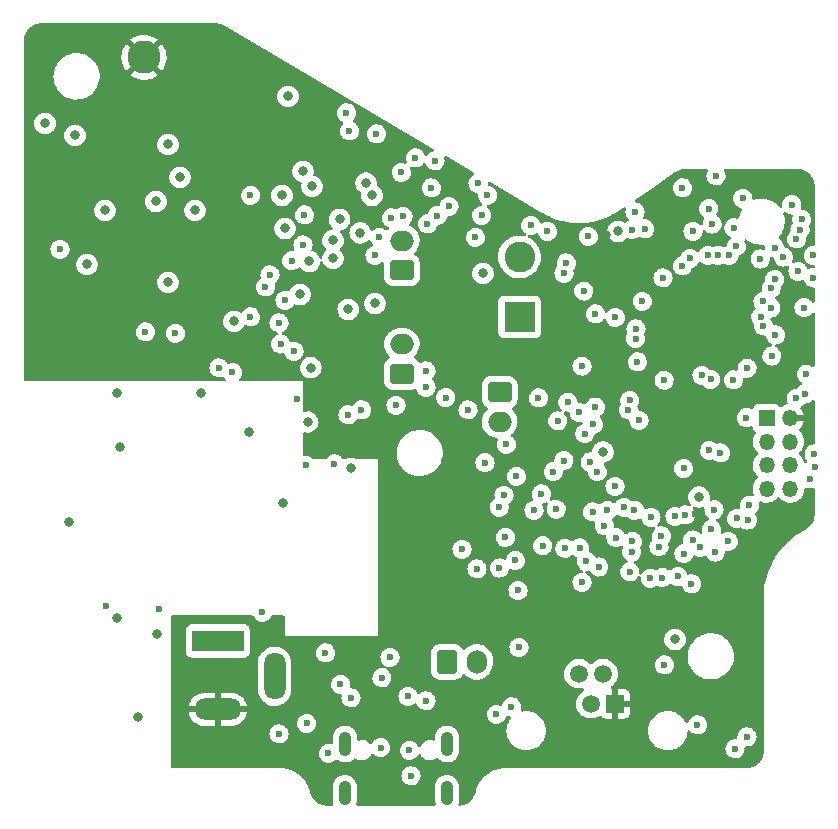
<source format=gbr>
%TF.GenerationSoftware,KiCad,Pcbnew,(5.99.0-9379-gbf5cd2e233)*%
%TF.CreationDate,2021-03-10T08:56:36+01:00*%
%TF.ProjectId,sucker-one-mainboard,7375636b-6572-42d6-9f6e-652d6d61696e,rev?*%
%TF.SameCoordinates,Original*%
%TF.FileFunction,Copper,L3,Inr*%
%TF.FilePolarity,Positive*%
%FSLAX46Y46*%
G04 Gerber Fmt 4.6, Leading zero omitted, Abs format (unit mm)*
G04 Created by KiCad (PCBNEW (5.99.0-9379-gbf5cd2e233)) date 2021-03-10 08:56:36*
%MOMM*%
%LPD*%
G01*
G04 APERTURE LIST*
G04 Aperture macros list*
%AMRoundRect*
0 Rectangle with rounded corners*
0 $1 Rounding radius*
0 $2 $3 $4 $5 $6 $7 $8 $9 X,Y pos of 4 corners*
0 Add a 4 corners polygon primitive as box body*
4,1,4,$2,$3,$4,$5,$6,$7,$8,$9,$2,$3,0*
0 Add four circle primitives for the rounded corners*
1,1,$1+$1,$2,$3*
1,1,$1+$1,$4,$5*
1,1,$1+$1,$6,$7*
1,1,$1+$1,$8,$9*
0 Add four rect primitives between the rounded corners*
20,1,$1+$1,$2,$3,$4,$5,0*
20,1,$1+$1,$4,$5,$6,$7,0*
20,1,$1+$1,$6,$7,$8,$9,0*
20,1,$1+$1,$8,$9,$2,$3,0*%
G04 Aperture macros list end*
%TA.AperFunction,ComponentPad*%
%ADD10R,1.350000X1.350000*%
%TD*%
%TA.AperFunction,ComponentPad*%
%ADD11O,1.350000X1.350000*%
%TD*%
%TA.AperFunction,ComponentPad*%
%ADD12RoundRect,0.250000X0.750000X-0.600000X0.750000X0.600000X-0.750000X0.600000X-0.750000X-0.600000X0*%
%TD*%
%TA.AperFunction,ComponentPad*%
%ADD13O,2.000000X1.700000*%
%TD*%
%TA.AperFunction,ComponentPad*%
%ADD14R,1.500000X1.500000*%
%TD*%
%TA.AperFunction,ComponentPad*%
%ADD15C,1.500000*%
%TD*%
%TA.AperFunction,ComponentPad*%
%ADD16O,1.050000X2.100000*%
%TD*%
%TA.AperFunction,ComponentPad*%
%ADD17C,2.800000*%
%TD*%
%TA.AperFunction,ComponentPad*%
%ADD18RoundRect,0.250000X-0.600000X-0.750000X0.600000X-0.750000X0.600000X0.750000X-0.600000X0.750000X0*%
%TD*%
%TA.AperFunction,ComponentPad*%
%ADD19O,1.700000X2.000000*%
%TD*%
%TA.AperFunction,ComponentPad*%
%ADD20R,4.400000X1.800000*%
%TD*%
%TA.AperFunction,ComponentPad*%
%ADD21O,4.000000X1.800000*%
%TD*%
%TA.AperFunction,ComponentPad*%
%ADD22O,1.800000X4.000000*%
%TD*%
%TA.AperFunction,ComponentPad*%
%ADD23RoundRect,0.250000X-0.750000X0.600000X-0.750000X-0.600000X0.750000X-0.600000X0.750000X0.600000X0*%
%TD*%
%TA.AperFunction,ComponentPad*%
%ADD24R,2.600000X2.600000*%
%TD*%
%TA.AperFunction,ComponentPad*%
%ADD25C,2.600000*%
%TD*%
%TA.AperFunction,ViaPad*%
%ADD26C,0.800000*%
%TD*%
%TA.AperFunction,ViaPad*%
%ADD27C,0.600000*%
%TD*%
G04 APERTURE END LIST*
D10*
%TO.N,+3V3*%
%TO.C,J11*%
X129429000Y-124254000D03*
D11*
%TO.N,GND*%
X131429000Y-124254000D03*
%TO.N,JTCK*%
X129429000Y-126254000D03*
%TO.N,JTMS*%
X131429000Y-126254000D03*
%TO.N,JTDO*%
X129429000Y-128254000D03*
%TO.N,NRST*%
X131429000Y-128254000D03*
%TO.N,UART2_RX*%
X129429000Y-130254000D03*
%TO.N,UART2_TX*%
X131429000Y-130254000D03*
%TD*%
D12*
%TO.N,+12V*%
%TO.C,J1*%
X98535000Y-111740000D03*
D13*
%TO.N,Net-(D2-Pad1)*%
X98535000Y-109240000D03*
%TD*%
D14*
%TO.N,GND*%
%TO.C,J3*%
X116592000Y-148441000D03*
D15*
%TO.N,FOOTPEDAL*%
X115572000Y-145901000D03*
%TO.N,FOOTPEDAL_AUX*%
X114552000Y-148441000D03*
%TO.N,+3V3*%
X113532000Y-145901000D03*
%TD*%
D16*
%TO.N,Net-(J12-PadS1)*%
%TO.C,J12*%
X93724000Y-151860500D03*
X102364000Y-151860500D03*
X93724000Y-156040500D03*
X102364000Y-156040500D03*
%TD*%
D17*
%TO.N,GND*%
%TO.C,TP19*%
X76708000Y-93726000D03*
%TD*%
D18*
%TO.N,+12V*%
%TO.C,J10*%
X102382000Y-144907000D03*
D19*
%TO.N,Net-(D11-Pad2)*%
X104882000Y-144907000D03*
%TD*%
D20*
%TO.N,Net-(J5-Pad1)*%
%TO.C,J5*%
X82966000Y-143129000D03*
D21*
%TO.N,GND*%
X82966000Y-148929000D03*
D22*
%TO.N,N/C*%
X87766000Y-146129000D03*
%TD*%
D12*
%TO.N,+12V*%
%TO.C,J2*%
X98535000Y-120503000D03*
D13*
%TO.N,Net-(D7-Pad1)*%
X98535000Y-118003000D03*
%TD*%
D23*
%TO.N,+12V*%
%TO.C,J4*%
X106824000Y-122067000D03*
D13*
%TO.N,Net-(D10-Pad2)*%
X106824000Y-124567000D03*
%TD*%
D24*
%TO.N,Net-(J5-Pad1)*%
%TO.C,J6*%
X108509000Y-115702000D03*
D25*
%TO.N,Net-(F1-Pad2)*%
X108509000Y-110622000D03*
%TD*%
D26*
%TO.N,GND*%
X82550000Y-113284000D03*
X98298000Y-138684000D03*
D27*
X123377790Y-132363972D03*
X125984000Y-105664000D03*
X126655846Y-131231655D03*
X101727000Y-149225000D03*
X121906224Y-107355810D03*
X123317000Y-114808000D03*
X130780543Y-114979796D03*
X90678000Y-153797000D03*
X130515190Y-122178289D03*
X114300000Y-121793000D03*
X119875086Y-130347796D03*
D26*
X72136000Y-104648000D03*
D27*
X90424000Y-148717000D03*
X92964000Y-143383000D03*
X89027000Y-120269000D03*
X126111000Y-114808000D03*
X93599000Y-112776000D03*
D26*
X85344000Y-103124000D03*
D27*
X99568000Y-145034000D03*
X107696000Y-152908000D03*
X103251000Y-149225000D03*
X123190000Y-117856000D03*
X112268000Y-137541000D03*
X125704677Y-147564010D03*
X126111000Y-117729000D03*
D26*
X68326000Y-119380000D03*
X89662000Y-116332000D03*
X87122000Y-142240000D03*
X92456000Y-101854000D03*
D27*
X124333000Y-137414000D03*
D26*
X115857060Y-125665787D03*
X68834000Y-113030000D03*
D27*
X123596400Y-126746000D03*
D26*
X115800500Y-108735500D03*
X82804000Y-98044000D03*
D27*
X89662000Y-122682000D03*
D26*
X74422000Y-113030000D03*
D27*
X113792000Y-141859000D03*
D26*
X79756000Y-119380000D03*
D27*
X92964000Y-149987000D03*
D26*
X76454000Y-119380000D03*
X100584000Y-130810000D03*
X68580000Y-105410000D03*
D27*
%TO.N,+3V3*%
X124809607Y-107832990D03*
X127774967Y-120033068D03*
X120650000Y-112395000D03*
X124561600Y-127000000D03*
D26*
X79756000Y-103886000D03*
D27*
X96266000Y-110490000D03*
X93853000Y-98425000D03*
X127762000Y-151257000D03*
X119094087Y-108245031D03*
X96850200Y-146253200D03*
D26*
X68326000Y-99314000D03*
D27*
X123063000Y-138303000D03*
X126746000Y-152273000D03*
X99695000Y-102235000D03*
X126619000Y-121031000D03*
D26*
X70866000Y-100330000D03*
D27*
X129810748Y-113278617D03*
D26*
X116840000Y-108458000D03*
X115570000Y-127127000D03*
X88900000Y-97028000D03*
%TO.N,+5V*%
X78740000Y-112776000D03*
X78740000Y-101092000D03*
D27*
X88138000Y-151003000D03*
D26*
X70358000Y-133096000D03*
X121666000Y-143002000D03*
X74676000Y-126746000D03*
X85598000Y-125476000D03*
%TO.N,+12V*%
X76200000Y-149606000D03*
X90833242Y-119992812D03*
X77724000Y-105918000D03*
X81026000Y-106680000D03*
D27*
X105298160Y-107109989D03*
D26*
X90574496Y-124597820D03*
D27*
X110109000Y-122555000D03*
D26*
X73406000Y-106680000D03*
X88510000Y-131436000D03*
X88646000Y-108204000D03*
X74422000Y-141224000D03*
D27*
%TO.N,Net-(C9-Pad1)*%
X125516990Y-127211421D03*
X127711200Y-124240000D03*
%TO.N,VDDA*%
X118618000Y-124460000D03*
X118491000Y-119507000D03*
%TO.N,NRST*%
X129869125Y-119006273D03*
X132791200Y-120548400D03*
D26*
X123698000Y-130937000D03*
D27*
X118364000Y-116713000D03*
X133451600Y-127304800D03*
X133504032Y-128447800D03*
X126173107Y-134691804D03*
X127965200Y-131648200D03*
X126898400Y-132765800D03*
D26*
%TO.N,Net-(D1-Pad1)*%
X81534000Y-122174000D03*
X74422000Y-122174000D03*
%TO.N,Net-(D2-Pad1)*%
X92710000Y-109220000D03*
X71882000Y-111252000D03*
D27*
X102528006Y-106351008D03*
D26*
X90709989Y-111005967D03*
D27*
%TO.N,FOOTPEDAL*%
X133070600Y-129413000D03*
X120777000Y-145161000D03*
X132638800Y-122224800D03*
%TO.N,D-*%
X110363000Y-130683000D03*
X94234000Y-147955000D03*
X128923852Y-115688929D03*
X109728000Y-132080000D03*
X99187000Y-152400000D03*
X99314000Y-154559000D03*
%TO.N,D+*%
X129794000Y-114935000D03*
X97536000Y-144526000D03*
%TO.N,Net-(D7-Pad2)*%
X92837000Y-128143000D03*
X90424000Y-128270000D03*
%TO.N,Net-(D7-Pad1)*%
X98044000Y-123190000D03*
D26*
X93995990Y-115062000D03*
D27*
X100584000Y-121666000D03*
X100584000Y-120269000D03*
D26*
X96266000Y-114554000D03*
%TO.N,Net-(D10-Pad2)*%
X94234000Y-128524000D03*
X84328000Y-116078000D03*
D27*
X111744590Y-124501210D03*
%TO.N,FOOTPEDAL_AUX*%
X123571000Y-150241000D03*
X132257800Y-108305600D03*
X113944400Y-113512600D03*
X105587800Y-128041400D03*
X107823000Y-148717000D03*
X114325400Y-108889800D03*
X108153200Y-136321800D03*
X106781600Y-131826000D03*
X108458000Y-143687800D03*
X133372021Y-110500000D03*
X118287800Y-106807000D03*
X107391200Y-126492000D03*
X106553000Y-149352000D03*
D26*
%TO.N,Net-(F1-Pad2)*%
X77845020Y-142514475D03*
%TO.N,I2C1_SCL*%
X95013113Y-108581723D03*
X88392000Y-105410000D03*
D27*
X125349000Y-110490000D03*
X96647000Y-108966000D03*
X86995000Y-113157000D03*
X97663000Y-107315000D03*
X85725000Y-115697000D03*
D26*
X90170000Y-103378000D03*
D27*
X110871987Y-108453886D03*
X100711000Y-107823000D03*
D26*
X92710000Y-110744000D03*
D27*
X89220425Y-110932999D03*
D26*
%TO.N,I2C1_SDA*%
X93263391Y-107439952D03*
D27*
X88138000Y-116205000D03*
X87376000Y-112141000D03*
X101533949Y-107127051D03*
X124460000Y-110490000D03*
X90170000Y-109601000D03*
X98640201Y-107197990D03*
X109452857Y-107940010D03*
X88646000Y-114300000D03*
X83058000Y-120015000D03*
D26*
X90932000Y-104648000D03*
D27*
X90297000Y-107061000D03*
%TO.N,SPI1_MOSI*%
X105791000Y-105410000D03*
D26*
X96012000Y-105410000D03*
D27*
X101039000Y-104775000D03*
X126238000Y-110490000D03*
%TO.N,SPI1_MISO*%
X104988000Y-104394000D03*
X126873000Y-109728000D03*
D26*
X95504000Y-104355990D03*
D27*
X101346000Y-102489000D03*
X123190000Y-108458000D03*
%TO.N,SPI1_CLK*%
X115951000Y-132080000D03*
X112268000Y-112014000D03*
X114935000Y-115443000D03*
X122555000Y-132461000D03*
X96393000Y-100203000D03*
X117824923Y-122770000D03*
%TO.N,SPI1_CS*%
X117348000Y-131826000D03*
X114919196Y-123331698D03*
X121666000Y-132588000D03*
X94107000Y-99949000D03*
X104775000Y-108966000D03*
X117729000Y-123571000D03*
X98495931Y-103467156D03*
%TO.N,Lift Btn*%
X116611400Y-115747800D03*
X124510800Y-106527600D03*
X127406400Y-105664000D03*
X132597418Y-114905431D03*
X113595508Y-135253938D03*
X118033800Y-108305600D03*
X115697000Y-133375400D03*
X118897400Y-114376200D03*
X115088432Y-128803400D03*
X112345497Y-135280400D03*
X110464600Y-135077200D03*
X113792000Y-119862600D03*
%TO.N,BOOT0*%
X119634000Y-132669979D03*
X130832954Y-110622862D03*
X119584086Y-137846616D03*
X131553486Y-106196126D03*
X122301000Y-104775000D03*
X131953000Y-109093000D03*
X117837285Y-137285222D03*
X125139492Y-103757971D03*
%TO.N,High Btn*%
X122394443Y-128513413D03*
X118237000Y-132080000D03*
%TO.N,Reverse Btn*%
X123952000Y-120650000D03*
X112260579Y-127861855D03*
%TO.N,Trigger Btn*%
X116586000Y-130048000D03*
X115206933Y-136865364D03*
X130175000Y-117221000D03*
X116672664Y-134393003D03*
%TO.N,UI LED Data*%
X114691479Y-132207697D03*
X114173000Y-136398000D03*
X124688600Y-120980200D03*
X114481316Y-127981650D03*
%TO.N,JTDO*%
X114757200Y-124790200D03*
X120319800Y-135153400D03*
X126644400Y-108153200D03*
X118008400Y-135585200D03*
X127812800Y-132898221D03*
X123799600Y-135204200D03*
X130098800Y-109829600D03*
%TO.N,JTMS*%
X132077980Y-111837980D03*
X130110000Y-112510000D03*
X132384800Y-107442000D03*
X129120133Y-114394222D03*
X133390000Y-112390000D03*
%TO.N,JTCK*%
X123153039Y-134580760D03*
X113546086Y-123770371D03*
X118059200Y-134696200D03*
X112593189Y-122914368D03*
X128879600Y-110794800D03*
X120523000Y-134239000D03*
X114037129Y-125572319D03*
%TO.N,VUSB*%
X107188000Y-130810000D03*
X100584000Y-148209000D03*
X99060000Y-147828000D03*
X107315000Y-134366000D03*
X129144766Y-116457834D03*
%TO.N,Net-(Q5-Pad1)*%
X90474002Y-150114000D03*
X93345000Y-146812000D03*
%TO.N,Net-(R20-Pad1)*%
X86741000Y-140716000D03*
X73533000Y-140208000D03*
X77978000Y-140462000D03*
X92075000Y-144145000D03*
%TO.N,NC_VALVE*%
X122428000Y-135737600D03*
X108242100Y-129197100D03*
X102257256Y-122523558D03*
X69596000Y-109982000D03*
X89408000Y-118618000D03*
X93989990Y-123990799D03*
X124970816Y-132030978D03*
X120599200Y-137769600D03*
X84201000Y-120396000D03*
X113792000Y-138176000D03*
%TO.N,NO_VALVE*%
X88267551Y-117985551D03*
X79375000Y-117094000D03*
X76835000Y-116967000D03*
X95123000Y-123571000D03*
X131923294Y-122596857D03*
X111607368Y-131978400D03*
X104140000Y-123571000D03*
X111368805Y-128806836D03*
%TO.N,3_WAY_VALVE*%
X122301000Y-111379000D03*
X85725000Y-105410000D03*
D26*
%TO.N,MOTOR_PWM*%
X105410000Y-112014000D03*
X89916000Y-113792000D03*
D27*
X112467981Y-111126032D03*
X122936013Y-110744979D03*
%TO.N,BOOT1*%
X125069600Y-135610600D03*
X103632000Y-135382000D03*
X124739400Y-133680200D03*
X106807000Y-136956800D03*
X108375167Y-138863331D03*
X121894600Y-137668000D03*
X104902000Y-137033000D03*
%TO.N,GNDA*%
X120749022Y-121054399D03*
X118327960Y-117528287D03*
%TO.N,Net-(J12-PadA5)*%
X92329000Y-152654000D03*
X96737765Y-152160328D03*
%TD*%
%TA.AperFunction,Conductor*%
%TO.N,GND*%
G36*
X82678599Y-90843394D02*
G01*
X82693846Y-90845994D01*
X82736201Y-90846607D01*
X82811551Y-90847697D01*
X82818096Y-90847962D01*
X82845817Y-90849807D01*
X82854153Y-90850641D01*
X83018519Y-90872625D01*
X83026778Y-90874011D01*
X83041566Y-90877000D01*
X83049716Y-90878931D01*
X83209751Y-90922521D01*
X83217754Y-90924989D01*
X83232009Y-90929910D01*
X83239830Y-90932905D01*
X83392636Y-90997309D01*
X83400244Y-91000817D01*
X83425070Y-91013284D01*
X83430845Y-91016375D01*
X83526408Y-91070759D01*
X83526416Y-91070763D01*
X83530312Y-91072980D01*
X83534481Y-91074622D01*
X83534490Y-91074626D01*
X83547585Y-91079782D01*
X83565315Y-91088423D01*
X90199183Y-94991783D01*
X101200948Y-101465209D01*
X101249516Y-101516994D01*
X101262376Y-101586816D01*
X101235447Y-101652507D01*
X101177277Y-101693211D01*
X101173568Y-101694240D01*
X101171313Y-101694477D01*
X101165147Y-101696576D01*
X101165140Y-101696578D01*
X101006299Y-101750652D01*
X101006296Y-101750653D01*
X100999629Y-101752923D01*
X100993630Y-101756613D01*
X100993629Y-101756614D01*
X100970468Y-101770863D01*
X100845159Y-101847953D01*
X100715583Y-101974844D01*
X100711770Y-101980760D01*
X100711768Y-101980763D01*
X100689893Y-102014705D01*
X100636178Y-102061129D01*
X100565891Y-102071142D01*
X100501348Y-102041566D01*
X100464994Y-101987889D01*
X100428641Y-101883498D01*
X100332535Y-101729696D01*
X100323745Y-101720844D01*
X100209710Y-101606012D01*
X100204742Y-101601009D01*
X100113507Y-101543109D01*
X100057570Y-101507610D01*
X100057569Y-101507609D01*
X100051615Y-101503831D01*
X99880763Y-101442994D01*
X99873771Y-101442160D01*
X99873770Y-101442160D01*
X99790721Y-101432257D01*
X99700679Y-101421520D01*
X99693676Y-101422256D01*
X99693675Y-101422256D01*
X99527321Y-101439740D01*
X99527317Y-101439741D01*
X99520313Y-101440477D01*
X99513642Y-101442748D01*
X99355299Y-101496652D01*
X99355296Y-101496653D01*
X99348629Y-101498923D01*
X99194159Y-101593953D01*
X99064583Y-101720844D01*
X99060772Y-101726758D01*
X99060770Y-101726760D01*
X99029845Y-101774746D01*
X98966338Y-101873289D01*
X98961785Y-101885799D01*
X98906720Y-102037089D01*
X98906719Y-102037093D01*
X98904310Y-102043712D01*
X98881579Y-102223642D01*
X98899277Y-102404136D01*
X98901501Y-102410821D01*
X98901501Y-102410822D01*
X98949238Y-102554324D01*
X98951761Y-102625276D01*
X98915524Y-102686328D01*
X98852032Y-102718098D01*
X98787415Y-102712795D01*
X98681694Y-102675150D01*
X98674702Y-102674316D01*
X98674701Y-102674316D01*
X98539012Y-102658136D01*
X98501610Y-102653676D01*
X98494607Y-102654412D01*
X98494606Y-102654412D01*
X98328252Y-102671896D01*
X98328248Y-102671897D01*
X98321244Y-102672633D01*
X98314573Y-102674904D01*
X98156230Y-102728808D01*
X98156227Y-102728809D01*
X98149560Y-102731079D01*
X98143561Y-102734769D01*
X98143560Y-102734770D01*
X98107060Y-102757225D01*
X97995090Y-102826109D01*
X97865514Y-102953000D01*
X97861703Y-102958914D01*
X97861701Y-102958916D01*
X97824133Y-103017210D01*
X97767269Y-103105445D01*
X97748278Y-103157624D01*
X97707651Y-103269245D01*
X97707650Y-103269249D01*
X97705241Y-103275868D01*
X97682510Y-103455798D01*
X97700208Y-103636292D01*
X97757454Y-103808380D01*
X97761101Y-103814402D01*
X97761102Y-103814404D01*
X97804317Y-103885760D01*
X97851403Y-103963509D01*
X97977387Y-104093969D01*
X97983279Y-104097824D01*
X97983283Y-104097828D01*
X98071292Y-104155419D01*
X98129142Y-104193275D01*
X98299128Y-104256492D01*
X98306109Y-104257423D01*
X98306111Y-104257424D01*
X98349979Y-104263277D01*
X98478894Y-104280478D01*
X98485905Y-104279840D01*
X98485909Y-104279840D01*
X98629622Y-104266760D01*
X98659508Y-104264040D01*
X98666210Y-104261862D01*
X98666212Y-104261862D01*
X98825292Y-104210174D01*
X98825295Y-104210173D01*
X98831991Y-104207997D01*
X98962391Y-104130263D01*
X98981720Y-104118741D01*
X98981722Y-104118740D01*
X98987772Y-104115133D01*
X99119108Y-103990064D01*
X99192338Y-103879844D01*
X99215570Y-103844877D01*
X99215571Y-103844875D01*
X99219471Y-103839005D01*
X99283873Y-103669465D01*
X99309114Y-103489870D01*
X99309431Y-103467156D01*
X99289215Y-103286926D01*
X99241134Y-103148856D01*
X99237620Y-103077947D01*
X99273002Y-103016394D01*
X99336044Y-102983742D01*
X99404045Y-102989322D01*
X99491589Y-103021879D01*
X99491593Y-103021880D01*
X99498197Y-103024336D01*
X99505178Y-103025267D01*
X99505180Y-103025268D01*
X99554766Y-103031884D01*
X99677963Y-103048322D01*
X99684974Y-103047684D01*
X99684978Y-103047684D01*
X99825059Y-103034934D01*
X99858577Y-103031884D01*
X99865279Y-103029706D01*
X99865281Y-103029706D01*
X100024361Y-102978018D01*
X100024364Y-102978017D01*
X100031060Y-102975841D01*
X100186841Y-102882977D01*
X100318177Y-102757908D01*
X100351994Y-102707009D01*
X100406352Y-102661339D01*
X100476772Y-102652307D01*
X100540896Y-102682781D01*
X100576500Y-102736965D01*
X100607523Y-102830224D01*
X100611170Y-102836246D01*
X100611171Y-102836248D01*
X100697030Y-102978018D01*
X100701472Y-102985353D01*
X100827456Y-103115813D01*
X100833348Y-103119668D01*
X100833352Y-103119672D01*
X100895381Y-103160262D01*
X100979211Y-103215119D01*
X101149197Y-103278336D01*
X101156178Y-103279267D01*
X101156180Y-103279268D01*
X101205766Y-103285884D01*
X101328963Y-103302322D01*
X101335974Y-103301684D01*
X101335978Y-103301684D01*
X101476059Y-103288934D01*
X101509577Y-103285884D01*
X101516279Y-103283706D01*
X101516281Y-103283706D01*
X101675361Y-103232018D01*
X101675364Y-103232017D01*
X101682060Y-103229841D01*
X101801068Y-103158898D01*
X101831789Y-103140585D01*
X101831791Y-103140584D01*
X101837841Y-103136977D01*
X101969177Y-103011908D01*
X102058066Y-102878119D01*
X102065639Y-102866721D01*
X102065640Y-102866719D01*
X102069540Y-102860849D01*
X102133942Y-102691309D01*
X102150117Y-102576224D01*
X102158632Y-102515636D01*
X102158632Y-102515633D01*
X102159183Y-102511714D01*
X102159500Y-102489000D01*
X102139284Y-102308770D01*
X102124480Y-102266258D01*
X102120966Y-102195350D01*
X102156347Y-102133797D01*
X102219390Y-102101145D01*
X102290077Y-102107759D01*
X102307369Y-102116226D01*
X104600918Y-103465748D01*
X104649486Y-103517533D01*
X104662346Y-103587355D01*
X104635417Y-103653046D01*
X104603043Y-103681661D01*
X104487159Y-103752953D01*
X104459967Y-103779582D01*
X104383769Y-103854201D01*
X104357583Y-103879844D01*
X104353772Y-103885758D01*
X104353770Y-103885760D01*
X104301501Y-103966866D01*
X104259338Y-104032289D01*
X104250394Y-104056863D01*
X104199720Y-104196089D01*
X104199719Y-104196093D01*
X104197310Y-104202712D01*
X104174579Y-104382642D01*
X104192277Y-104563136D01*
X104194501Y-104569821D01*
X104194501Y-104569822D01*
X104211312Y-104620358D01*
X104249523Y-104735224D01*
X104253170Y-104741246D01*
X104253171Y-104741248D01*
X104336461Y-104878776D01*
X104343472Y-104890353D01*
X104469456Y-105020813D01*
X104475348Y-105024668D01*
X104475352Y-105024672D01*
X104537217Y-105065155D01*
X104621211Y-105120119D01*
X104791197Y-105183336D01*
X104798178Y-105184267D01*
X104798180Y-105184268D01*
X104840017Y-105189850D01*
X104877215Y-105194813D01*
X104942091Y-105223648D01*
X104981079Y-105282982D01*
X104985556Y-105335498D01*
X104977579Y-105398642D01*
X104995277Y-105579136D01*
X104997501Y-105585821D01*
X104997501Y-105585822D01*
X104998333Y-105588322D01*
X105052523Y-105751224D01*
X105056170Y-105757246D01*
X105056171Y-105757248D01*
X105137466Y-105891482D01*
X105146472Y-105906353D01*
X105272456Y-106036813D01*
X105322647Y-106069657D01*
X105368696Y-106123694D01*
X105378219Y-106194049D01*
X105348195Y-106258384D01*
X105288154Y-106296274D01*
X105266825Y-106300399D01*
X105214886Y-106305858D01*
X105123473Y-106315466D01*
X105116802Y-106317737D01*
X104958459Y-106371641D01*
X104958456Y-106371642D01*
X104951789Y-106373912D01*
X104945790Y-106377602D01*
X104945789Y-106377603D01*
X104918473Y-106394408D01*
X104797319Y-106468942D01*
X104722798Y-106541919D01*
X104675395Y-106588340D01*
X104667743Y-106595833D01*
X104663932Y-106601747D01*
X104663930Y-106601749D01*
X104633583Y-106648838D01*
X104569498Y-106748278D01*
X104563288Y-106765340D01*
X104509880Y-106912078D01*
X104509879Y-106912082D01*
X104507470Y-106918701D01*
X104484739Y-107098631D01*
X104502437Y-107279125D01*
X104504661Y-107285810D01*
X104504661Y-107285811D01*
X104527329Y-107353952D01*
X104559683Y-107451213D01*
X104563330Y-107457235D01*
X104563331Y-107457237D01*
X104649284Y-107599162D01*
X104653632Y-107606342D01*
X104779616Y-107736802D01*
X104785508Y-107740657D01*
X104785512Y-107740661D01*
X104854133Y-107785565D01*
X104931371Y-107836108D01*
X105101357Y-107899325D01*
X105108338Y-107900256D01*
X105108340Y-107900257D01*
X105154756Y-107906450D01*
X105281123Y-107923311D01*
X105288134Y-107922673D01*
X105288138Y-107922673D01*
X105428219Y-107909923D01*
X105461737Y-107906873D01*
X105468439Y-107904695D01*
X105468441Y-107904695D01*
X105627521Y-107853007D01*
X105627524Y-107853006D01*
X105634220Y-107850830D01*
X105747572Y-107783259D01*
X105783949Y-107761574D01*
X105783951Y-107761573D01*
X105790001Y-107757966D01*
X105921337Y-107632897D01*
X106000273Y-107514089D01*
X106017799Y-107487710D01*
X106017800Y-107487708D01*
X106021700Y-107481838D01*
X106086102Y-107312298D01*
X106101651Y-107201662D01*
X106110792Y-107136625D01*
X106110792Y-107136622D01*
X106111343Y-107132703D01*
X106111586Y-107115281D01*
X106111605Y-107113951D01*
X106111605Y-107113946D01*
X106111660Y-107109989D01*
X106091444Y-106929759D01*
X106088828Y-106922245D01*
X106053237Y-106820042D01*
X106031801Y-106758487D01*
X105965710Y-106652719D01*
X105939427Y-106610657D01*
X105939426Y-106610655D01*
X105935695Y-106604685D01*
X105927928Y-106596863D01*
X105862975Y-106531456D01*
X105807902Y-106475998D01*
X105767930Y-106450631D01*
X105721133Y-106397244D01*
X105710627Y-106327029D01*
X105739750Y-106262280D01*
X105799256Y-106223556D01*
X105824024Y-106218766D01*
X105947556Y-106207523D01*
X105954577Y-106206884D01*
X105961279Y-106204706D01*
X105961281Y-106204706D01*
X106120361Y-106153018D01*
X106120364Y-106153017D01*
X106127060Y-106150841D01*
X106231029Y-106088863D01*
X106276789Y-106061585D01*
X106276791Y-106061584D01*
X106282841Y-106057977D01*
X106414177Y-105932908D01*
X106504852Y-105796431D01*
X106510639Y-105787721D01*
X106510640Y-105787719D01*
X106514540Y-105781849D01*
X106578942Y-105612309D01*
X106599492Y-105466089D01*
X106603632Y-105436636D01*
X106603632Y-105436633D01*
X106604183Y-105432714D01*
X106604387Y-105418119D01*
X106604445Y-105413962D01*
X106604445Y-105413957D01*
X106604500Y-105410000D01*
X106584284Y-105229770D01*
X106570383Y-105189850D01*
X106526959Y-105065155D01*
X106524641Y-105058498D01*
X106428535Y-104904696D01*
X106419745Y-104895844D01*
X106322296Y-104797714D01*
X106300742Y-104776009D01*
X106182314Y-104700852D01*
X106153570Y-104682610D01*
X106153569Y-104682609D01*
X106147615Y-104678831D01*
X105976763Y-104617994D01*
X105969773Y-104617160D01*
X105969771Y-104617160D01*
X105904016Y-104609319D01*
X105838743Y-104581391D01*
X105798931Y-104522607D01*
X105794162Y-104466668D01*
X105794448Y-104464637D01*
X105801183Y-104416714D01*
X105801500Y-104394000D01*
X105802565Y-104394015D01*
X105818133Y-104329521D01*
X105869460Y-104280469D01*
X105939158Y-104266953D01*
X105991220Y-104283799D01*
X110413975Y-106886144D01*
X110428812Y-106896370D01*
X110447485Y-106911318D01*
X110447499Y-106911328D01*
X110451290Y-106914362D01*
X110642445Y-107023953D01*
X110672549Y-107041212D01*
X110680956Y-107046483D01*
X110687718Y-107051103D01*
X110687728Y-107051109D01*
X110691746Y-107053854D01*
X110704410Y-107059892D01*
X110712824Y-107064302D01*
X110722143Y-107069645D01*
X110734615Y-107074602D01*
X110742296Y-107077956D01*
X111141470Y-107268282D01*
X111149002Y-107272190D01*
X111163112Y-107280128D01*
X111172853Y-107283772D01*
X111182917Y-107288045D01*
X111185300Y-107289181D01*
X111185304Y-107289183D01*
X111189359Y-107291116D01*
X111204945Y-107295983D01*
X111211509Y-107298233D01*
X111539479Y-107420929D01*
X111629747Y-107454699D01*
X111637610Y-107457947D01*
X111652342Y-107464624D01*
X111662374Y-107467412D01*
X111672768Y-107470793D01*
X111679445Y-107473291D01*
X111683810Y-107474248D01*
X111683818Y-107474250D01*
X111695364Y-107476780D01*
X111702112Y-107478455D01*
X112132385Y-107598027D01*
X112140492Y-107600578D01*
X112155744Y-107605949D01*
X112160517Y-107606838D01*
X112160529Y-107606841D01*
X112165961Y-107607852D01*
X112176642Y-107610326D01*
X112179167Y-107611028D01*
X112179178Y-107611030D01*
X112183495Y-107612230D01*
X112187935Y-107612805D01*
X112187944Y-107612807D01*
X112199666Y-107614325D01*
X112206543Y-107615410D01*
X112568098Y-107682745D01*
X112645548Y-107697169D01*
X112653847Y-107699006D01*
X112669513Y-107703034D01*
X112679862Y-107704043D01*
X112690701Y-107705578D01*
X112697706Y-107706883D01*
X112702181Y-107707071D01*
X112702194Y-107707072D01*
X112714022Y-107707568D01*
X112720971Y-107708052D01*
X112963853Y-107731734D01*
X113165381Y-107751384D01*
X113173813Y-107752495D01*
X113184966Y-107754350D01*
X113184977Y-107754351D01*
X113189771Y-107755148D01*
X113194641Y-107755198D01*
X113200172Y-107755255D01*
X113211093Y-107755842D01*
X113218193Y-107756534D01*
X113224658Y-107756243D01*
X113234480Y-107755800D01*
X113241447Y-107755679D01*
X113420422Y-107757517D01*
X113687978Y-107760265D01*
X113696458Y-107760638D01*
X113712592Y-107761896D01*
X113722961Y-107761100D01*
X113733893Y-107760737D01*
X113741024Y-107760810D01*
X113745465Y-107760220D01*
X113745471Y-107760220D01*
X113757195Y-107758663D01*
X113764128Y-107757937D01*
X113782394Y-107756534D01*
X114209342Y-107723740D01*
X114217833Y-107723375D01*
X114234022Y-107723227D01*
X114244289Y-107721532D01*
X114255150Y-107720221D01*
X114257785Y-107720019D01*
X114257792Y-107720018D01*
X114262255Y-107719675D01*
X114278173Y-107716134D01*
X114284989Y-107714814D01*
X114479273Y-107682745D01*
X114725592Y-107642087D01*
X114734023Y-107640986D01*
X114736056Y-107640790D01*
X114750127Y-107639434D01*
X114754834Y-107638230D01*
X114754837Y-107638229D01*
X114759345Y-107637075D01*
X114760206Y-107636855D01*
X114770923Y-107634604D01*
X114773518Y-107634176D01*
X114773524Y-107634175D01*
X114777944Y-107633445D01*
X114782212Y-107632098D01*
X114782222Y-107632095D01*
X114793491Y-107628536D01*
X114800185Y-107626624D01*
X115232813Y-107515917D01*
X115241091Y-107514095D01*
X115257008Y-107511149D01*
X115261599Y-107509538D01*
X115261607Y-107509536D01*
X115266819Y-107507707D01*
X115277291Y-107504537D01*
X115279842Y-107503884D01*
X115279852Y-107503881D01*
X115284200Y-107502768D01*
X115299264Y-107496527D01*
X115305773Y-107494039D01*
X115727128Y-107346199D01*
X115735248Y-107343655D01*
X115746135Y-107340643D01*
X115746137Y-107340642D01*
X115750837Y-107339342D01*
X115756022Y-107336999D01*
X115760326Y-107335055D01*
X115770476Y-107330990D01*
X115777199Y-107328631D01*
X115791671Y-107321102D01*
X115797911Y-107318073D01*
X116204864Y-107134197D01*
X116212717Y-107130963D01*
X116227885Y-107125309D01*
X116232127Y-107122929D01*
X116232133Y-107122926D01*
X116236961Y-107120217D01*
X116246731Y-107115281D01*
X116249132Y-107114196D01*
X116249137Y-107114193D01*
X116253217Y-107112350D01*
X116256989Y-107109950D01*
X116256995Y-107109947D01*
X116266979Y-107103595D01*
X116272958Y-107100020D01*
X116658803Y-106883531D01*
X116667638Y-106879021D01*
X116679507Y-106873542D01*
X116683565Y-106870843D01*
X116683570Y-106870840D01*
X116691168Y-106865786D01*
X116699301Y-106860809D01*
X116704757Y-106857748D01*
X116704763Y-106857744D01*
X116708661Y-106855557D01*
X116719303Y-106847407D01*
X116726131Y-106842530D01*
X116935731Y-106703115D01*
X116935734Y-106703113D01*
X116939462Y-106700633D01*
X116942802Y-106697649D01*
X116942807Y-106697645D01*
X116963917Y-106678784D01*
X116976903Y-106668628D01*
X117235637Y-106492287D01*
X117303676Y-106445915D01*
X117320023Y-106434774D01*
X117387577Y-106412937D01*
X117456214Y-106431090D01*
X117504141Y-106483469D01*
X117516141Y-106553444D01*
X117509386Y-106581983D01*
X117497110Y-106615712D01*
X117474379Y-106795642D01*
X117492077Y-106976136D01*
X117494301Y-106982821D01*
X117494301Y-106982822D01*
X117509668Y-107029017D01*
X117549323Y-107148224D01*
X117552970Y-107154246D01*
X117552971Y-107154248D01*
X117639435Y-107297017D01*
X117643272Y-107303353D01*
X117701431Y-107363578D01*
X117712117Y-107374644D01*
X117745049Y-107437541D01*
X117738749Y-107508257D01*
X117695217Y-107564342D01*
X117687152Y-107569073D01*
X117687429Y-107569523D01*
X117532959Y-107664553D01*
X117507062Y-107689914D01*
X117444398Y-107723285D01*
X117373639Y-107717480D01*
X117344844Y-107701827D01*
X117302096Y-107670769D01*
X117302089Y-107670765D01*
X117296750Y-107666886D01*
X117290722Y-107664202D01*
X117128318Y-107591895D01*
X117128317Y-107591895D01*
X117122287Y-107589210D01*
X117005294Y-107564342D01*
X116941944Y-107550876D01*
X116941939Y-107550876D01*
X116935487Y-107549504D01*
X116744513Y-107549504D01*
X116738061Y-107550876D01*
X116738056Y-107550876D01*
X116674706Y-107564342D01*
X116557713Y-107589210D01*
X116551683Y-107591895D01*
X116551682Y-107591895D01*
X116389280Y-107664201D01*
X116389278Y-107664202D01*
X116383250Y-107666886D01*
X116377909Y-107670766D01*
X116377908Y-107670767D01*
X116234093Y-107775254D01*
X116234091Y-107775256D01*
X116228749Y-107779137D01*
X116224328Y-107784047D01*
X116224327Y-107784048D01*
X116112927Y-107907771D01*
X116100963Y-107921058D01*
X116005476Y-108086446D01*
X115996633Y-108113663D01*
X115953597Y-108246115D01*
X115946462Y-108268073D01*
X115945772Y-108274636D01*
X115945772Y-108274637D01*
X115928267Y-108441191D01*
X115926500Y-108458000D01*
X115927190Y-108464565D01*
X115944980Y-108633822D01*
X115946462Y-108647927D01*
X115948502Y-108654205D01*
X115948502Y-108654206D01*
X115960746Y-108691889D01*
X116005476Y-108829554D01*
X116008779Y-108835276D01*
X116008780Y-108835277D01*
X116038496Y-108886746D01*
X116100963Y-108994942D01*
X116105381Y-108999849D01*
X116105382Y-108999850D01*
X116206140Y-109111753D01*
X116228749Y-109136863D01*
X116234091Y-109140744D01*
X116234093Y-109140746D01*
X116352214Y-109226565D01*
X116383250Y-109249114D01*
X116389278Y-109251798D01*
X116389280Y-109251799D01*
X116540883Y-109319297D01*
X116557713Y-109326790D01*
X116647533Y-109345882D01*
X116738056Y-109365124D01*
X116738061Y-109365124D01*
X116744513Y-109366496D01*
X116935487Y-109366496D01*
X116941939Y-109365124D01*
X116941944Y-109365124D01*
X117032467Y-109345882D01*
X117122287Y-109326790D01*
X117139117Y-109319297D01*
X117290720Y-109251799D01*
X117290722Y-109251798D01*
X117296750Y-109249114D01*
X117327786Y-109226565D01*
X117445907Y-109140746D01*
X117445909Y-109140744D01*
X117451251Y-109136863D01*
X117519864Y-109060660D01*
X117580309Y-109023422D01*
X117651293Y-109024774D01*
X117664775Y-109030256D01*
X117667011Y-109031719D01*
X117836997Y-109094936D01*
X117843978Y-109095867D01*
X117843980Y-109095868D01*
X117888912Y-109101863D01*
X118016763Y-109118922D01*
X118023774Y-109118284D01*
X118023778Y-109118284D01*
X118164557Y-109105471D01*
X118197377Y-109102484D01*
X118204079Y-109100306D01*
X118204081Y-109100306D01*
X118363161Y-109048618D01*
X118363164Y-109048617D01*
X118369860Y-109046441D01*
X118486694Y-108976794D01*
X118519589Y-108957185D01*
X118519591Y-108957184D01*
X118525641Y-108953577D01*
X118530742Y-108948720D01*
X118535077Y-108945429D01*
X118601431Y-108920177D01*
X118670904Y-108934806D01*
X118680237Y-108940354D01*
X118727298Y-108971150D01*
X118897284Y-109034367D01*
X118904265Y-109035298D01*
X118904267Y-109035299D01*
X118953853Y-109041915D01*
X119077050Y-109058353D01*
X119084061Y-109057715D01*
X119084065Y-109057715D01*
X119247566Y-109042834D01*
X119257664Y-109041915D01*
X119264366Y-109039737D01*
X119264368Y-109039737D01*
X119423448Y-108988049D01*
X119423451Y-108988048D01*
X119430147Y-108985872D01*
X119546627Y-108916436D01*
X119579876Y-108896616D01*
X119579878Y-108896615D01*
X119585928Y-108893008D01*
X119717264Y-108767939D01*
X119795919Y-108649553D01*
X119813726Y-108622752D01*
X119813727Y-108622750D01*
X119817627Y-108616880D01*
X119882029Y-108447340D01*
X119882127Y-108446642D01*
X122376579Y-108446642D01*
X122394277Y-108627136D01*
X122396501Y-108633821D01*
X122396501Y-108633822D01*
X122410946Y-108677244D01*
X122451523Y-108799224D01*
X122455170Y-108805246D01*
X122455171Y-108805248D01*
X122539662Y-108944759D01*
X122545472Y-108954353D01*
X122671456Y-109084813D01*
X122677348Y-109088668D01*
X122677352Y-109088672D01*
X122743498Y-109131956D01*
X122823211Y-109184119D01*
X122993197Y-109247336D01*
X123000178Y-109248267D01*
X123000180Y-109248268D01*
X123054555Y-109255523D01*
X123172963Y-109271322D01*
X123179974Y-109270684D01*
X123179978Y-109270684D01*
X123320059Y-109257934D01*
X123353577Y-109254884D01*
X123360279Y-109252706D01*
X123360281Y-109252706D01*
X123519361Y-109201018D01*
X123519364Y-109201017D01*
X123526060Y-109198841D01*
X123638261Y-109131956D01*
X123675789Y-109109585D01*
X123675791Y-109109584D01*
X123681841Y-109105977D01*
X123813177Y-108980908D01*
X123894433Y-108858607D01*
X123909639Y-108835721D01*
X123909640Y-108835719D01*
X123913540Y-108829849D01*
X123977942Y-108660309D01*
X124001256Y-108494424D01*
X124002632Y-108484636D01*
X124002632Y-108484633D01*
X124003183Y-108480714D01*
X124003306Y-108471910D01*
X124024258Y-108404076D01*
X124078558Y-108358337D01*
X124148967Y-108349216D01*
X124213129Y-108379609D01*
X124219931Y-108386144D01*
X124291063Y-108459803D01*
X124296955Y-108463658D01*
X124296959Y-108463662D01*
X124364576Y-108507909D01*
X124442818Y-108559109D01*
X124612804Y-108622326D01*
X124619785Y-108623257D01*
X124619787Y-108623258D01*
X124669373Y-108629874D01*
X124792570Y-108646312D01*
X124799581Y-108645674D01*
X124799585Y-108645674D01*
X124939666Y-108632924D01*
X124973184Y-108629874D01*
X124979886Y-108627696D01*
X124979888Y-108627696D01*
X125138968Y-108576008D01*
X125138971Y-108576007D01*
X125145667Y-108573831D01*
X125267953Y-108500934D01*
X125295396Y-108484575D01*
X125295398Y-108484574D01*
X125301448Y-108480967D01*
X125432784Y-108355898D01*
X125510710Y-108238610D01*
X125529246Y-108210711D01*
X125529247Y-108210709D01*
X125533147Y-108204839D01*
X125575733Y-108092731D01*
X125592228Y-108049307D01*
X125635117Y-107992729D01*
X125663593Y-107982303D01*
X125634733Y-107953898D01*
X125619092Y-107884646D01*
X125620064Y-107875102D01*
X125622239Y-107859629D01*
X125622240Y-107859619D01*
X125622790Y-107855704D01*
X125623029Y-107838564D01*
X125623052Y-107836952D01*
X125623052Y-107836947D01*
X125623107Y-107832990D01*
X125602891Y-107652760D01*
X125598251Y-107639434D01*
X125554522Y-107513862D01*
X125543248Y-107481488D01*
X125496631Y-107406885D01*
X125450874Y-107333658D01*
X125450873Y-107333656D01*
X125447142Y-107327686D01*
X125438352Y-107318834D01*
X125370703Y-107250712D01*
X125319349Y-107198999D01*
X125228194Y-107141150D01*
X125181397Y-107087762D01*
X125170892Y-107017546D01*
X125190762Y-106965039D01*
X125230439Y-106905321D01*
X125230440Y-106905319D01*
X125234340Y-106899449D01*
X125298742Y-106729909D01*
X125315880Y-106607970D01*
X125323432Y-106554236D01*
X125323432Y-106554233D01*
X125323983Y-106550314D01*
X125324300Y-106527600D01*
X125304084Y-106347370D01*
X125301648Y-106340373D01*
X125269313Y-106247520D01*
X125244441Y-106176098D01*
X125201843Y-106107927D01*
X125152067Y-106028268D01*
X125152066Y-106028266D01*
X125148335Y-106022296D01*
X125141980Y-106015896D01*
X125051283Y-105924565D01*
X125020542Y-105893609D01*
X124867415Y-105796431D01*
X124696563Y-105735594D01*
X124689571Y-105734760D01*
X124689570Y-105734760D01*
X124606521Y-105724857D01*
X124516479Y-105714120D01*
X124509476Y-105714856D01*
X124509475Y-105714856D01*
X124343121Y-105732340D01*
X124343117Y-105732341D01*
X124336113Y-105733077D01*
X124329442Y-105735348D01*
X124171099Y-105789252D01*
X124171096Y-105789253D01*
X124164429Y-105791523D01*
X124009959Y-105886553D01*
X123962623Y-105932908D01*
X123894645Y-105999478D01*
X123880383Y-106013444D01*
X123876572Y-106019358D01*
X123876570Y-106019360D01*
X123834943Y-106083952D01*
X123782138Y-106165889D01*
X123769691Y-106200088D01*
X123722520Y-106329689D01*
X123722519Y-106329693D01*
X123720110Y-106336312D01*
X123697379Y-106516242D01*
X123715077Y-106696736D01*
X123717301Y-106703421D01*
X123717301Y-106703422D01*
X123734427Y-106754903D01*
X123772323Y-106868824D01*
X123775970Y-106874846D01*
X123775971Y-106874848D01*
X123862392Y-107017546D01*
X123866272Y-107023953D01*
X123992256Y-107154413D01*
X123998152Y-107158272D01*
X123998153Y-107158272D01*
X124093572Y-107220713D01*
X124139621Y-107274751D01*
X124149144Y-107345106D01*
X124130490Y-107394401D01*
X124080945Y-107471279D01*
X124066112Y-107512033D01*
X124021327Y-107635079D01*
X124021326Y-107635083D01*
X124018917Y-107641702D01*
X123996186Y-107821632D01*
X123996218Y-107821963D01*
X123976052Y-107887258D01*
X123921753Y-107932998D01*
X123851345Y-107942120D01*
X123787182Y-107911729D01*
X123781610Y-107906450D01*
X123775460Y-107900257D01*
X123699742Y-107824009D01*
X123601361Y-107761574D01*
X123552570Y-107730610D01*
X123552569Y-107730609D01*
X123546615Y-107726831D01*
X123375763Y-107665994D01*
X123368771Y-107665160D01*
X123368770Y-107665160D01*
X123264781Y-107652760D01*
X123195679Y-107644520D01*
X123188676Y-107645256D01*
X123188675Y-107645256D01*
X123022321Y-107662740D01*
X123022317Y-107662741D01*
X123015313Y-107663477D01*
X123008642Y-107665748D01*
X122850299Y-107719652D01*
X122850296Y-107719653D01*
X122843629Y-107721923D01*
X122837630Y-107725613D01*
X122837629Y-107725614D01*
X122819443Y-107736802D01*
X122689159Y-107816953D01*
X122637142Y-107867892D01*
X122567868Y-107935731D01*
X122559583Y-107943844D01*
X122555772Y-107949758D01*
X122555770Y-107949760D01*
X122520242Y-108004888D01*
X122461338Y-108096289D01*
X122451726Y-108122698D01*
X122401720Y-108260089D01*
X122401719Y-108260093D01*
X122399310Y-108266712D01*
X122376579Y-108446642D01*
X119882127Y-108446642D01*
X119901508Y-108308742D01*
X119906719Y-108271667D01*
X119906719Y-108271664D01*
X119907270Y-108267745D01*
X119907587Y-108245031D01*
X119887371Y-108064801D01*
X119881976Y-108049307D01*
X119845249Y-107943844D01*
X119827728Y-107893529D01*
X119778430Y-107814636D01*
X119735354Y-107745699D01*
X119735353Y-107745697D01*
X119731622Y-107739727D01*
X119722569Y-107730610D01*
X119654316Y-107661880D01*
X119603829Y-107611040D01*
X119504244Y-107547841D01*
X119456657Y-107517641D01*
X119456656Y-107517640D01*
X119450702Y-107513862D01*
X119279850Y-107453025D01*
X119272858Y-107452191D01*
X119272857Y-107452191D01*
X119170218Y-107439952D01*
X119099766Y-107431551D01*
X119092763Y-107432287D01*
X119092760Y-107432287D01*
X119090497Y-107432525D01*
X119089055Y-107432261D01*
X119085717Y-107432238D01*
X119085721Y-107431652D01*
X119020659Y-107419752D01*
X118968813Y-107371250D01*
X118951419Y-107302417D01*
X118972379Y-107237490D01*
X119011340Y-107178849D01*
X119075742Y-107009309D01*
X119097733Y-106852838D01*
X119100432Y-106833636D01*
X119100432Y-106833633D01*
X119100983Y-106829714D01*
X119101300Y-106807000D01*
X119081084Y-106626770D01*
X119078313Y-106618811D01*
X119045036Y-106523254D01*
X119021441Y-106455498D01*
X118972767Y-106377603D01*
X118929067Y-106307668D01*
X118929066Y-106307666D01*
X118925335Y-106301696D01*
X118916545Y-106292844D01*
X118825264Y-106200925D01*
X118797542Y-106173009D01*
X118644415Y-106075831D01*
X118473563Y-106014994D01*
X118466571Y-106014160D01*
X118466570Y-106014160D01*
X118349951Y-106000254D01*
X118284678Y-105972326D01*
X118244865Y-105913543D01*
X118243153Y-105842567D01*
X118280085Y-105781933D01*
X118293909Y-105771022D01*
X119771981Y-104763642D01*
X121487579Y-104763642D01*
X121505277Y-104944136D01*
X121562523Y-105116224D01*
X121566170Y-105122246D01*
X121566171Y-105122248D01*
X121639936Y-105244048D01*
X121656472Y-105271353D01*
X121782456Y-105401813D01*
X121788348Y-105405668D01*
X121788352Y-105405672D01*
X121867979Y-105457778D01*
X121934211Y-105501119D01*
X122104197Y-105564336D01*
X122111178Y-105565267D01*
X122111180Y-105565268D01*
X122165555Y-105572523D01*
X122283963Y-105588322D01*
X122290974Y-105587684D01*
X122290978Y-105587684D01*
X122431059Y-105574934D01*
X122464577Y-105571884D01*
X122471279Y-105569706D01*
X122471281Y-105569706D01*
X122630361Y-105518018D01*
X122630364Y-105518017D01*
X122637060Y-105515841D01*
X122769928Y-105436636D01*
X122786789Y-105426585D01*
X122786791Y-105426584D01*
X122792841Y-105422977D01*
X122924177Y-105297908D01*
X122999679Y-105184268D01*
X123020639Y-105152721D01*
X123020640Y-105152719D01*
X123024540Y-105146849D01*
X123088942Y-104977309D01*
X123114183Y-104797714D01*
X123114500Y-104775000D01*
X123094284Y-104594770D01*
X123086109Y-104571293D01*
X123057063Y-104487886D01*
X123034641Y-104423498D01*
X122975918Y-104329521D01*
X122942267Y-104275668D01*
X122942266Y-104275666D01*
X122938535Y-104269696D01*
X122932919Y-104264040D01*
X122834798Y-104165233D01*
X122810742Y-104141009D01*
X122657615Y-104043831D01*
X122486763Y-103982994D01*
X122479771Y-103982160D01*
X122479770Y-103982160D01*
X122351511Y-103966866D01*
X122306679Y-103961520D01*
X122299676Y-103962256D01*
X122299675Y-103962256D01*
X122133321Y-103979740D01*
X122133317Y-103979741D01*
X122126313Y-103980477D01*
X122119642Y-103982748D01*
X121961299Y-104036652D01*
X121961296Y-104036653D01*
X121954629Y-104038923D01*
X121948630Y-104042613D01*
X121948629Y-104042614D01*
X121925468Y-104056863D01*
X121800159Y-104133953D01*
X121739582Y-104193275D01*
X121680361Y-104251269D01*
X121670583Y-104260844D01*
X121666772Y-104266758D01*
X121666770Y-104266760D01*
X121638311Y-104310920D01*
X121572338Y-104413289D01*
X121558324Y-104451794D01*
X121512720Y-104577089D01*
X121512719Y-104577093D01*
X121510310Y-104583712D01*
X121487579Y-104763642D01*
X119771981Y-104763642D01*
X121693488Y-103454039D01*
X121712712Y-103443269D01*
X121719632Y-103440153D01*
X121719636Y-103440151D01*
X121724077Y-103438151D01*
X121819094Y-103376233D01*
X121824867Y-103372690D01*
X121874373Y-103344117D01*
X121882674Y-103339730D01*
X122034686Y-103266547D01*
X122043303Y-103262790D01*
X122075608Y-103250115D01*
X122084499Y-103247005D01*
X122245688Y-103197299D01*
X122254788Y-103194861D01*
X122288605Y-103187145D01*
X122297860Y-103185395D01*
X122464654Y-103160262D01*
X122474011Y-103159207D01*
X122495136Y-103157624D01*
X122531019Y-103154935D01*
X122537768Y-103154613D01*
X122613678Y-103153043D01*
X122643402Y-103152428D01*
X122643406Y-103152428D01*
X122647882Y-103152335D01*
X122663085Y-103149836D01*
X122683522Y-103148167D01*
X124339615Y-103148167D01*
X124407736Y-103168169D01*
X124454229Y-103221825D01*
X124464333Y-103292099D01*
X124445526Y-103342423D01*
X124410830Y-103396260D01*
X124394271Y-103441755D01*
X124351212Y-103560060D01*
X124351211Y-103560064D01*
X124348802Y-103566683D01*
X124326071Y-103746613D01*
X124343769Y-103927107D01*
X124345993Y-103933792D01*
X124345993Y-103933793D01*
X124364712Y-103990064D01*
X124401015Y-104099195D01*
X124404662Y-104105217D01*
X124404663Y-104105219D01*
X124470404Y-104213770D01*
X124494964Y-104254324D01*
X124620948Y-104384784D01*
X124626840Y-104388639D01*
X124626844Y-104388643D01*
X124690282Y-104430155D01*
X124772703Y-104484090D01*
X124942689Y-104547307D01*
X124949670Y-104548238D01*
X124949672Y-104548239D01*
X124999258Y-104554855D01*
X125122455Y-104571293D01*
X125129466Y-104570655D01*
X125129470Y-104570655D01*
X125269551Y-104557905D01*
X125303069Y-104554855D01*
X125309771Y-104552677D01*
X125309773Y-104552677D01*
X125468853Y-104500989D01*
X125468856Y-104500988D01*
X125475552Y-104498812D01*
X125586218Y-104432842D01*
X125625281Y-104409556D01*
X125625283Y-104409555D01*
X125631333Y-104405948D01*
X125762669Y-104280879D01*
X125855598Y-104141009D01*
X125859131Y-104135692D01*
X125859132Y-104135690D01*
X125863032Y-104129820D01*
X125927434Y-103960280D01*
X125943653Y-103844877D01*
X125952124Y-103784607D01*
X125952124Y-103784604D01*
X125952675Y-103780685D01*
X125952862Y-103767283D01*
X125952937Y-103761933D01*
X125952937Y-103761928D01*
X125952992Y-103757971D01*
X125932776Y-103577741D01*
X125929648Y-103568757D01*
X125893776Y-103465748D01*
X125873133Y-103406469D01*
X125832184Y-103340937D01*
X125813048Y-103272568D01*
X125833913Y-103204706D01*
X125888155Y-103158898D01*
X125939038Y-103148167D01*
X131917379Y-103148167D01*
X131939027Y-103150041D01*
X131947679Y-103151550D01*
X131947680Y-103151550D01*
X131952473Y-103152386D01*
X131957332Y-103152475D01*
X131957337Y-103152475D01*
X132067689Y-103154485D01*
X132074380Y-103154785D01*
X132090883Y-103155965D01*
X132119546Y-103158015D01*
X132128453Y-103158973D01*
X132294048Y-103182782D01*
X132302876Y-103184375D01*
X132329239Y-103190109D01*
X132337945Y-103192332D01*
X132498462Y-103239464D01*
X132506996Y-103242304D01*
X132532236Y-103251718D01*
X132540547Y-103255161D01*
X132692736Y-103324664D01*
X132700778Y-103328689D01*
X132724425Y-103341601D01*
X132732160Y-103346191D01*
X132872883Y-103436627D01*
X132880270Y-103441755D01*
X132889769Y-103448866D01*
X132901864Y-103457920D01*
X132908867Y-103463564D01*
X133035292Y-103573112D01*
X133041874Y-103579241D01*
X133060927Y-103598294D01*
X133067057Y-103604877D01*
X133176607Y-103731306D01*
X133182246Y-103738304D01*
X133198406Y-103759889D01*
X133203533Y-103767273D01*
X133293981Y-103908014D01*
X133298570Y-103915748D01*
X133311478Y-103939387D01*
X133315500Y-103947422D01*
X133385004Y-104099613D01*
X133388442Y-104107912D01*
X133397869Y-104133189D01*
X133400708Y-104141720D01*
X133447832Y-104302211D01*
X133450055Y-104310920D01*
X133455787Y-104337264D01*
X133457383Y-104346109D01*
X133462636Y-104382642D01*
X133481193Y-104511717D01*
X133482154Y-104520657D01*
X133485382Y-104565783D01*
X133485682Y-104572478D01*
X133487637Y-104679799D01*
X133487721Y-104684417D01*
X133488437Y-104688838D01*
X133488437Y-104688843D01*
X133490381Y-104700852D01*
X133492000Y-104720983D01*
X133492000Y-109561220D01*
X133471998Y-109629341D01*
X133418342Y-109675834D01*
X133377495Y-109684574D01*
X133377700Y-109686520D01*
X133204342Y-109704740D01*
X133204338Y-109704741D01*
X133197334Y-109705477D01*
X133190663Y-109707748D01*
X133032320Y-109761652D01*
X133032317Y-109761653D01*
X133025650Y-109763923D01*
X132871180Y-109858953D01*
X132823460Y-109905684D01*
X132749551Y-109978062D01*
X132741604Y-109985844D01*
X132737793Y-109991758D01*
X132737791Y-109991760D01*
X132691473Y-110063631D01*
X132643359Y-110138289D01*
X132640948Y-110144914D01*
X132583741Y-110302089D01*
X132583740Y-110302093D01*
X132581331Y-110308712D01*
X132558600Y-110488642D01*
X132576298Y-110669136D01*
X132578522Y-110675821D01*
X132578522Y-110675822D01*
X132590083Y-110710575D01*
X132633544Y-110841224D01*
X132637191Y-110847246D01*
X132637192Y-110847248D01*
X132723727Y-110990134D01*
X132727493Y-110996353D01*
X132732384Y-111001418D01*
X132732385Y-111001419D01*
X132732634Y-111001677D01*
X132732741Y-111001882D01*
X132736685Y-111007003D01*
X132735785Y-111007696D01*
X132765563Y-111064575D01*
X132759294Y-111134914D01*
X132813273Y-111121599D01*
X132876755Y-111142046D01*
X132886994Y-111148746D01*
X133005232Y-111226119D01*
X133175218Y-111289336D01*
X133182199Y-111290267D01*
X133182201Y-111290268D01*
X133348003Y-111312391D01*
X133348007Y-111312391D01*
X133354984Y-111313322D01*
X133361995Y-111312684D01*
X133368640Y-111312823D01*
X133436326Y-111334247D01*
X133481685Y-111388865D01*
X133492000Y-111438795D01*
X133492000Y-111452945D01*
X133471998Y-111521066D01*
X133418342Y-111567559D01*
X133379171Y-111578255D01*
X133215313Y-111595477D01*
X133208642Y-111597748D01*
X133050299Y-111651652D01*
X133050296Y-111651653D01*
X133043629Y-111653923D01*
X133037630Y-111657614D01*
X133037627Y-111657615D01*
X133034058Y-111659811D01*
X133031452Y-111660521D01*
X133031254Y-111660614D01*
X133031238Y-111660579D01*
X132965557Y-111678472D01*
X132897842Y-111657136D01*
X132852412Y-111602577D01*
X132849041Y-111593933D01*
X132820513Y-111512012D01*
X132811621Y-111486478D01*
X132715515Y-111332676D01*
X132710550Y-111327676D01*
X132709020Y-111325746D01*
X132682380Y-111259937D01*
X132693863Y-111199095D01*
X132648781Y-111215017D01*
X132574481Y-111195586D01*
X132434595Y-111106811D01*
X132263743Y-111045974D01*
X132256751Y-111045140D01*
X132256750Y-111045140D01*
X132173701Y-111035237D01*
X132083659Y-111024500D01*
X132076656Y-111025236D01*
X132076655Y-111025236D01*
X131910301Y-111042720D01*
X131910297Y-111042721D01*
X131903293Y-111043457D01*
X131737196Y-111100001D01*
X131666265Y-111103019D01*
X131604961Y-111067209D01*
X131572750Y-111003940D01*
X131578804Y-110935980D01*
X131606963Y-110861849D01*
X131620896Y-110825171D01*
X131637347Y-110708119D01*
X131645586Y-110649498D01*
X131645586Y-110649495D01*
X131646137Y-110645576D01*
X131646454Y-110622862D01*
X131626238Y-110442632D01*
X131621037Y-110427695D01*
X131589241Y-110336390D01*
X131566595Y-110271360D01*
X131491471Y-110151136D01*
X131474221Y-110123530D01*
X131474220Y-110123528D01*
X131470489Y-110117558D01*
X131461853Y-110108861D01*
X131377628Y-110024047D01*
X131342696Y-109988871D01*
X131239427Y-109923334D01*
X131195524Y-109895472D01*
X131195523Y-109895471D01*
X131189569Y-109891693D01*
X131111466Y-109863882D01*
X131025357Y-109833220D01*
X131025354Y-109833219D01*
X131018717Y-109830856D01*
X131010713Y-109829902D01*
X131010164Y-109829836D01*
X131009234Y-109829438D01*
X131004860Y-109828412D01*
X131005040Y-109827644D01*
X130944891Y-109801909D01*
X130905078Y-109743125D01*
X130899868Y-109718767D01*
X130898775Y-109709018D01*
X130892084Y-109649370D01*
X130884516Y-109627636D01*
X130850546Y-109530088D01*
X130832441Y-109478098D01*
X130787912Y-109406837D01*
X130740067Y-109330268D01*
X130740066Y-109330266D01*
X130736335Y-109324296D01*
X130716409Y-109304230D01*
X130660707Y-109248139D01*
X130608542Y-109195609D01*
X130496685Y-109124622D01*
X130449888Y-109071234D01*
X130439383Y-109001018D01*
X130467750Y-108937162D01*
X130497549Y-108901712D01*
X130588100Y-108793989D01*
X130591676Y-108788256D01*
X130651775Y-108691889D01*
X130734831Y-108558713D01*
X130846948Y-108305109D01*
X130851983Y-108287258D01*
X130884844Y-108170740D01*
X130922213Y-108038238D01*
X130926302Y-108007794D01*
X130958698Y-107766607D01*
X130958699Y-107766599D01*
X130959125Y-107763425D01*
X130959297Y-107757966D01*
X130962898Y-107643389D01*
X130962898Y-107643384D01*
X130962999Y-107640167D01*
X130962765Y-107636855D01*
X130953149Y-107501050D01*
X130943415Y-107363578D01*
X130939674Y-107346199D01*
X130885992Y-107096855D01*
X130885992Y-107096853D01*
X130885056Y-107092508D01*
X130837453Y-106963475D01*
X130832641Y-106892642D01*
X130866888Y-106830451D01*
X130929321Y-106796649D01*
X131000118Y-106801966D01*
X131033264Y-106821202D01*
X131034942Y-106822939D01*
X131040838Y-106826798D01*
X131040839Y-106826798D01*
X131049346Y-106832365D01*
X131186697Y-106922245D01*
X131356683Y-106985462D01*
X131363664Y-106986393D01*
X131363666Y-106986394D01*
X131483132Y-107002334D01*
X131519849Y-107007233D01*
X131584726Y-107036069D01*
X131623714Y-107095402D01*
X131624435Y-107166395D01*
X131621589Y-107175214D01*
X131594110Y-107250712D01*
X131571379Y-107430642D01*
X131589077Y-107611136D01*
X131591301Y-107617821D01*
X131591301Y-107617822D01*
X131622623Y-107711978D01*
X131625146Y-107782930D01*
X131608976Y-107820005D01*
X131529138Y-107943889D01*
X131518164Y-107974041D01*
X131469520Y-108107689D01*
X131469519Y-108107693D01*
X131467110Y-108114312D01*
X131444379Y-108294242D01*
X131452739Y-108379497D01*
X131453279Y-108385007D01*
X131440020Y-108454755D01*
X131416042Y-108487322D01*
X131322583Y-108578844D01*
X131318772Y-108584758D01*
X131318770Y-108584760D01*
X131279102Y-108646312D01*
X131224338Y-108731289D01*
X131202958Y-108790032D01*
X131164720Y-108895089D01*
X131164719Y-108895093D01*
X131162310Y-108901712D01*
X131139579Y-109081642D01*
X131157277Y-109262136D01*
X131159501Y-109268821D01*
X131159501Y-109268822D01*
X131179241Y-109328162D01*
X131214523Y-109434224D01*
X131218170Y-109440246D01*
X131218171Y-109440248D01*
X131303193Y-109580636D01*
X131308472Y-109589353D01*
X131434456Y-109719813D01*
X131440348Y-109723668D01*
X131440352Y-109723672D01*
X131516026Y-109773191D01*
X131586211Y-109819119D01*
X131756197Y-109882336D01*
X131763178Y-109883267D01*
X131763180Y-109883268D01*
X131808592Y-109889327D01*
X131935963Y-109906322D01*
X131942974Y-109905684D01*
X131942978Y-109905684D01*
X132096700Y-109891693D01*
X132116577Y-109889884D01*
X132123279Y-109887706D01*
X132123281Y-109887706D01*
X132282361Y-109836018D01*
X132282364Y-109836017D01*
X132289060Y-109833841D01*
X132409826Y-109761850D01*
X132438789Y-109744585D01*
X132438791Y-109744584D01*
X132444841Y-109740977D01*
X132576177Y-109615908D01*
X132654200Y-109498473D01*
X132672639Y-109470721D01*
X132672640Y-109470719D01*
X132676540Y-109464849D01*
X132740942Y-109295309D01*
X132757690Y-109176145D01*
X132765632Y-109119636D01*
X132765632Y-109119633D01*
X132766183Y-109115714D01*
X132766500Y-109093000D01*
X132757715Y-109014684D01*
X132769999Y-108944759D01*
X132796039Y-108909393D01*
X132875871Y-108833372D01*
X132875878Y-108833364D01*
X132880977Y-108828508D01*
X132959999Y-108709570D01*
X132977439Y-108683321D01*
X132977440Y-108683319D01*
X132981340Y-108677449D01*
X133045742Y-108507909D01*
X133061138Y-108398360D01*
X133070432Y-108332236D01*
X133070432Y-108332233D01*
X133070983Y-108328314D01*
X133071300Y-108305600D01*
X133056538Y-108173994D01*
X133051869Y-108132367D01*
X133051869Y-108132366D01*
X133051084Y-108125370D01*
X133047234Y-108114312D01*
X133020167Y-108036587D01*
X133016655Y-107965677D01*
X133034211Y-107925423D01*
X133104439Y-107819721D01*
X133104440Y-107819719D01*
X133108340Y-107813849D01*
X133172742Y-107644309D01*
X133190623Y-107517082D01*
X133197432Y-107468636D01*
X133197432Y-107468633D01*
X133197983Y-107464714D01*
X133198158Y-107452191D01*
X133198245Y-107445962D01*
X133198245Y-107445957D01*
X133198300Y-107442000D01*
X133178084Y-107261770D01*
X133175281Y-107253719D01*
X133133049Y-107132447D01*
X133118441Y-107090498D01*
X133069108Y-107011548D01*
X133026067Y-106942668D01*
X133026066Y-106942666D01*
X133022335Y-106936696D01*
X133011409Y-106925693D01*
X132939364Y-106853145D01*
X132894542Y-106808009D01*
X132771477Y-106729909D01*
X132747370Y-106714610D01*
X132747369Y-106714609D01*
X132741415Y-106710831D01*
X132570563Y-106649994D01*
X132563573Y-106649160D01*
X132563571Y-106649160D01*
X132420077Y-106632049D01*
X132354804Y-106604121D01*
X132314992Y-106545338D01*
X132313280Y-106474362D01*
X132317209Y-106462192D01*
X132328673Y-106432012D01*
X132341428Y-106398435D01*
X132359974Y-106266477D01*
X132366118Y-106222762D01*
X132366118Y-106222759D01*
X132366669Y-106218840D01*
X132366879Y-106203799D01*
X132366931Y-106200088D01*
X132366931Y-106200083D01*
X132366986Y-106196126D01*
X132346770Y-106015896D01*
X132341631Y-106001137D01*
X132306526Y-105900330D01*
X132287127Y-105844624D01*
X132218844Y-105735348D01*
X132194753Y-105696794D01*
X132194752Y-105696792D01*
X132191021Y-105690822D01*
X132182231Y-105681970D01*
X132089233Y-105588322D01*
X132063228Y-105562135D01*
X131967083Y-105501119D01*
X131916056Y-105468736D01*
X131916055Y-105468735D01*
X131910101Y-105464957D01*
X131739249Y-105404120D01*
X131732257Y-105403286D01*
X131732256Y-105403286D01*
X131634657Y-105391648D01*
X131559165Y-105382646D01*
X131552162Y-105383382D01*
X131552161Y-105383382D01*
X131385807Y-105400866D01*
X131385803Y-105400867D01*
X131378799Y-105401603D01*
X131372128Y-105403874D01*
X131213785Y-105457778D01*
X131213782Y-105457779D01*
X131207115Y-105460049D01*
X131052645Y-105555079D01*
X131019650Y-105587390D01*
X130945440Y-105660063D01*
X130923069Y-105681970D01*
X130919258Y-105687884D01*
X130919256Y-105687886D01*
X130865678Y-105771022D01*
X130824824Y-105834415D01*
X130818542Y-105851676D01*
X130765206Y-105998215D01*
X130765205Y-105998219D01*
X130762796Y-106004838D01*
X130740065Y-106184768D01*
X130753295Y-106319696D01*
X130753782Y-106324660D01*
X130740523Y-106394408D01*
X130691660Y-106445915D01*
X130622708Y-106462828D01*
X130555557Y-106439778D01*
X130527032Y-106411816D01*
X130492676Y-106365301D01*
X130489557Y-106362132D01*
X130489553Y-106362128D01*
X130391261Y-106262280D01*
X130298155Y-106167700D01*
X130293470Y-106164124D01*
X130174677Y-106073465D01*
X130077731Y-105999478D01*
X130029248Y-105972326D01*
X129839690Y-105866168D01*
X129839687Y-105866167D01*
X129835804Y-105863992D01*
X129831659Y-105862388D01*
X129831656Y-105862387D01*
X129670938Y-105800210D01*
X129577201Y-105763946D01*
X129572880Y-105762944D01*
X129572872Y-105762942D01*
X129374734Y-105717017D01*
X129307081Y-105701336D01*
X129030833Y-105677410D01*
X129026398Y-105677654D01*
X129026394Y-105677654D01*
X128758414Y-105692402D01*
X128758407Y-105692403D01*
X128753971Y-105692647D01*
X128482017Y-105746742D01*
X128387406Y-105779967D01*
X128316507Y-105783665D01*
X128254862Y-105748445D01*
X128222045Y-105685489D01*
X128219850Y-105667572D01*
X128219900Y-105664000D01*
X128199684Y-105483770D01*
X128181905Y-105432714D01*
X128148050Y-105335498D01*
X128140041Y-105312498D01*
X128085806Y-105225704D01*
X128047667Y-105164668D01*
X128047666Y-105164666D01*
X128043935Y-105158696D01*
X128035145Y-105149844D01*
X127940874Y-105054914D01*
X127916142Y-105030009D01*
X127780829Y-104944136D01*
X127768970Y-104936610D01*
X127768969Y-104936609D01*
X127763015Y-104932831D01*
X127592163Y-104871994D01*
X127585171Y-104871160D01*
X127585170Y-104871160D01*
X127502121Y-104861257D01*
X127412079Y-104850520D01*
X127405076Y-104851256D01*
X127405075Y-104851256D01*
X127238721Y-104868740D01*
X127238717Y-104868741D01*
X127231713Y-104869477D01*
X127225042Y-104871748D01*
X127066699Y-104925652D01*
X127066696Y-104925653D01*
X127060029Y-104927923D01*
X126905559Y-105022953D01*
X126872922Y-105054914D01*
X126802169Y-105124201D01*
X126775983Y-105149844D01*
X126772172Y-105155758D01*
X126772170Y-105155760D01*
X126719963Y-105236769D01*
X126677738Y-105302289D01*
X126668794Y-105326863D01*
X126618120Y-105466089D01*
X126618119Y-105466093D01*
X126615710Y-105472712D01*
X126592979Y-105652642D01*
X126610677Y-105833136D01*
X126612901Y-105839821D01*
X126612901Y-105839822D01*
X126629537Y-105889832D01*
X126667923Y-106005224D01*
X126671570Y-106011246D01*
X126671571Y-106011248D01*
X126757430Y-106153018D01*
X126761872Y-106160353D01*
X126887856Y-106290813D01*
X126893748Y-106294668D01*
X126893752Y-106294672D01*
X126968070Y-106343304D01*
X127039611Y-106390119D01*
X127209597Y-106453336D01*
X127222341Y-106455036D01*
X127287215Y-106483870D01*
X127326205Y-106543202D01*
X127326927Y-106614195D01*
X127314630Y-106643214D01*
X127239407Y-106772720D01*
X127239404Y-106772726D01*
X127237173Y-106776567D01*
X127235503Y-106780690D01*
X127135139Y-107028477D01*
X127133077Y-107033567D01*
X127132006Y-107037880D01*
X127132004Y-107037885D01*
X127087526Y-107216942D01*
X127067558Y-107297330D01*
X127067220Y-107298689D01*
X127031385Y-107359978D01*
X126968104Y-107392165D01*
X126902673Y-107387013D01*
X126830163Y-107361194D01*
X126823171Y-107360360D01*
X126823170Y-107360360D01*
X126740121Y-107350457D01*
X126650079Y-107339720D01*
X126643076Y-107340456D01*
X126643075Y-107340456D01*
X126476721Y-107357940D01*
X126476717Y-107357941D01*
X126469713Y-107358677D01*
X126463042Y-107360948D01*
X126304699Y-107414852D01*
X126304696Y-107414853D01*
X126298029Y-107417123D01*
X126292030Y-107420813D01*
X126292029Y-107420814D01*
X126269448Y-107434706D01*
X126143559Y-107512153D01*
X126091382Y-107563249D01*
X126025785Y-107627487D01*
X126013983Y-107639044D01*
X126010172Y-107644958D01*
X126010170Y-107644960D01*
X125957408Y-107726831D01*
X125915738Y-107791489D01*
X125864584Y-107932035D01*
X125863239Y-107935731D01*
X125821145Y-107992903D01*
X125791298Y-108004306D01*
X125820966Y-108034334D01*
X125835022Y-108109843D01*
X125830979Y-108141842D01*
X125848677Y-108322336D01*
X125850901Y-108329021D01*
X125850901Y-108329022D01*
X125868378Y-108381560D01*
X125905923Y-108494424D01*
X125909570Y-108500446D01*
X125909571Y-108500448D01*
X125993305Y-108638709D01*
X125999872Y-108649553D01*
X126125856Y-108780013D01*
X126131748Y-108783868D01*
X126131752Y-108783872D01*
X126207397Y-108833372D01*
X126277611Y-108879319D01*
X126284215Y-108881775D01*
X126284217Y-108881776D01*
X126313712Y-108892745D01*
X126370589Y-108935237D01*
X126395463Y-109001734D01*
X126380438Y-109071122D01*
X126357951Y-109100866D01*
X126261587Y-109195234D01*
X126242583Y-109213844D01*
X126238772Y-109219758D01*
X126238770Y-109219760D01*
X126194577Y-109288334D01*
X126144338Y-109366289D01*
X126082310Y-109536712D01*
X126078307Y-109568396D01*
X126072073Y-109617742D01*
X126043691Y-109682818D01*
X125987672Y-109721227D01*
X125898298Y-109751652D01*
X125898293Y-109751654D01*
X125891629Y-109753923D01*
X125875374Y-109763923D01*
X125860309Y-109773191D01*
X125791808Y-109791849D01*
X125726774Y-109772259D01*
X125711568Y-109762609D01*
X125711569Y-109762609D01*
X125705615Y-109758831D01*
X125534763Y-109697994D01*
X125527771Y-109697160D01*
X125527770Y-109697160D01*
X125422221Y-109684574D01*
X125354679Y-109676520D01*
X125347676Y-109677256D01*
X125347675Y-109677256D01*
X125181321Y-109694740D01*
X125181317Y-109694741D01*
X125174313Y-109695477D01*
X125167642Y-109697748D01*
X125009299Y-109751652D01*
X125009296Y-109751653D01*
X125002629Y-109753923D01*
X124996630Y-109757613D01*
X124996629Y-109757614D01*
X124971309Y-109773191D01*
X124902808Y-109791849D01*
X124837774Y-109772259D01*
X124822568Y-109762609D01*
X124822569Y-109762609D01*
X124816615Y-109758831D01*
X124645763Y-109697994D01*
X124638771Y-109697160D01*
X124638770Y-109697160D01*
X124533221Y-109684574D01*
X124465679Y-109676520D01*
X124458676Y-109677256D01*
X124458675Y-109677256D01*
X124292321Y-109694740D01*
X124292317Y-109694741D01*
X124285313Y-109695477D01*
X124278642Y-109697748D01*
X124120299Y-109751652D01*
X124120296Y-109751653D01*
X124113629Y-109753923D01*
X124107630Y-109757613D01*
X124107629Y-109757614D01*
X124100744Y-109761850D01*
X123959159Y-109848953D01*
X123915515Y-109891693D01*
X123852146Y-109953749D01*
X123829583Y-109975844D01*
X123825772Y-109981758D01*
X123825770Y-109981760D01*
X123781081Y-110051103D01*
X123731338Y-110128289D01*
X123728927Y-110134914D01*
X123727255Y-110139507D01*
X123685161Y-110196679D01*
X123618840Y-110222017D01*
X123549348Y-110207476D01*
X123519449Y-110185198D01*
X123445755Y-110110988D01*
X123292628Y-110013810D01*
X123121776Y-109952973D01*
X123114784Y-109952139D01*
X123114783Y-109952139D01*
X123008672Y-109939486D01*
X122941692Y-109931499D01*
X122934689Y-109932235D01*
X122934688Y-109932235D01*
X122768334Y-109949719D01*
X122768330Y-109949720D01*
X122761326Y-109950456D01*
X122754655Y-109952727D01*
X122596312Y-110006631D01*
X122596309Y-110006632D01*
X122589642Y-110008902D01*
X122435172Y-110103932D01*
X122305596Y-110230823D01*
X122301785Y-110236737D01*
X122301783Y-110236739D01*
X122254718Y-110309770D01*
X122207351Y-110383268D01*
X122194403Y-110418843D01*
X122155869Y-110524715D01*
X122113775Y-110581887D01*
X122078075Y-110600899D01*
X121954629Y-110642923D01*
X121948630Y-110646613D01*
X121948629Y-110646614D01*
X121928275Y-110659136D01*
X121800159Y-110737953D01*
X121752127Y-110784990D01*
X121714910Y-110821436D01*
X121670583Y-110864844D01*
X121666772Y-110870758D01*
X121666770Y-110870760D01*
X121622697Y-110939148D01*
X121572338Y-111017289D01*
X121558324Y-111055794D01*
X121512720Y-111181089D01*
X121512719Y-111181093D01*
X121510310Y-111187712D01*
X121487579Y-111367642D01*
X121505277Y-111548136D01*
X121507501Y-111554821D01*
X121507501Y-111554822D01*
X121527241Y-111614162D01*
X121562523Y-111720224D01*
X121566170Y-111726246D01*
X121566171Y-111726248D01*
X121651719Y-111867504D01*
X121656472Y-111875353D01*
X121782456Y-112005813D01*
X121788348Y-112009668D01*
X121788352Y-112009672D01*
X121850217Y-112050155D01*
X121934211Y-112105119D01*
X122104197Y-112168336D01*
X122111178Y-112169267D01*
X122111180Y-112169268D01*
X122165555Y-112176523D01*
X122283963Y-112192322D01*
X122290974Y-112191684D01*
X122290978Y-112191684D01*
X122431059Y-112178934D01*
X122464577Y-112175884D01*
X122471279Y-112173706D01*
X122471281Y-112173706D01*
X122630361Y-112122018D01*
X122630364Y-112122017D01*
X122637060Y-112119841D01*
X122732910Y-112062703D01*
X122786789Y-112030585D01*
X122786791Y-112030584D01*
X122792841Y-112026977D01*
X122924177Y-111901908D01*
X123005949Y-111778831D01*
X123020639Y-111756721D01*
X123020640Y-111756719D01*
X123024540Y-111750849D01*
X123060322Y-111656652D01*
X123083099Y-111596691D01*
X123125987Y-111540112D01*
X123161951Y-111521601D01*
X123265374Y-111487997D01*
X123265377Y-111487996D01*
X123272073Y-111485820D01*
X123373308Y-111425472D01*
X123421802Y-111396564D01*
X123421804Y-111396563D01*
X123427854Y-111392956D01*
X123559190Y-111267887D01*
X123627047Y-111165754D01*
X123655652Y-111122700D01*
X123655653Y-111122698D01*
X123659553Y-111116828D01*
X123668638Y-111092912D01*
X123711527Y-111036336D01*
X123778196Y-111011927D01*
X123847477Y-111027437D01*
X123877061Y-111050130D01*
X123941456Y-111116813D01*
X123947348Y-111120668D01*
X123947352Y-111120672D01*
X124016245Y-111165754D01*
X124093211Y-111216119D01*
X124263197Y-111279336D01*
X124270178Y-111280267D01*
X124270180Y-111280268D01*
X124319744Y-111286881D01*
X124442963Y-111303322D01*
X124449974Y-111302684D01*
X124449978Y-111302684D01*
X124596635Y-111289336D01*
X124623577Y-111286884D01*
X124630279Y-111284706D01*
X124630281Y-111284706D01*
X124789361Y-111233018D01*
X124789364Y-111233017D01*
X124796060Y-111230841D01*
X124827232Y-111212259D01*
X124837616Y-111206069D01*
X124906371Y-111188369D01*
X124971121Y-111208862D01*
X124982211Y-111216119D01*
X125152197Y-111279336D01*
X125159178Y-111280267D01*
X125159180Y-111280268D01*
X125208744Y-111286881D01*
X125331963Y-111303322D01*
X125338974Y-111302684D01*
X125338978Y-111302684D01*
X125485635Y-111289336D01*
X125512577Y-111286884D01*
X125519279Y-111284706D01*
X125519281Y-111284706D01*
X125678361Y-111233018D01*
X125678364Y-111233017D01*
X125685060Y-111230841D01*
X125716232Y-111212259D01*
X125726616Y-111206069D01*
X125795371Y-111188369D01*
X125860121Y-111208862D01*
X125871211Y-111216119D01*
X126041197Y-111279336D01*
X126048178Y-111280267D01*
X126048180Y-111280268D01*
X126097744Y-111286881D01*
X126220963Y-111303322D01*
X126227974Y-111302684D01*
X126227978Y-111302684D01*
X126374635Y-111289336D01*
X126401577Y-111286884D01*
X126408279Y-111284706D01*
X126408281Y-111284706D01*
X126567361Y-111233018D01*
X126567364Y-111233017D01*
X126574060Y-111230841D01*
X126711776Y-111148746D01*
X126723789Y-111141585D01*
X126723791Y-111141584D01*
X126729841Y-111137977D01*
X126861177Y-111012908D01*
X126926850Y-110914062D01*
X126957639Y-110867721D01*
X126957640Y-110867719D01*
X126961540Y-110861849D01*
X127025942Y-110692309D01*
X127039132Y-110598460D01*
X127068421Y-110533786D01*
X127124969Y-110496163D01*
X127157314Y-110485654D01*
X127202361Y-110471018D01*
X127202364Y-110471017D01*
X127209060Y-110468841D01*
X127304910Y-110411703D01*
X127358789Y-110379585D01*
X127358791Y-110379584D01*
X127364841Y-110375977D01*
X127496177Y-110250908D01*
X127571366Y-110137739D01*
X127592639Y-110105721D01*
X127592640Y-110105719D01*
X127596540Y-110099849D01*
X127660942Y-109930309D01*
X127677675Y-109811250D01*
X127685632Y-109754636D01*
X127685632Y-109754633D01*
X127686183Y-109750714D01*
X127686500Y-109728000D01*
X127666284Y-109547770D01*
X127660127Y-109530088D01*
X127619741Y-109414116D01*
X127606641Y-109376498D01*
X127569115Y-109316444D01*
X127549979Y-109248075D01*
X127570844Y-109180213D01*
X127625086Y-109134405D01*
X127695482Y-109125194D01*
X127755519Y-109151962D01*
X127867803Y-109243376D01*
X127867808Y-109243379D01*
X127871265Y-109246194D01*
X128028659Y-109340953D01*
X128069990Y-109365836D01*
X128108817Y-109389212D01*
X128199334Y-109427541D01*
X128360047Y-109495595D01*
X128360052Y-109495597D01*
X128364150Y-109497332D01*
X128368447Y-109498471D01*
X128368452Y-109498473D01*
X128477930Y-109527500D01*
X128632171Y-109568396D01*
X128907530Y-109600987D01*
X129167717Y-109594855D01*
X129236290Y-109613246D01*
X129284035Y-109665792D01*
X129295692Y-109736611D01*
X129285379Y-109818242D01*
X129288064Y-109845622D01*
X129292714Y-109893053D01*
X129279454Y-109962800D01*
X129230592Y-110014307D01*
X129161639Y-110031220D01*
X129125049Y-110024047D01*
X129117775Y-110021457D01*
X129065363Y-110002794D01*
X129058371Y-110001960D01*
X129058370Y-110001960D01*
X128963673Y-109990668D01*
X128885279Y-109981320D01*
X128878276Y-109982056D01*
X128878275Y-109982056D01*
X128711921Y-109999540D01*
X128711917Y-109999541D01*
X128704913Y-110000277D01*
X128698242Y-110002548D01*
X128539899Y-110056452D01*
X128539896Y-110056453D01*
X128533229Y-110058723D01*
X128378759Y-110153753D01*
X128249183Y-110280644D01*
X128245372Y-110286558D01*
X128245370Y-110286560D01*
X128215318Y-110333192D01*
X128150938Y-110433089D01*
X128132620Y-110483417D01*
X128091320Y-110596889D01*
X128091319Y-110596893D01*
X128088910Y-110603512D01*
X128066179Y-110783442D01*
X128083877Y-110963936D01*
X128086101Y-110970621D01*
X128086101Y-110970622D01*
X128099841Y-111011927D01*
X128141123Y-111136024D01*
X128144770Y-111142046D01*
X128231168Y-111284706D01*
X128235072Y-111291153D01*
X128361056Y-111421613D01*
X128366948Y-111425468D01*
X128366952Y-111425472D01*
X128448789Y-111479024D01*
X128512811Y-111520919D01*
X128682797Y-111584136D01*
X128689778Y-111585067D01*
X128689780Y-111585068D01*
X128739366Y-111591684D01*
X128862563Y-111608122D01*
X128869574Y-111607484D01*
X128869578Y-111607484D01*
X129018466Y-111593933D01*
X129043177Y-111591684D01*
X129049879Y-111589506D01*
X129049881Y-111589506D01*
X129208961Y-111537818D01*
X129208964Y-111537817D01*
X129215660Y-111535641D01*
X129322167Y-111472150D01*
X129365389Y-111446385D01*
X129365391Y-111446384D01*
X129371441Y-111442777D01*
X129502777Y-111317708D01*
X129570272Y-111216119D01*
X129599239Y-111172521D01*
X129599240Y-111172519D01*
X129603140Y-111166649D01*
X129667542Y-110997109D01*
X129689451Y-110841224D01*
X129692232Y-110821436D01*
X129692232Y-110821433D01*
X129692783Y-110817514D01*
X129693100Y-110794800D01*
X129691573Y-110781187D01*
X129686252Y-110733744D01*
X129698537Y-110663819D01*
X129746676Y-110611635D01*
X129815386Y-110593761D01*
X129855387Y-110601602D01*
X129901997Y-110618936D01*
X129908978Y-110619867D01*
X129908980Y-110619868D01*
X129922840Y-110621717D01*
X129987717Y-110650552D01*
X130026705Y-110709886D01*
X130031575Y-110734314D01*
X130037231Y-110791998D01*
X130094477Y-110964086D01*
X130098124Y-110970108D01*
X130098125Y-110970110D01*
X130182403Y-111109269D01*
X130188426Y-111119215D01*
X130314410Y-111249675D01*
X130320302Y-111253530D01*
X130320306Y-111253534D01*
X130383930Y-111295168D01*
X130466165Y-111348981D01*
X130636151Y-111412198D01*
X130643132Y-111413129D01*
X130643134Y-111413130D01*
X130697509Y-111420385D01*
X130815917Y-111436184D01*
X130822928Y-111435546D01*
X130822932Y-111435546D01*
X130976017Y-111421613D01*
X130996531Y-111419746D01*
X131003233Y-111417568D01*
X131003235Y-111417568D01*
X131169014Y-111363703D01*
X131169480Y-111365139D01*
X131231741Y-111356343D01*
X131296250Y-111385994D01*
X131334487Y-111445814D01*
X131334313Y-111516810D01*
X131331910Y-111524097D01*
X131287290Y-111646692D01*
X131264559Y-111826622D01*
X131282257Y-112007116D01*
X131284481Y-112013801D01*
X131284481Y-112013802D01*
X131292103Y-112036714D01*
X131339503Y-112179204D01*
X131343150Y-112185226D01*
X131343151Y-112185228D01*
X131426659Y-112323116D01*
X131433452Y-112334333D01*
X131559436Y-112464793D01*
X131565328Y-112468648D01*
X131565332Y-112468652D01*
X131637616Y-112515953D01*
X131711191Y-112564099D01*
X131881177Y-112627316D01*
X131888158Y-112628247D01*
X131888160Y-112628248D01*
X131935775Y-112634601D01*
X132060943Y-112651302D01*
X132067954Y-112650664D01*
X132067958Y-112650664D01*
X132208039Y-112637914D01*
X132241557Y-112634864D01*
X132248259Y-112632686D01*
X132248261Y-112632686D01*
X132407341Y-112580998D01*
X132407344Y-112580997D01*
X132414040Y-112578821D01*
X132427459Y-112570822D01*
X132435306Y-112566144D01*
X132504061Y-112548444D01*
X132571470Y-112570726D01*
X132616132Y-112625915D01*
X132619380Y-112634597D01*
X132651523Y-112731224D01*
X132655170Y-112737246D01*
X132655171Y-112737248D01*
X132738495Y-112874832D01*
X132745472Y-112886353D01*
X132871456Y-113016813D01*
X132877348Y-113020668D01*
X132877352Y-113020672D01*
X132916952Y-113046585D01*
X133023211Y-113116119D01*
X133193197Y-113179336D01*
X133200178Y-113180267D01*
X133200180Y-113180268D01*
X133266418Y-113189106D01*
X133372963Y-113203322D01*
X133372900Y-113203795D01*
X133436323Y-113223868D01*
X133481684Y-113278485D01*
X133492000Y-113328418D01*
X133492000Y-114372074D01*
X133471998Y-114440195D01*
X133418342Y-114486688D01*
X133348068Y-114496792D01*
X133283488Y-114467298D01*
X133259146Y-114438844D01*
X133238685Y-114406099D01*
X133238684Y-114406097D01*
X133234953Y-114400127D01*
X133226163Y-114391275D01*
X133164242Y-114328921D01*
X133107160Y-114271440D01*
X132990382Y-114197330D01*
X132959988Y-114178041D01*
X132959987Y-114178040D01*
X132954033Y-114174262D01*
X132783181Y-114113425D01*
X132776189Y-114112591D01*
X132776188Y-114112591D01*
X132688116Y-114102089D01*
X132603097Y-114091951D01*
X132596094Y-114092687D01*
X132596093Y-114092687D01*
X132429739Y-114110171D01*
X132429735Y-114110172D01*
X132422731Y-114110908D01*
X132416060Y-114113179D01*
X132257717Y-114167083D01*
X132257714Y-114167084D01*
X132251047Y-114169354D01*
X132096577Y-114264384D01*
X132057279Y-114302868D01*
X131994779Y-114364073D01*
X131967001Y-114391275D01*
X131963190Y-114397189D01*
X131963188Y-114397191D01*
X131913207Y-114474746D01*
X131868756Y-114543720D01*
X131859175Y-114570044D01*
X131809138Y-114707520D01*
X131809137Y-114707524D01*
X131806728Y-114714143D01*
X131783997Y-114894073D01*
X131801695Y-115074567D01*
X131803919Y-115081252D01*
X131803919Y-115081253D01*
X131814277Y-115112390D01*
X131858941Y-115246655D01*
X131862588Y-115252677D01*
X131862589Y-115252679D01*
X131947120Y-115392256D01*
X131952890Y-115401784D01*
X132078874Y-115532244D01*
X132084766Y-115536099D01*
X132084770Y-115536103D01*
X132143553Y-115574569D01*
X132230629Y-115631550D01*
X132400615Y-115694767D01*
X132407596Y-115695698D01*
X132407598Y-115695699D01*
X132447044Y-115700962D01*
X132580381Y-115718753D01*
X132587392Y-115718115D01*
X132587396Y-115718115D01*
X132727477Y-115705365D01*
X132760995Y-115702315D01*
X132767697Y-115700137D01*
X132767699Y-115700137D01*
X132926779Y-115648449D01*
X132926782Y-115648448D01*
X132933478Y-115646272D01*
X133033604Y-115586585D01*
X133083207Y-115557016D01*
X133083209Y-115557015D01*
X133089259Y-115553408D01*
X133220595Y-115428339D01*
X133261052Y-115367446D01*
X133315409Y-115321776D01*
X133385829Y-115312743D01*
X133449953Y-115343216D01*
X133487423Y-115403520D01*
X133492000Y-115437173D01*
X133492000Y-119806465D01*
X133471998Y-119874586D01*
X133418342Y-119921079D01*
X133348068Y-119931183D01*
X133298486Y-119912850D01*
X133153770Y-119821010D01*
X133153769Y-119821009D01*
X133147815Y-119817231D01*
X132976963Y-119756394D01*
X132969971Y-119755560D01*
X132969970Y-119755560D01*
X132868891Y-119743507D01*
X132796879Y-119734920D01*
X132789876Y-119735656D01*
X132789875Y-119735656D01*
X132623521Y-119753140D01*
X132623517Y-119753141D01*
X132616513Y-119753877D01*
X132609842Y-119756148D01*
X132451499Y-119810052D01*
X132451496Y-119810053D01*
X132444829Y-119812323D01*
X132438830Y-119816013D01*
X132438829Y-119816014D01*
X132433008Y-119819595D01*
X132290359Y-119907353D01*
X132266025Y-119931183D01*
X132192033Y-120003642D01*
X132160783Y-120034244D01*
X132156972Y-120040158D01*
X132156970Y-120040160D01*
X132136776Y-120071495D01*
X132062538Y-120186689D01*
X132054109Y-120209848D01*
X132002920Y-120350489D01*
X132002919Y-120350493D01*
X132000510Y-120357112D01*
X131977779Y-120537042D01*
X131995477Y-120717536D01*
X131997701Y-120724221D01*
X131997701Y-120724222D01*
X132001499Y-120735638D01*
X132052723Y-120889624D01*
X132056370Y-120895646D01*
X132056371Y-120895648D01*
X132138949Y-121032000D01*
X132146672Y-121044753D01*
X132272656Y-121175213D01*
X132278548Y-121179068D01*
X132278552Y-121179072D01*
X132378400Y-121244410D01*
X132424449Y-121298447D01*
X132433972Y-121368802D01*
X132403947Y-121433137D01*
X132350014Y-121469120D01*
X132292429Y-121488723D01*
X132286430Y-121492413D01*
X132286429Y-121492414D01*
X132276229Y-121498689D01*
X132137959Y-121583753D01*
X132008383Y-121710644D01*
X131996576Y-121728965D01*
X131942862Y-121775389D01*
X131903835Y-121786019D01*
X131755615Y-121801597D01*
X131755611Y-121801598D01*
X131748607Y-121802334D01*
X131741936Y-121804605D01*
X131583593Y-121858509D01*
X131583590Y-121858510D01*
X131576923Y-121860780D01*
X131570924Y-121864470D01*
X131570923Y-121864471D01*
X131536270Y-121885790D01*
X131422453Y-121955810D01*
X131361686Y-122015318D01*
X131329579Y-122046760D01*
X131292877Y-122082701D01*
X131289066Y-122088615D01*
X131289064Y-122088617D01*
X131267317Y-122122362D01*
X131194632Y-122235146D01*
X131183877Y-122264696D01*
X131135014Y-122398946D01*
X131135013Y-122398950D01*
X131132604Y-122405569D01*
X131109873Y-122585499D01*
X131127571Y-122765993D01*
X131129795Y-122772678D01*
X131129795Y-122772679D01*
X131182591Y-122931391D01*
X131182593Y-122931395D01*
X131184817Y-122938081D01*
X131185884Y-122939842D01*
X131196009Y-123008118D01*
X131166802Y-123072829D01*
X131114824Y-123108951D01*
X130922969Y-123179731D01*
X130912591Y-123184681D01*
X130735676Y-123289934D01*
X130726373Y-123296693D01*
X130708694Y-123312197D01*
X130644289Y-123342073D01*
X130573956Y-123332387D01*
X130519619Y-123285585D01*
X130496949Y-123250309D01*
X130496947Y-123250306D01*
X130492077Y-123242729D01*
X130465267Y-123219498D01*
X130388431Y-123152918D01*
X130388428Y-123152916D01*
X130381619Y-123147016D01*
X130363022Y-123138523D01*
X130256864Y-123090042D01*
X130256863Y-123090042D01*
X130248670Y-123086300D01*
X130239755Y-123085018D01*
X130239754Y-123085018D01*
X130108448Y-123066139D01*
X130108441Y-123066138D01*
X130104000Y-123065500D01*
X128754000Y-123065500D01*
X128680921Y-123070727D01*
X128604350Y-123093210D01*
X128549330Y-123109365D01*
X128549328Y-123109366D01*
X128540684Y-123111904D01*
X128513041Y-123129669D01*
X128425309Y-123186051D01*
X128425306Y-123186053D01*
X128417729Y-123190923D01*
X128411828Y-123197733D01*
X128327918Y-123294569D01*
X128327916Y-123294572D01*
X128322016Y-123301381D01*
X128318272Y-123309579D01*
X128314306Y-123318264D01*
X128261300Y-123434330D01*
X128260263Y-123441541D01*
X128222353Y-123500531D01*
X128157772Y-123530025D01*
X128087498Y-123519922D01*
X128076201Y-123513796D01*
X128073771Y-123512611D01*
X128067815Y-123508831D01*
X127896963Y-123447994D01*
X127889971Y-123447160D01*
X127889970Y-123447160D01*
X127806921Y-123437257D01*
X127716879Y-123426520D01*
X127709876Y-123427256D01*
X127709875Y-123427256D01*
X127543521Y-123444740D01*
X127543517Y-123444741D01*
X127536513Y-123445477D01*
X127529842Y-123447748D01*
X127371499Y-123501652D01*
X127371496Y-123501653D01*
X127364829Y-123503923D01*
X127358830Y-123507613D01*
X127358829Y-123507614D01*
X127338823Y-123519922D01*
X127210359Y-123598953D01*
X127158684Y-123649557D01*
X127093986Y-123712915D01*
X127080783Y-123725844D01*
X127076972Y-123731758D01*
X127076970Y-123731760D01*
X127026169Y-123810587D01*
X126982538Y-123878289D01*
X126980127Y-123884914D01*
X126922920Y-124042089D01*
X126922919Y-124042093D01*
X126920510Y-124048712D01*
X126897779Y-124228642D01*
X126915477Y-124409136D01*
X126972723Y-124581224D01*
X126976370Y-124587246D01*
X126976371Y-124587248D01*
X127054902Y-124716918D01*
X127066672Y-124736353D01*
X127192656Y-124866813D01*
X127198548Y-124870668D01*
X127198552Y-124870672D01*
X127276772Y-124921857D01*
X127344411Y-124966119D01*
X127514397Y-125029336D01*
X127521378Y-125030267D01*
X127521380Y-125030268D01*
X127570966Y-125036884D01*
X127694163Y-125053322D01*
X127701174Y-125052684D01*
X127701178Y-125052684D01*
X127841259Y-125039934D01*
X127874777Y-125036884D01*
X127881479Y-125034706D01*
X127881481Y-125034706D01*
X128040561Y-124983018D01*
X128040564Y-124983017D01*
X128047260Y-124980841D01*
X128056896Y-124975097D01*
X128071237Y-124966548D01*
X128139992Y-124948848D01*
X128207402Y-124971130D01*
X128252063Y-125026319D01*
X128256650Y-125039279D01*
X128277881Y-125111585D01*
X128286904Y-125142316D01*
X128303597Y-125168291D01*
X128361051Y-125257691D01*
X128361053Y-125257694D01*
X128365923Y-125265271D01*
X128372733Y-125271172D01*
X128474339Y-125359215D01*
X128512722Y-125418941D01*
X128512722Y-125489938D01*
X128490777Y-125532444D01*
X128432240Y-125606697D01*
X128429551Y-125611808D01*
X128429549Y-125611811D01*
X128389827Y-125687311D01*
X128330969Y-125799181D01*
X128292302Y-125923710D01*
X128272745Y-125986696D01*
X128266472Y-126006897D01*
X128240907Y-126222889D01*
X128255132Y-126439922D01*
X128256553Y-126445518D01*
X128256554Y-126445523D01*
X128279766Y-126536919D01*
X128308671Y-126650729D01*
X128311088Y-126655972D01*
X128334205Y-126706117D01*
X128399729Y-126848250D01*
X128525258Y-127025869D01*
X128529392Y-127029896D01*
X128668844Y-127165745D01*
X128703681Y-127227607D01*
X128699544Y-127298483D01*
X128664002Y-127350728D01*
X128566893Y-127435891D01*
X128432240Y-127606697D01*
X128429551Y-127611808D01*
X128429549Y-127611811D01*
X128393837Y-127679689D01*
X128330969Y-127799181D01*
X128280010Y-127963298D01*
X128268379Y-128000757D01*
X128266472Y-128006897D01*
X128240907Y-128222889D01*
X128255132Y-128439922D01*
X128256553Y-128445518D01*
X128256554Y-128445523D01*
X128301512Y-128622540D01*
X128308671Y-128650729D01*
X128311088Y-128655972D01*
X128378416Y-128802019D01*
X128399729Y-128848250D01*
X128525258Y-129025869D01*
X128529392Y-129029896D01*
X128668844Y-129165745D01*
X128703681Y-129227607D01*
X128699544Y-129298483D01*
X128664002Y-129350728D01*
X128566893Y-129435891D01*
X128432240Y-129606697D01*
X128429551Y-129611808D01*
X128429549Y-129611811D01*
X128389764Y-129687430D01*
X128330969Y-129799181D01*
X128266472Y-130006897D01*
X128240907Y-130222889D01*
X128255132Y-130439922D01*
X128256553Y-130445518D01*
X128256554Y-130445523D01*
X128301658Y-130623116D01*
X128308671Y-130650729D01*
X128311088Y-130655972D01*
X128327631Y-130691857D01*
X128337986Y-130762095D01*
X128308723Y-130826780D01*
X128249134Y-130865377D01*
X128178138Y-130865630D01*
X128170939Y-130863307D01*
X128165364Y-130861322D01*
X128150963Y-130856194D01*
X128143971Y-130855360D01*
X128143970Y-130855360D01*
X128056116Y-130844884D01*
X127970879Y-130834720D01*
X127963876Y-130835456D01*
X127963875Y-130835456D01*
X127797521Y-130852940D01*
X127797517Y-130852941D01*
X127790513Y-130853677D01*
X127783842Y-130855948D01*
X127625499Y-130909852D01*
X127625496Y-130909853D01*
X127618829Y-130912123D01*
X127464359Y-131007153D01*
X127437802Y-131033160D01*
X127342051Y-131126927D01*
X127334783Y-131134044D01*
X127330972Y-131139958D01*
X127330970Y-131139960D01*
X127297427Y-131192009D01*
X127236538Y-131286489D01*
X127224917Y-131318419D01*
X127176920Y-131450289D01*
X127176919Y-131450293D01*
X127174510Y-131456912D01*
X127151779Y-131636842D01*
X127169477Y-131817336D01*
X127169874Y-131818529D01*
X127164648Y-131887037D01*
X127121832Y-131943671D01*
X127055195Y-131968166D01*
X127031884Y-131967560D01*
X126904079Y-131952320D01*
X126897076Y-131953056D01*
X126897075Y-131953056D01*
X126730721Y-131970540D01*
X126730717Y-131970541D01*
X126723713Y-131971277D01*
X126717042Y-131973548D01*
X126558699Y-132027452D01*
X126558696Y-132027453D01*
X126552029Y-132029723D01*
X126546030Y-132033413D01*
X126546029Y-132033414D01*
X126543622Y-132034895D01*
X126397559Y-132124753D01*
X126354189Y-132167224D01*
X126293875Y-132226289D01*
X126267983Y-132251644D01*
X126264172Y-132257558D01*
X126264170Y-132257560D01*
X126228479Y-132312941D01*
X126169738Y-132404089D01*
X126150600Y-132456672D01*
X126110120Y-132567889D01*
X126110119Y-132567893D01*
X126107710Y-132574512D01*
X126084979Y-132754442D01*
X126102677Y-132934936D01*
X126159923Y-133107024D01*
X126163570Y-133113046D01*
X126163571Y-133113048D01*
X126249968Y-133255706D01*
X126253872Y-133262153D01*
X126379856Y-133392613D01*
X126385748Y-133396468D01*
X126385752Y-133396472D01*
X126464588Y-133448060D01*
X126531611Y-133491919D01*
X126701597Y-133555136D01*
X126708578Y-133556067D01*
X126708580Y-133556068D01*
X126758166Y-133562684D01*
X126881363Y-133579122D01*
X126888374Y-133578484D01*
X126888378Y-133578484D01*
X127028459Y-133565734D01*
X127061977Y-133562684D01*
X127068679Y-133560506D01*
X127068681Y-133560506D01*
X127198220Y-133518416D01*
X127269188Y-133516389D01*
X127306149Y-133532817D01*
X127361739Y-133569194D01*
X127446011Y-133624340D01*
X127615997Y-133687557D01*
X127622978Y-133688488D01*
X127622980Y-133688489D01*
X127672566Y-133695105D01*
X127795763Y-133711543D01*
X127802774Y-133710905D01*
X127802778Y-133710905D01*
X127942859Y-133698155D01*
X127976377Y-133695105D01*
X127983079Y-133692927D01*
X127983081Y-133692927D01*
X128142161Y-133641239D01*
X128142164Y-133641238D01*
X128148860Y-133639062D01*
X128258013Y-133573994D01*
X128298589Y-133549806D01*
X128298591Y-133549805D01*
X128304641Y-133546198D01*
X128435977Y-133421129D01*
X128507074Y-133314119D01*
X128532439Y-133275942D01*
X128532440Y-133275940D01*
X128536340Y-133270070D01*
X128600742Y-133100530D01*
X128617958Y-132978037D01*
X128625432Y-132924857D01*
X128625432Y-132924854D01*
X128625983Y-132920935D01*
X128626139Y-132909758D01*
X128626245Y-132902183D01*
X128626245Y-132902178D01*
X128626300Y-132898221D01*
X128606084Y-132717991D01*
X128602775Y-132708487D01*
X128569481Y-132612881D01*
X128546441Y-132546719D01*
X128490417Y-132457062D01*
X128469395Y-132423419D01*
X128450259Y-132355049D01*
X128471124Y-132287188D01*
X128489357Y-132265403D01*
X128536652Y-132220365D01*
X128588377Y-132171108D01*
X128666388Y-132053692D01*
X128684839Y-132025921D01*
X128684840Y-132025919D01*
X128688740Y-132020049D01*
X128753142Y-131850509D01*
X128771725Y-131718289D01*
X128777832Y-131674836D01*
X128777832Y-131674833D01*
X128778383Y-131670914D01*
X128778539Y-131659737D01*
X128778645Y-131652162D01*
X128778645Y-131652157D01*
X128778700Y-131648200D01*
X128758484Y-131467970D01*
X128758827Y-131467932D01*
X128762989Y-131401070D01*
X128805008Y-131343844D01*
X128871297Y-131318419D01*
X128931184Y-131328243D01*
X129056422Y-131382050D01*
X129056430Y-131382052D01*
X129061733Y-131384331D01*
X129273870Y-131432332D01*
X129279644Y-131432559D01*
X129279645Y-131432559D01*
X129322593Y-131434246D01*
X129491201Y-131440871D01*
X129706450Y-131409662D01*
X129711914Y-131407807D01*
X129711919Y-131407806D01*
X129906935Y-131341607D01*
X129906940Y-131341605D01*
X129912407Y-131339749D01*
X129924623Y-131332908D01*
X130002561Y-131289260D01*
X130102174Y-131233474D01*
X130120381Y-131218332D01*
X130264964Y-131098082D01*
X130269396Y-131094396D01*
X130273082Y-131089964D01*
X130273087Y-131089959D01*
X130329252Y-131022428D01*
X130388189Y-130982844D01*
X130459171Y-130981408D01*
X130521933Y-131021165D01*
X130525258Y-131025869D01*
X130529400Y-131029904D01*
X130667998Y-131164920D01*
X130681053Y-131177638D01*
X130685849Y-131180843D01*
X130685852Y-131180845D01*
X130772479Y-131238727D01*
X130861897Y-131298474D01*
X130867200Y-131300752D01*
X130867203Y-131300754D01*
X130931186Y-131328243D01*
X131061733Y-131384331D01*
X131273870Y-131432332D01*
X131279644Y-131432559D01*
X131279645Y-131432559D01*
X131322593Y-131434246D01*
X131491201Y-131440871D01*
X131706450Y-131409662D01*
X131711914Y-131407807D01*
X131711919Y-131407806D01*
X131906935Y-131341607D01*
X131906940Y-131341605D01*
X131912407Y-131339749D01*
X131924623Y-131332908D01*
X132002561Y-131289260D01*
X132102174Y-131233474D01*
X132120381Y-131218332D01*
X132264964Y-131098082D01*
X132269396Y-131094396D01*
X132321726Y-131031477D01*
X132404780Y-130931616D01*
X132404782Y-130931613D01*
X132408474Y-130927174D01*
X132480456Y-130798642D01*
X132511925Y-130742450D01*
X132511926Y-130742448D01*
X132514749Y-130737407D01*
X132516605Y-130731940D01*
X132516607Y-130731935D01*
X132582806Y-130536919D01*
X132582807Y-130536914D01*
X132584662Y-130531450D01*
X132615871Y-130316201D01*
X132616696Y-130284698D01*
X132638475Y-130217124D01*
X132693329Y-130172051D01*
X132763843Y-130163791D01*
X132786573Y-130169898D01*
X132807485Y-130177675D01*
X132873797Y-130202336D01*
X132880778Y-130203267D01*
X132880780Y-130203268D01*
X132935155Y-130210523D01*
X133053563Y-130226322D01*
X133060574Y-130225684D01*
X133060578Y-130225684D01*
X133200659Y-130212934D01*
X133234177Y-130209884D01*
X133240879Y-130207706D01*
X133240881Y-130207706D01*
X133284472Y-130193542D01*
X133327065Y-130179703D01*
X133398031Y-130177675D01*
X133458829Y-130214338D01*
X133490155Y-130278050D01*
X133492000Y-130299536D01*
X133492000Y-132305298D01*
X133490176Y-132326661D01*
X133487673Y-132341210D01*
X133485814Y-132458008D01*
X133485538Y-132464569D01*
X133483178Y-132499029D01*
X133482299Y-132507568D01*
X133467344Y-132616268D01*
X133459633Y-132672309D01*
X133458168Y-132680796D01*
X133454148Y-132700121D01*
X133452113Y-132708468D01*
X133407202Y-132868594D01*
X133404597Y-132876788D01*
X133397973Y-132895406D01*
X133394811Y-132903416D01*
X133328495Y-133055923D01*
X133324793Y-133063698D01*
X133315719Y-133081190D01*
X133311503Y-133088680D01*
X133225007Y-133230748D01*
X133220288Y-133237934D01*
X133208897Y-133254051D01*
X133203689Y-133260910D01*
X133098645Y-133389851D01*
X133092984Y-133396334D01*
X133079506Y-133410744D01*
X133073430Y-133416811D01*
X132966636Y-133516389D01*
X132951776Y-133530245D01*
X132945280Y-133535900D01*
X132929996Y-133548312D01*
X132923131Y-133553508D01*
X132787150Y-133649304D01*
X132779944Y-133654020D01*
X132750492Y-133671890D01*
X132744764Y-133675164D01*
X132676574Y-133711793D01*
X132676134Y-133712027D01*
X132477023Y-133817733D01*
X132467784Y-133822166D01*
X132460930Y-133825118D01*
X132460920Y-133825123D01*
X132456451Y-133827048D01*
X132452336Y-133829634D01*
X132452333Y-133829636D01*
X132449228Y-133831588D01*
X132443888Y-133834945D01*
X132435926Y-133839551D01*
X132430834Y-133842254D01*
X132425723Y-133844968D01*
X132422098Y-133847613D01*
X132415456Y-133852459D01*
X132408243Y-133857349D01*
X132244731Y-133960123D01*
X132019772Y-134101519D01*
X132016448Y-134103608D01*
X132008802Y-134108047D01*
X131995192Y-134115321D01*
X131991308Y-134118245D01*
X131991303Y-134118248D01*
X131986166Y-134122115D01*
X131977444Y-134128123D01*
X131974452Y-134130004D01*
X131974448Y-134130007D01*
X131970655Y-134132391D01*
X131967238Y-134135289D01*
X131958746Y-134142491D01*
X131953043Y-134147050D01*
X131586180Y-134423218D01*
X131579991Y-134427877D01*
X131572730Y-134432953D01*
X131559789Y-134441339D01*
X131556158Y-134444585D01*
X131556155Y-134444587D01*
X131551366Y-134448867D01*
X131543178Y-134455589D01*
X131536775Y-134460409D01*
X131532905Y-134464296D01*
X131525755Y-134471476D01*
X131520442Y-134476510D01*
X131195723Y-134766767D01*
X131172312Y-134787693D01*
X131165524Y-134793345D01*
X131153327Y-134802793D01*
X131149981Y-134806333D01*
X131149980Y-134806334D01*
X131145570Y-134810999D01*
X131137978Y-134818383D01*
X131131995Y-134823731D01*
X131129113Y-134827159D01*
X131121942Y-134835688D01*
X131117070Y-134841152D01*
X130796336Y-135180474D01*
X130790037Y-135186686D01*
X130778677Y-135197126D01*
X130771626Y-135205969D01*
X130764685Y-135213960D01*
X130759181Y-135219783D01*
X130756597Y-135223442D01*
X130756589Y-135223451D01*
X130750176Y-135232530D01*
X130745781Y-135238383D01*
X130454685Y-135603476D01*
X130448924Y-135610203D01*
X130438491Y-135621551D01*
X130435792Y-135625592D01*
X130435785Y-135625600D01*
X130432215Y-135630944D01*
X130425970Y-135639491D01*
X130423764Y-135642258D01*
X130420969Y-135645764D01*
X130418699Y-135649631D01*
X130418696Y-135649635D01*
X130413062Y-135659232D01*
X130409182Y-135665423D01*
X130149791Y-136053699D01*
X130144631Y-136060866D01*
X130135178Y-136073063D01*
X130132824Y-136077324D01*
X130132820Y-136077329D01*
X130129714Y-136082949D01*
X130124214Y-136091984D01*
X130123053Y-136093722D01*
X130119752Y-136098664D01*
X130117812Y-136102714D01*
X130117811Y-136102716D01*
X130113010Y-136112739D01*
X130109665Y-136119234D01*
X129885732Y-136524481D01*
X129883823Y-136527935D01*
X129879266Y-136535535D01*
X129873530Y-136544382D01*
X129873524Y-136544393D01*
X129870883Y-136548467D01*
X129866266Y-136558787D01*
X129861544Y-136568251D01*
X129859826Y-136571359D01*
X129859822Y-136571367D01*
X129857663Y-136575275D01*
X129852394Y-136589165D01*
X129852129Y-136589863D01*
X129849341Y-136596615D01*
X129695438Y-136940610D01*
X129658645Y-137022848D01*
X129654747Y-137030799D01*
X129647474Y-137044401D01*
X129645869Y-137048989D01*
X129645863Y-137049002D01*
X129643741Y-137055068D01*
X129639823Y-137064917D01*
X129638385Y-137068130D01*
X129638381Y-137068142D01*
X129636554Y-137072225D01*
X129632260Y-137087246D01*
X129630054Y-137094193D01*
X129476035Y-137534417D01*
X129475851Y-137534943D01*
X129472634Y-137543195D01*
X129468459Y-137552884D01*
X129468457Y-137552890D01*
X129466533Y-137557355D01*
X129465319Y-137562061D01*
X129465318Y-137562065D01*
X129463715Y-137568282D01*
X129460637Y-137578430D01*
X129457989Y-137585998D01*
X129455250Y-137599919D01*
X129454972Y-137601332D01*
X129453350Y-137608468D01*
X129336747Y-138060568D01*
X129334235Y-138069063D01*
X129332086Y-138075490D01*
X129329339Y-138083703D01*
X129328524Y-138088503D01*
X129327446Y-138094847D01*
X129325235Y-138105202D01*
X129323234Y-138112961D01*
X129322741Y-138117418D01*
X129321518Y-138128474D01*
X129320502Y-138135719D01*
X129242302Y-138596044D01*
X129240513Y-138604716D01*
X129238016Y-138614982D01*
X129238014Y-138614997D01*
X129236866Y-138619715D01*
X129236458Y-138624552D01*
X129236457Y-138624559D01*
X129235917Y-138630971D01*
X129234581Y-138641498D01*
X129233241Y-138649385D01*
X129233125Y-138653863D01*
X129233124Y-138653868D01*
X129232835Y-138664982D01*
X129232432Y-138672292D01*
X129193527Y-139133592D01*
X129192252Y-139143759D01*
X129190218Y-139155936D01*
X129190164Y-139160798D01*
X129190164Y-139160801D01*
X129190054Y-139170774D01*
X129189616Y-139179966D01*
X129188646Y-139191471D01*
X129188906Y-139195941D01*
X129188906Y-139195944D01*
X129189384Y-139204153D01*
X129189589Y-139212860D01*
X129186643Y-139479377D01*
X129187230Y-139483825D01*
X129187230Y-139483826D01*
X129190915Y-139511751D01*
X129191998Y-139528235D01*
X129192000Y-149167704D01*
X129192000Y-152352228D01*
X129190128Y-152373866D01*
X129187780Y-152387328D01*
X129187691Y-152392187D01*
X129187691Y-152392192D01*
X129185681Y-152502550D01*
X129185381Y-152509243D01*
X129182153Y-152554381D01*
X129181192Y-152563320D01*
X129173594Y-152616162D01*
X129157384Y-152728899D01*
X129155788Y-152737746D01*
X129150055Y-152764099D01*
X129147837Y-152772790D01*
X129102332Y-152927767D01*
X129100702Y-152933319D01*
X129097867Y-152941839D01*
X129088443Y-152967105D01*
X129085012Y-152975388D01*
X129059765Y-153030672D01*
X129015507Y-153127584D01*
X129011482Y-153135624D01*
X128998557Y-153159295D01*
X128993976Y-153167017D01*
X128987619Y-153176908D01*
X128903537Y-153307742D01*
X128898408Y-153315129D01*
X128882253Y-153336710D01*
X128876612Y-153343710D01*
X128830421Y-153397018D01*
X128767056Y-153470146D01*
X128760926Y-153476729D01*
X128741875Y-153495780D01*
X128735292Y-153501910D01*
X128608856Y-153611466D01*
X128601856Y-153617107D01*
X128580290Y-153633252D01*
X128572906Y-153638379D01*
X128566653Y-153642398D01*
X128432143Y-153728842D01*
X128424415Y-153733428D01*
X128400921Y-153746256D01*
X128400784Y-153746331D01*
X128392741Y-153750357D01*
X128240538Y-153819866D01*
X128232229Y-153823308D01*
X128207008Y-153832715D01*
X128198473Y-153835555D01*
X128037928Y-153882695D01*
X128029216Y-153884918D01*
X128002896Y-153890644D01*
X127994056Y-153892239D01*
X127828455Y-153916050D01*
X127819534Y-153917009D01*
X127794856Y-153918774D01*
X127774381Y-153920238D01*
X127767689Y-153920538D01*
X127660233Y-153922495D01*
X127660228Y-153922495D01*
X127655751Y-153922577D01*
X127641540Y-153924877D01*
X127639309Y-153925238D01*
X127619179Y-153926856D01*
X107318648Y-153926856D01*
X107301207Y-153925643D01*
X107298309Y-153925238D01*
X107270298Y-153921323D01*
X107100277Y-153923974D01*
X107096005Y-153923967D01*
X107086275Y-153923786D01*
X107077373Y-153923621D01*
X107077370Y-153923621D01*
X107072510Y-153923531D01*
X107067659Y-153924194D01*
X107064653Y-153924530D01*
X107061256Y-153924583D01*
X107056839Y-153925286D01*
X107056828Y-153925287D01*
X107040935Y-153927817D01*
X107038228Y-153928218D01*
X106790912Y-153962032D01*
X106758755Y-153966429D01*
X106756432Y-153966724D01*
X106733866Y-153969383D01*
X106730705Y-153970264D01*
X106730696Y-153970265D01*
X106730502Y-153970320D01*
X106428790Y-154054394D01*
X106426660Y-154054966D01*
X106404552Y-154060686D01*
X106401539Y-154061987D01*
X106401532Y-154061989D01*
X106401384Y-154062054D01*
X106113857Y-154186216D01*
X106111710Y-154187120D01*
X106090642Y-154195757D01*
X106087835Y-154197453D01*
X106087826Y-154197457D01*
X106087654Y-154197562D01*
X105819603Y-154359526D01*
X105817713Y-154360644D01*
X105797925Y-154372104D01*
X105795368Y-154374169D01*
X105795365Y-154374171D01*
X105795304Y-154374221D01*
X105794144Y-154375158D01*
X105551614Y-154571043D01*
X105549781Y-154572495D01*
X105535644Y-154583486D01*
X105535641Y-154583489D01*
X105531792Y-154586481D01*
X105529540Y-154588872D01*
X105529536Y-154588875D01*
X105529460Y-154588956D01*
X105349680Y-154779816D01*
X105314698Y-154816954D01*
X105313137Y-154818582D01*
X105297154Y-154834930D01*
X105295246Y-154837605D01*
X105295242Y-154837609D01*
X105295175Y-154837704D01*
X105113262Y-155092713D01*
X105111958Y-155094506D01*
X105098332Y-155112876D01*
X105096804Y-155115784D01*
X105096802Y-155115787D01*
X105096764Y-155115860D01*
X105096068Y-155117185D01*
X105096066Y-155117188D01*
X105084157Y-155139855D01*
X104975914Y-155345881D01*
X104951068Y-155393171D01*
X104950019Y-155395126D01*
X104938995Y-155415193D01*
X104937876Y-155418280D01*
X104937873Y-155418285D01*
X104937834Y-155418394D01*
X104921113Y-155464506D01*
X104834700Y-155702810D01*
X104833163Y-155706833D01*
X104824406Y-155728628D01*
X104823303Y-155733392D01*
X104822547Y-155736324D01*
X104821387Y-155739523D01*
X104820471Y-155743917D01*
X104820470Y-155743919D01*
X104817182Y-155759685D01*
X104816589Y-155762381D01*
X104800077Y-155833674D01*
X104777234Y-155932303D01*
X104767326Y-155975084D01*
X104765670Y-155981470D01*
X104756557Y-156013168D01*
X104753915Y-156021307D01*
X104697264Y-156177535D01*
X104694075Y-156185476D01*
X104686522Y-156202582D01*
X104682812Y-156210268D01*
X104605513Y-156357394D01*
X104601280Y-156364826D01*
X104591460Y-156380782D01*
X104586744Y-156387893D01*
X104534092Y-156461702D01*
X104490236Y-156523179D01*
X104485037Y-156529967D01*
X104473154Y-156544438D01*
X104467496Y-156550870D01*
X104353560Y-156671827D01*
X104347485Y-156677852D01*
X104333750Y-156690580D01*
X104327297Y-156696165D01*
X104198010Y-156800587D01*
X104191194Y-156805720D01*
X104191173Y-156805735D01*
X104175843Y-156816482D01*
X104168677Y-156821150D01*
X104026446Y-156907090D01*
X104018984Y-156911261D01*
X104002333Y-156919836D01*
X103994605Y-156923489D01*
X103842058Y-156989362D01*
X103834097Y-156992484D01*
X103821186Y-156997047D01*
X103816431Y-156998728D01*
X103808269Y-157001304D01*
X103648197Y-157045909D01*
X103639881Y-157047924D01*
X103621570Y-157051709D01*
X103613136Y-157053156D01*
X103554003Y-157061241D01*
X103476537Y-157071832D01*
X103406334Y-157061241D01*
X103353002Y-157014378D01*
X103333472Y-156946121D01*
X103339366Y-156908900D01*
X103379806Y-156781416D01*
X103380738Y-156773114D01*
X103392098Y-156671834D01*
X103397500Y-156623674D01*
X103397500Y-155464506D01*
X103382722Y-155313788D01*
X103324141Y-155119758D01*
X103248422Y-154977351D01*
X103231883Y-154946245D01*
X103231881Y-154946242D01*
X103228989Y-154940803D01*
X103225099Y-154936033D01*
X103225096Y-154936029D01*
X103104778Y-154788505D01*
X103104776Y-154788503D01*
X103100889Y-154783737D01*
X102944722Y-154654544D01*
X102939305Y-154651615D01*
X102939302Y-154651613D01*
X102771855Y-154561075D01*
X102771850Y-154561073D01*
X102766435Y-154558145D01*
X102709911Y-154540648D01*
X102578706Y-154500033D01*
X102578703Y-154500032D01*
X102572819Y-154498211D01*
X102566694Y-154497567D01*
X102566693Y-154497567D01*
X102377378Y-154477669D01*
X102377377Y-154477669D01*
X102371250Y-154477025D01*
X102288189Y-154484584D01*
X102175544Y-154494836D01*
X102175541Y-154494837D01*
X102169405Y-154495395D01*
X102163499Y-154497133D01*
X102163495Y-154497134D01*
X102020363Y-154539260D01*
X101974971Y-154552620D01*
X101795356Y-154646520D01*
X101790556Y-154650380D01*
X101790555Y-154650380D01*
X101785376Y-154654544D01*
X101637400Y-154773520D01*
X101507120Y-154928782D01*
X101504154Y-154934177D01*
X101504150Y-154934183D01*
X101450599Y-155031592D01*
X101409478Y-155106391D01*
X101348194Y-155299584D01*
X101347508Y-155305701D01*
X101347507Y-155305705D01*
X101340035Y-155372322D01*
X101330500Y-155457326D01*
X101330500Y-156616494D01*
X101345278Y-156767212D01*
X101356904Y-156805720D01*
X101392253Y-156922802D01*
X101392794Y-156993797D01*
X101354866Y-157053813D01*
X101290512Y-157083797D01*
X101271631Y-157085220D01*
X94815591Y-157085220D01*
X94747470Y-157065218D01*
X94700977Y-157011562D01*
X94690873Y-156941288D01*
X94695489Y-156921122D01*
X94737943Y-156787289D01*
X94737944Y-156787286D01*
X94739806Y-156781416D01*
X94740738Y-156773114D01*
X94752098Y-156671834D01*
X94757500Y-156623674D01*
X94757500Y-155464506D01*
X94742722Y-155313788D01*
X94684141Y-155119758D01*
X94608422Y-154977351D01*
X94591883Y-154946245D01*
X94591881Y-154946242D01*
X94588989Y-154940803D01*
X94585099Y-154936033D01*
X94585096Y-154936029D01*
X94464778Y-154788505D01*
X94464776Y-154788503D01*
X94460889Y-154783737D01*
X94304722Y-154654544D01*
X94299305Y-154651615D01*
X94299302Y-154651613D01*
X94131855Y-154561075D01*
X94131850Y-154561073D01*
X94126435Y-154558145D01*
X94092505Y-154547642D01*
X98500579Y-154547642D01*
X98518277Y-154728136D01*
X98520501Y-154734821D01*
X98520501Y-154734822D01*
X98533374Y-154773520D01*
X98575523Y-154900224D01*
X98579170Y-154906246D01*
X98579171Y-154906248D01*
X98622233Y-154977351D01*
X98669472Y-155055353D01*
X98795456Y-155185813D01*
X98801348Y-155189668D01*
X98801352Y-155189672D01*
X98889361Y-155247263D01*
X98947211Y-155285119D01*
X99117197Y-155348336D01*
X99124178Y-155349267D01*
X99124180Y-155349268D01*
X99173766Y-155355884D01*
X99296963Y-155372322D01*
X99303974Y-155371684D01*
X99303978Y-155371684D01*
X99444059Y-155358934D01*
X99477577Y-155355884D01*
X99484279Y-155353706D01*
X99484281Y-155353706D01*
X99643361Y-155302018D01*
X99643364Y-155302017D01*
X99650060Y-155299841D01*
X99790351Y-155216211D01*
X99799789Y-155210585D01*
X99799791Y-155210584D01*
X99805841Y-155206977D01*
X99937177Y-155081908D01*
X100025194Y-154949432D01*
X100033639Y-154936721D01*
X100033640Y-154936719D01*
X100037540Y-154930849D01*
X100101942Y-154761309D01*
X100118476Y-154643666D01*
X100126632Y-154585636D01*
X100126632Y-154585633D01*
X100127183Y-154581714D01*
X100127500Y-154559000D01*
X100107284Y-154378770D01*
X100100782Y-154360097D01*
X100049959Y-154214155D01*
X100047641Y-154207498D01*
X99963159Y-154072298D01*
X99955267Y-154059668D01*
X99955266Y-154059666D01*
X99951535Y-154053696D01*
X99942745Y-154044844D01*
X99870511Y-153972105D01*
X99823742Y-153925009D01*
X99670615Y-153827831D01*
X99499763Y-153766994D01*
X99492771Y-153766160D01*
X99492770Y-153766160D01*
X99409721Y-153756257D01*
X99319679Y-153745520D01*
X99312676Y-153746256D01*
X99312675Y-153746256D01*
X99146321Y-153763740D01*
X99146317Y-153763741D01*
X99139313Y-153764477D01*
X99132642Y-153766748D01*
X98974299Y-153820652D01*
X98974296Y-153820653D01*
X98967629Y-153822923D01*
X98813159Y-153917953D01*
X98683583Y-154044844D01*
X98679772Y-154050758D01*
X98679770Y-154050760D01*
X98665890Y-154072298D01*
X98585338Y-154197289D01*
X98578658Y-154215643D01*
X98525720Y-154361089D01*
X98525719Y-154361093D01*
X98523310Y-154367712D01*
X98500579Y-154547642D01*
X94092505Y-154547642D01*
X94069911Y-154540648D01*
X93938706Y-154500033D01*
X93938703Y-154500032D01*
X93932819Y-154498211D01*
X93926694Y-154497567D01*
X93926693Y-154497567D01*
X93737378Y-154477669D01*
X93737377Y-154477669D01*
X93731250Y-154477025D01*
X93648189Y-154484584D01*
X93535544Y-154494836D01*
X93535541Y-154494837D01*
X93529405Y-154495395D01*
X93523499Y-154497133D01*
X93523495Y-154497134D01*
X93380363Y-154539260D01*
X93334971Y-154552620D01*
X93155356Y-154646520D01*
X93150556Y-154650380D01*
X93150555Y-154650380D01*
X93145376Y-154654544D01*
X92997400Y-154773520D01*
X92867120Y-154928782D01*
X92864154Y-154934177D01*
X92864150Y-154934183D01*
X92810599Y-155031592D01*
X92769478Y-155106391D01*
X92708194Y-155299584D01*
X92707508Y-155305701D01*
X92707507Y-155305705D01*
X92700035Y-155372322D01*
X92690500Y-155457326D01*
X92690500Y-156616494D01*
X92705278Y-156767212D01*
X92716904Y-156805720D01*
X92752253Y-156922802D01*
X92752794Y-156993797D01*
X92714866Y-157053813D01*
X92650512Y-157083797D01*
X92631631Y-157085220D01*
X92292778Y-157085220D01*
X92271455Y-157083403D01*
X92256750Y-157080878D01*
X92251883Y-157080802D01*
X92251882Y-157080802D01*
X92139730Y-157079053D01*
X92133139Y-157078777D01*
X92100270Y-157076540D01*
X92091758Y-157075670D01*
X91927087Y-157053156D01*
X91918648Y-157051708D01*
X91900343Y-157047924D01*
X91892029Y-157045909D01*
X91765427Y-157010632D01*
X91731950Y-157001304D01*
X91723789Y-156998728D01*
X91723784Y-156998726D01*
X91714640Y-156995494D01*
X91706113Y-156992481D01*
X91698147Y-156989357D01*
X91675134Y-156979420D01*
X91545593Y-156923479D01*
X91537898Y-156919842D01*
X91521242Y-156911263D01*
X91513781Y-156907094D01*
X91371538Y-156821147D01*
X91364365Y-156816474D01*
X91349048Y-156805735D01*
X91342212Y-156800587D01*
X91212925Y-156696165D01*
X91206458Y-156690569D01*
X91192728Y-156677846D01*
X91186684Y-156671852D01*
X91072717Y-156550862D01*
X91067069Y-156544442D01*
X91055198Y-156529987D01*
X91049996Y-156523194D01*
X90953478Y-156387893D01*
X90948749Y-156380764D01*
X90947077Y-156378047D01*
X90938938Y-156364822D01*
X90934707Y-156357394D01*
X90934705Y-156357389D01*
X90857424Y-156210298D01*
X90853706Y-156202595D01*
X90846143Y-156185467D01*
X90842953Y-156177525D01*
X90786298Y-156021285D01*
X90783656Y-156013145D01*
X90774555Y-155981488D01*
X90772899Y-155975105D01*
X90747231Y-155864278D01*
X90747231Y-155864277D01*
X90725358Y-155769834D01*
X90724475Y-155765702D01*
X90719951Y-155742605D01*
X90718287Y-155738015D01*
X90717321Y-155735133D01*
X90716554Y-155731822D01*
X90709123Y-155712653D01*
X90708152Y-155710064D01*
X90612015Y-155444948D01*
X90611236Y-155442736D01*
X90605449Y-155425800D01*
X90605446Y-155425793D01*
X90603872Y-155421187D01*
X90602345Y-155418281D01*
X90602343Y-155418275D01*
X90602282Y-155418160D01*
X90456580Y-155140838D01*
X90455530Y-155138794D01*
X90448937Y-155125657D01*
X90445322Y-155118455D01*
X90443415Y-155115782D01*
X90443413Y-155115778D01*
X90443363Y-155115709D01*
X90261420Y-154860658D01*
X90260101Y-154858771D01*
X90249975Y-154844004D01*
X90247226Y-154839995D01*
X90244976Y-154837606D01*
X90244970Y-154837598D01*
X90244824Y-154837445D01*
X90030141Y-154609531D01*
X90028554Y-154607815D01*
X90016503Y-154594536D01*
X90013235Y-154590935D01*
X90010681Y-154588872D01*
X90010676Y-154588867D01*
X90010564Y-154588778D01*
X89766904Y-154391981D01*
X89765130Y-154390520D01*
X89751393Y-154378996D01*
X89751388Y-154378993D01*
X89747661Y-154375866D01*
X89744847Y-154374166D01*
X89744845Y-154374164D01*
X89744787Y-154374129D01*
X89743480Y-154373339D01*
X89476668Y-154212125D01*
X89474678Y-154210897D01*
X89459522Y-154201351D01*
X89459518Y-154201349D01*
X89455403Y-154198757D01*
X89452388Y-154197455D01*
X89452383Y-154197452D01*
X89452267Y-154197403D01*
X89164751Y-154073245D01*
X89162613Y-154072298D01*
X89146283Y-154064883D01*
X89146282Y-154064882D01*
X89141845Y-154062868D01*
X89138678Y-154061986D01*
X89138677Y-154061985D01*
X89138644Y-154061976D01*
X88836786Y-153977862D01*
X88834536Y-153977212D01*
X88817443Y-153972105D01*
X88817444Y-153972105D01*
X88812771Y-153970709D01*
X88809520Y-153970265D01*
X88809511Y-153970262D01*
X88809313Y-153970236D01*
X88509618Y-153929261D01*
X88505382Y-153928607D01*
X88487036Y-153925457D01*
X88487034Y-153925457D01*
X88482242Y-153924634D01*
X88477389Y-153924558D01*
X88477372Y-153924558D01*
X88474324Y-153924435D01*
X88470957Y-153923975D01*
X88450383Y-153924106D01*
X88447622Y-153924094D01*
X88273200Y-153921374D01*
X88268756Y-153921940D01*
X88268754Y-153921940D01*
X88238073Y-153925847D01*
X88222157Y-153926856D01*
X79120000Y-153926856D01*
X79051879Y-153906854D01*
X79005386Y-153853198D01*
X78994000Y-153800856D01*
X78994000Y-152642642D01*
X91515579Y-152642642D01*
X91533277Y-152823136D01*
X91535501Y-152829821D01*
X91535501Y-152829822D01*
X91538254Y-152838097D01*
X91590523Y-152995224D01*
X91594170Y-153001246D01*
X91594171Y-153001248D01*
X91680030Y-153143018D01*
X91684472Y-153150353D01*
X91810456Y-153280813D01*
X91816348Y-153284668D01*
X91816352Y-153284672D01*
X91895875Y-153336710D01*
X91962211Y-153380119D01*
X92132197Y-153443336D01*
X92139178Y-153444267D01*
X92139180Y-153444268D01*
X92188766Y-153450884D01*
X92311963Y-153467322D01*
X92318974Y-153466684D01*
X92318978Y-153466684D01*
X92459059Y-153453934D01*
X92492577Y-153450884D01*
X92499279Y-153448706D01*
X92499281Y-153448706D01*
X92658361Y-153397018D01*
X92658364Y-153397017D01*
X92665060Y-153394841D01*
X92779385Y-153326690D01*
X92814789Y-153305585D01*
X92814791Y-153305584D01*
X92820841Y-153301977D01*
X92920922Y-153206671D01*
X92984046Y-153174180D01*
X93054717Y-153180973D01*
X93088128Y-153200833D01*
X93138527Y-153242527D01*
X93138536Y-153242533D01*
X93143278Y-153246456D01*
X93148695Y-153249385D01*
X93148698Y-153249387D01*
X93316145Y-153339925D01*
X93316150Y-153339927D01*
X93321565Y-153342855D01*
X93327451Y-153344677D01*
X93509294Y-153400967D01*
X93509297Y-153400968D01*
X93515181Y-153402789D01*
X93521306Y-153403433D01*
X93521307Y-153403433D01*
X93710622Y-153423331D01*
X93710623Y-153423331D01*
X93716750Y-153423975D01*
X93799811Y-153416416D01*
X93912456Y-153406164D01*
X93912459Y-153406163D01*
X93918595Y-153405605D01*
X93924501Y-153403867D01*
X93924505Y-153403866D01*
X94107120Y-153350119D01*
X94107119Y-153350119D01*
X94113029Y-153348380D01*
X94292644Y-153254480D01*
X94298979Y-153249387D01*
X94371444Y-153191123D01*
X94450600Y-153127480D01*
X94455878Y-153121190D01*
X94470884Y-153103307D01*
X94529994Y-153063981D01*
X94600982Y-153062855D01*
X94649403Y-153088631D01*
X94666151Y-153102986D01*
X94713875Y-153128575D01*
X94822616Y-153186881D01*
X94830527Y-153191123D01*
X94837095Y-153192982D01*
X94837096Y-153192982D01*
X94864841Y-153200833D01*
X95009995Y-153241908D01*
X95016801Y-153242312D01*
X95016805Y-153242313D01*
X95156642Y-153250620D01*
X95196182Y-153252969D01*
X95380400Y-153223792D01*
X95386746Y-153221305D01*
X95386750Y-153221304D01*
X95547701Y-153158228D01*
X95547705Y-153158226D01*
X95554056Y-153155737D01*
X95709047Y-153051979D01*
X95838142Y-152917360D01*
X95846498Y-152903672D01*
X95931762Y-152763986D01*
X95931763Y-152763985D01*
X95935318Y-152758160D01*
X95937540Y-152751706D01*
X95940445Y-152745533D01*
X95943068Y-152746767D01*
X95976698Y-152699346D01*
X96042558Y-152672833D01*
X96112298Y-152686135D01*
X96145414Y-152710712D01*
X96180232Y-152746767D01*
X96219221Y-152787141D01*
X96225113Y-152790996D01*
X96225117Y-152791000D01*
X96313126Y-152848591D01*
X96370976Y-152886447D01*
X96540962Y-152949664D01*
X96547943Y-152950595D01*
X96547945Y-152950596D01*
X96597531Y-152957212D01*
X96720728Y-152973650D01*
X96727739Y-152973012D01*
X96727743Y-152973012D01*
X96867824Y-152960262D01*
X96901342Y-152957212D01*
X96908044Y-152955034D01*
X96908046Y-152955034D01*
X97067126Y-152903346D01*
X97067129Y-152903345D01*
X97073825Y-152901169D01*
X97204727Y-152823136D01*
X97223554Y-152811913D01*
X97223556Y-152811912D01*
X97229606Y-152808305D01*
X97360942Y-152683236D01*
X97436750Y-152569136D01*
X97457404Y-152538049D01*
X97457405Y-152538047D01*
X97461305Y-152532177D01*
X97515829Y-152388642D01*
X98373579Y-152388642D01*
X98391277Y-152569136D01*
X98448523Y-152741224D01*
X98452170Y-152747246D01*
X98452171Y-152747248D01*
X98536473Y-152886447D01*
X98542472Y-152896353D01*
X98668456Y-153026813D01*
X98674348Y-153030668D01*
X98674352Y-153030672D01*
X98744355Y-153076480D01*
X98820211Y-153126119D01*
X98990197Y-153189336D01*
X98997178Y-153190267D01*
X98997180Y-153190268D01*
X99046766Y-153196884D01*
X99169963Y-153213322D01*
X99176974Y-153212684D01*
X99176978Y-153212684D01*
X99317059Y-153199934D01*
X99350577Y-153196884D01*
X99357279Y-153194706D01*
X99357281Y-153194706D01*
X99516361Y-153143018D01*
X99516364Y-153143017D01*
X99523060Y-153140841D01*
X99678841Y-153047977D01*
X99810177Y-152922908D01*
X99886319Y-152808305D01*
X99906639Y-152777721D01*
X99906640Y-152777719D01*
X99910540Y-152771849D01*
X99918716Y-152750325D01*
X99961604Y-152693747D01*
X100028272Y-152669337D01*
X100097554Y-152684846D01*
X100147453Y-152735350D01*
X100151067Y-152742615D01*
X100192288Y-152832649D01*
X100196392Y-152838095D01*
X100196393Y-152838097D01*
X100261567Y-152924585D01*
X100304536Y-152981606D01*
X100309715Y-152986045D01*
X100309716Y-152986046D01*
X100425965Y-153085684D01*
X100446151Y-153102986D01*
X100493875Y-153128575D01*
X100602616Y-153186881D01*
X100610527Y-153191123D01*
X100617095Y-153192982D01*
X100617096Y-153192982D01*
X100644841Y-153200833D01*
X100789995Y-153241908D01*
X100796801Y-153242312D01*
X100796805Y-153242313D01*
X100936642Y-153250620D01*
X100976182Y-153252969D01*
X101160400Y-153223792D01*
X101166746Y-153221305D01*
X101166750Y-153221304D01*
X101327701Y-153158228D01*
X101327705Y-153158226D01*
X101334056Y-153155737D01*
X101339723Y-153151943D01*
X101339731Y-153151939D01*
X101448639Y-153079031D01*
X101516373Y-153057757D01*
X101584856Y-153076480D01*
X101616373Y-153104097D01*
X101627111Y-153117263D01*
X101783278Y-153246456D01*
X101788695Y-153249385D01*
X101788698Y-153249387D01*
X101956145Y-153339925D01*
X101956150Y-153339927D01*
X101961565Y-153342855D01*
X101967451Y-153344677D01*
X102149294Y-153400967D01*
X102149297Y-153400968D01*
X102155181Y-153402789D01*
X102161306Y-153403433D01*
X102161307Y-153403433D01*
X102350622Y-153423331D01*
X102350623Y-153423331D01*
X102356750Y-153423975D01*
X102439811Y-153416416D01*
X102552456Y-153406164D01*
X102552459Y-153406163D01*
X102558595Y-153405605D01*
X102564501Y-153403867D01*
X102564505Y-153403866D01*
X102747120Y-153350119D01*
X102747119Y-153350119D01*
X102753029Y-153348380D01*
X102932644Y-153254480D01*
X102938979Y-153249387D01*
X103011444Y-153191123D01*
X103090600Y-153127480D01*
X103220880Y-152972218D01*
X103223846Y-152966823D01*
X103223850Y-152966817D01*
X103309009Y-152811913D01*
X103318522Y-152794609D01*
X103379806Y-152601416D01*
X103397500Y-152443674D01*
X103397500Y-151284506D01*
X103382722Y-151133788D01*
X103324141Y-150939758D01*
X103265659Y-150829769D01*
X103231883Y-150766245D01*
X103231881Y-150766242D01*
X103228989Y-150760803D01*
X103225099Y-150756033D01*
X103225096Y-150756029D01*
X103104778Y-150608505D01*
X103104776Y-150608503D01*
X103100889Y-150603737D01*
X102944722Y-150474544D01*
X102939305Y-150471615D01*
X102939302Y-150471613D01*
X102771855Y-150381075D01*
X102771850Y-150381073D01*
X102766435Y-150378145D01*
X102714127Y-150361953D01*
X102578706Y-150320033D01*
X102578703Y-150320032D01*
X102572819Y-150318211D01*
X102566694Y-150317567D01*
X102566693Y-150317567D01*
X102377378Y-150297669D01*
X102377377Y-150297669D01*
X102371250Y-150297025D01*
X102288189Y-150304584D01*
X102175544Y-150314836D01*
X102175541Y-150314837D01*
X102169405Y-150315395D01*
X102163499Y-150317133D01*
X102163495Y-150317134D01*
X102096235Y-150336930D01*
X101974971Y-150372620D01*
X101795356Y-150466520D01*
X101790556Y-150470380D01*
X101790555Y-150470380D01*
X101780493Y-150478470D01*
X101637400Y-150593520D01*
X101507120Y-150748782D01*
X101504154Y-150754177D01*
X101504150Y-150754183D01*
X101450796Y-150851234D01*
X101409478Y-150926391D01*
X101348194Y-151119584D01*
X101347508Y-151125701D01*
X101347507Y-151125705D01*
X101343085Y-151165127D01*
X101330500Y-151277326D01*
X101330500Y-151439445D01*
X101310498Y-151507566D01*
X101256842Y-151554059D01*
X101186568Y-151564163D01*
X101171846Y-151561062D01*
X101166212Y-151558809D01*
X101137520Y-151554059D01*
X100988939Y-151529461D01*
X100988936Y-151529461D01*
X100982202Y-151528346D01*
X100975386Y-151528703D01*
X100975381Y-151528703D01*
X100825586Y-151536554D01*
X100795943Y-151538108D01*
X100616124Y-151587638D01*
X100451137Y-151674626D01*
X100445924Y-151679031D01*
X100445920Y-151679034D01*
X100357307Y-151753919D01*
X100308678Y-151795014D01*
X100304535Y-151800433D01*
X100304533Y-151800435D01*
X100210954Y-151922831D01*
X100195393Y-151943184D01*
X100192510Y-151949367D01*
X100192508Y-151949370D01*
X100147213Y-152046506D01*
X100100296Y-152099791D01*
X100032018Y-152119252D01*
X99964058Y-152098710D01*
X99921006Y-152049546D01*
X99920641Y-152048498D01*
X99836295Y-151913516D01*
X99828267Y-151900668D01*
X99828266Y-151900666D01*
X99824535Y-151894696D01*
X99815745Y-151885844D01*
X99744475Y-151814076D01*
X99696742Y-151766009D01*
X99559692Y-151679034D01*
X99549570Y-151672610D01*
X99549569Y-151672609D01*
X99543615Y-151668831D01*
X99372763Y-151607994D01*
X99365771Y-151607160D01*
X99365770Y-151607160D01*
X99228756Y-151590822D01*
X99192679Y-151586520D01*
X99185676Y-151587256D01*
X99185675Y-151587256D01*
X99019321Y-151604740D01*
X99019317Y-151604741D01*
X99012313Y-151605477D01*
X99005642Y-151607748D01*
X98847299Y-151661652D01*
X98847296Y-151661653D01*
X98840629Y-151663923D01*
X98834630Y-151667613D01*
X98834629Y-151667614D01*
X98826508Y-151672610D01*
X98686159Y-151758953D01*
X98641334Y-151802849D01*
X98584261Y-151858740D01*
X98556583Y-151885844D01*
X98552772Y-151891758D01*
X98552770Y-151891760D01*
X98515643Y-151949370D01*
X98458338Y-152038289D01*
X98442534Y-152081712D01*
X98398720Y-152202089D01*
X98398719Y-152202093D01*
X98396310Y-152208712D01*
X98373579Y-152388642D01*
X97515829Y-152388642D01*
X97525707Y-152362637D01*
X97550948Y-152183042D01*
X97551265Y-152160328D01*
X97531049Y-151980098D01*
X97520349Y-151949370D01*
X97490848Y-151864656D01*
X97471406Y-151808826D01*
X97386289Y-151672610D01*
X97379032Y-151660996D01*
X97379031Y-151660994D01*
X97375300Y-151655024D01*
X97366510Y-151646172D01*
X97282270Y-151561343D01*
X97247507Y-151526337D01*
X97142221Y-151459520D01*
X97100335Y-151432938D01*
X97100334Y-151432937D01*
X97094380Y-151429159D01*
X96923528Y-151368322D01*
X96916536Y-151367488D01*
X96916535Y-151367488D01*
X96833486Y-151357585D01*
X96743444Y-151346848D01*
X96736441Y-151347584D01*
X96736440Y-151347584D01*
X96570086Y-151365068D01*
X96570082Y-151365069D01*
X96563078Y-151365805D01*
X96556407Y-151368076D01*
X96398064Y-151421980D01*
X96398061Y-151421981D01*
X96391394Y-151424251D01*
X96236924Y-151519281D01*
X96193972Y-151561343D01*
X96116835Y-151636882D01*
X96107348Y-151646172D01*
X96103537Y-151652086D01*
X96103535Y-151652088D01*
X96065250Y-151711495D01*
X96009103Y-151798617D01*
X96008361Y-151800657D01*
X95961464Y-151851363D01*
X95892732Y-151869149D01*
X95825294Y-151846952D01*
X95805263Y-151829788D01*
X95792529Y-151816322D01*
X95713652Y-151732912D01*
X95686659Y-151714567D01*
X95565032Y-151631910D01*
X95559389Y-151628075D01*
X95553059Y-151625543D01*
X95553055Y-151625541D01*
X95392549Y-151561343D01*
X95392544Y-151561342D01*
X95386212Y-151558809D01*
X95379485Y-151557695D01*
X95379480Y-151557694D01*
X95208939Y-151529461D01*
X95208936Y-151529461D01*
X95202202Y-151528346D01*
X95195386Y-151528703D01*
X95195381Y-151528703D01*
X95045586Y-151536554D01*
X95015943Y-151538108D01*
X94958033Y-151554059D01*
X94916960Y-151565372D01*
X94845973Y-151564178D01*
X94786901Y-151524795D01*
X94758498Y-151459727D01*
X94757500Y-151443896D01*
X94757500Y-151284506D01*
X94742722Y-151133788D01*
X94684141Y-150939758D01*
X94625659Y-150829769D01*
X94591883Y-150766245D01*
X94591881Y-150766242D01*
X94588989Y-150760803D01*
X94585099Y-150756033D01*
X94585096Y-150756029D01*
X94464778Y-150608505D01*
X94464776Y-150608503D01*
X94460889Y-150603737D01*
X94304722Y-150474544D01*
X94299305Y-150471615D01*
X94299302Y-150471613D01*
X94131855Y-150381075D01*
X94131850Y-150381073D01*
X94126435Y-150378145D01*
X94074127Y-150361953D01*
X93938706Y-150320033D01*
X93938703Y-150320032D01*
X93932819Y-150318211D01*
X93926694Y-150317567D01*
X93926693Y-150317567D01*
X93737378Y-150297669D01*
X93737377Y-150297669D01*
X93731250Y-150297025D01*
X93648189Y-150304584D01*
X93535544Y-150314836D01*
X93535541Y-150314837D01*
X93529405Y-150315395D01*
X93523499Y-150317133D01*
X93523495Y-150317134D01*
X93456235Y-150336930D01*
X93334971Y-150372620D01*
X93155356Y-150466520D01*
X93150556Y-150470380D01*
X93150555Y-150470380D01*
X93140493Y-150478470D01*
X92997400Y-150593520D01*
X92867120Y-150748782D01*
X92864154Y-150754177D01*
X92864150Y-150754183D01*
X92810796Y-150851234D01*
X92769478Y-150926391D01*
X92708194Y-151119584D01*
X92707508Y-151125701D01*
X92707507Y-151125705D01*
X92703085Y-151165127D01*
X92690500Y-151277326D01*
X92690500Y-151745955D01*
X92670498Y-151814076D01*
X92616842Y-151860569D01*
X92546568Y-151870673D01*
X92522243Y-151864657D01*
X92514763Y-151861994D01*
X92507771Y-151861160D01*
X92507770Y-151861160D01*
X92424721Y-151851257D01*
X92334679Y-151840520D01*
X92327676Y-151841256D01*
X92327675Y-151841256D01*
X92161321Y-151858740D01*
X92161317Y-151858741D01*
X92154313Y-151859477D01*
X92147642Y-151861748D01*
X91989299Y-151915652D01*
X91989296Y-151915653D01*
X91982629Y-151917923D01*
X91828159Y-152012953D01*
X91770528Y-152069390D01*
X91739484Y-152099791D01*
X91698583Y-152139844D01*
X91694772Y-152145758D01*
X91694770Y-152145760D01*
X91668216Y-152186964D01*
X91600338Y-152292289D01*
X91578958Y-152351032D01*
X91540720Y-152456089D01*
X91540719Y-152456093D01*
X91538310Y-152462712D01*
X91515579Y-152642642D01*
X78994000Y-152642642D01*
X78994000Y-150991642D01*
X87324579Y-150991642D01*
X87342277Y-151172136D01*
X87399523Y-151344224D01*
X87403170Y-151350246D01*
X87403171Y-151350248D01*
X87480383Y-151477740D01*
X87493472Y-151499353D01*
X87619456Y-151629813D01*
X87625348Y-151633668D01*
X87625352Y-151633672D01*
X87683070Y-151671441D01*
X87771211Y-151729119D01*
X87941197Y-151792336D01*
X87948178Y-151793267D01*
X87948180Y-151793268D01*
X87992947Y-151799241D01*
X88120963Y-151816322D01*
X88127974Y-151815684D01*
X88127978Y-151815684D01*
X88268999Y-151802849D01*
X88301577Y-151799884D01*
X88308279Y-151797706D01*
X88308281Y-151797706D01*
X88467361Y-151746018D01*
X88467364Y-151746017D01*
X88474060Y-151743841D01*
X88582775Y-151679034D01*
X88623789Y-151654585D01*
X88623791Y-151654584D01*
X88629841Y-151650977D01*
X88761177Y-151525908D01*
X88861540Y-151374849D01*
X88925942Y-151205309D01*
X88949779Y-151035706D01*
X88950632Y-151029636D01*
X88950632Y-151029633D01*
X88951183Y-151025714D01*
X88951500Y-151003000D01*
X88931284Y-150822770D01*
X88871641Y-150651498D01*
X88775535Y-150497696D01*
X88766745Y-150488844D01*
X88659724Y-150381075D01*
X88647742Y-150369009D01*
X88534314Y-150297025D01*
X88500570Y-150275610D01*
X88500569Y-150275609D01*
X88494615Y-150271831D01*
X88323763Y-150210994D01*
X88316771Y-150210160D01*
X88316770Y-150210160D01*
X88233721Y-150200257D01*
X88143679Y-150189520D01*
X88136676Y-150190256D01*
X88136675Y-150190256D01*
X87970321Y-150207740D01*
X87970317Y-150207741D01*
X87963313Y-150208477D01*
X87956642Y-150210748D01*
X87798299Y-150264652D01*
X87798296Y-150264653D01*
X87791629Y-150266923D01*
X87637159Y-150361953D01*
X87562444Y-150435120D01*
X87518177Y-150478470D01*
X87507583Y-150488844D01*
X87503772Y-150494758D01*
X87503770Y-150494760D01*
X87483746Y-150525831D01*
X87409338Y-150641289D01*
X87387958Y-150700032D01*
X87349720Y-150805089D01*
X87349719Y-150805093D01*
X87347310Y-150811712D01*
X87324579Y-150991642D01*
X78994000Y-150991642D01*
X78994000Y-149197580D01*
X80483754Y-149197580D01*
X80511502Y-149329823D01*
X80514557Y-149340002D01*
X80598397Y-149552301D01*
X80603128Y-149561833D01*
X80721543Y-149756974D01*
X80727807Y-149765564D01*
X80877406Y-149937962D01*
X80885036Y-149945382D01*
X81061541Y-150090106D01*
X81070303Y-150096128D01*
X81268674Y-150209049D01*
X81278334Y-150213512D01*
X81492891Y-150291392D01*
X81503159Y-150294163D01*
X81728941Y-150334991D01*
X81737170Y-150335924D01*
X81758488Y-150336930D01*
X81761463Y-150337000D01*
X82693885Y-150337000D01*
X82709124Y-150332525D01*
X82710329Y-150331135D01*
X82712000Y-150323452D01*
X82712000Y-149201115D01*
X82710659Y-149196548D01*
X83220000Y-149196548D01*
X83220000Y-150318885D01*
X83224475Y-150334124D01*
X83225865Y-150335329D01*
X83233548Y-150337000D01*
X84122267Y-150337000D01*
X84127576Y-150336775D01*
X84298764Y-150322250D01*
X84309236Y-150320460D01*
X84530173Y-150263116D01*
X84540213Y-150259581D01*
X84748331Y-150165830D01*
X84757617Y-150160661D01*
X84843796Y-150102642D01*
X89660581Y-150102642D01*
X89678279Y-150283136D01*
X89680503Y-150289821D01*
X89680503Y-150289822D01*
X89695240Y-150334124D01*
X89735525Y-150455224D01*
X89739172Y-150461246D01*
X89739173Y-150461248D01*
X89823093Y-150599816D01*
X89829474Y-150610353D01*
X89955458Y-150740813D01*
X89961350Y-150744668D01*
X89961354Y-150744672D01*
X90049363Y-150802263D01*
X90107213Y-150840119D01*
X90277199Y-150903336D01*
X90284180Y-150904267D01*
X90284182Y-150904268D01*
X90333768Y-150910884D01*
X90456965Y-150927322D01*
X90463976Y-150926684D01*
X90463980Y-150926684D01*
X90604061Y-150913934D01*
X90637579Y-150910884D01*
X90644281Y-150908706D01*
X90644283Y-150908706D01*
X90803363Y-150857018D01*
X90803366Y-150857017D01*
X90810062Y-150854841D01*
X90954453Y-150768767D01*
X90959791Y-150765585D01*
X90959793Y-150765584D01*
X90965843Y-150761977D01*
X91097179Y-150636908D01*
X91191622Y-150494760D01*
X91193641Y-150491721D01*
X91193642Y-150491719D01*
X91197542Y-150485849D01*
X91261944Y-150316309D01*
X91283295Y-150164390D01*
X91286634Y-150140636D01*
X91286634Y-150140633D01*
X91287185Y-150136714D01*
X91287502Y-150114000D01*
X91267286Y-149933770D01*
X91207643Y-149762498D01*
X91145102Y-149662411D01*
X91115269Y-149614668D01*
X91115268Y-149614666D01*
X91111537Y-149608696D01*
X91102747Y-149599844D01*
X91017625Y-149514127D01*
X90983744Y-149480009D01*
X90855167Y-149398411D01*
X90836572Y-149386610D01*
X90836571Y-149386609D01*
X90830617Y-149382831D01*
X90712135Y-149340642D01*
X105739579Y-149340642D01*
X105757277Y-149521136D01*
X105814523Y-149693224D01*
X105818170Y-149699246D01*
X105818171Y-149699248D01*
X105856477Y-149762498D01*
X105908472Y-149848353D01*
X106034456Y-149978813D01*
X106040348Y-149982668D01*
X106040352Y-149982672D01*
X106107366Y-150026524D01*
X106186211Y-150078119D01*
X106356197Y-150141336D01*
X106363178Y-150142267D01*
X106363180Y-150142268D01*
X106412766Y-150148884D01*
X106535963Y-150165322D01*
X106542974Y-150164684D01*
X106542978Y-150164684D01*
X106683059Y-150151934D01*
X106716577Y-150148884D01*
X106723279Y-150146706D01*
X106723281Y-150146706D01*
X106882361Y-150095018D01*
X106882364Y-150095017D01*
X106889060Y-150092841D01*
X107011645Y-150019766D01*
X107038789Y-150003585D01*
X107038791Y-150003584D01*
X107044841Y-149999977D01*
X107176177Y-149874908D01*
X107257645Y-149752289D01*
X107272639Y-149729721D01*
X107272640Y-149729719D01*
X107276540Y-149723849D01*
X107313593Y-149626307D01*
X107338441Y-149560894D01*
X107338442Y-149560891D01*
X107340942Y-149554309D01*
X107341754Y-149548533D01*
X107377824Y-149487938D01*
X107441356Y-149456250D01*
X107507470Y-149462182D01*
X107626197Y-149506336D01*
X107633176Y-149507267D01*
X107633179Y-149507268D01*
X107674401Y-149512768D01*
X107739278Y-149541604D01*
X107778266Y-149600938D01*
X107778986Y-149671931D01*
X107753546Y-149719492D01*
X107719416Y-149759452D01*
X107719408Y-149759462D01*
X107716200Y-149763219D01*
X107579811Y-149985787D01*
X107479917Y-150226950D01*
X107478764Y-150231753D01*
X107420475Y-150474544D01*
X107418980Y-150480771D01*
X107398500Y-150741000D01*
X107418980Y-151001229D01*
X107420134Y-151006036D01*
X107420135Y-151006042D01*
X107452277Y-151139921D01*
X107479917Y-151255050D01*
X107579811Y-151496213D01*
X107716200Y-151718781D01*
X107885728Y-151917272D01*
X108084219Y-152086800D01*
X108306787Y-152223189D01*
X108547950Y-152323083D01*
X108552754Y-152324236D01*
X108552753Y-152324236D01*
X108796958Y-152382865D01*
X108796964Y-152382866D01*
X108801771Y-152384020D01*
X109062000Y-152404500D01*
X109322229Y-152384020D01*
X109327036Y-152382866D01*
X109327042Y-152382865D01*
X109571247Y-152324236D01*
X109571246Y-152324236D01*
X109576050Y-152323083D01*
X109817213Y-152223189D01*
X110039781Y-152086800D01*
X110238272Y-151917272D01*
X110407800Y-151718781D01*
X110544189Y-151496213D01*
X110644083Y-151255050D01*
X110671723Y-151139921D01*
X110703865Y-151006042D01*
X110703866Y-151006036D01*
X110705020Y-151001229D01*
X110725500Y-150741000D01*
X119398500Y-150741000D01*
X119418980Y-151001229D01*
X119420134Y-151006036D01*
X119420135Y-151006042D01*
X119452277Y-151139921D01*
X119479917Y-151255050D01*
X119579811Y-151496213D01*
X119716200Y-151718781D01*
X119885728Y-151917272D01*
X120084219Y-152086800D01*
X120306787Y-152223189D01*
X120547950Y-152323083D01*
X120552754Y-152324236D01*
X120552753Y-152324236D01*
X120796958Y-152382865D01*
X120796964Y-152382866D01*
X120801771Y-152384020D01*
X121062000Y-152404500D01*
X121322229Y-152384020D01*
X121327036Y-152382866D01*
X121327042Y-152382865D01*
X121571247Y-152324236D01*
X121571246Y-152324236D01*
X121576050Y-152323083D01*
X121724380Y-152261642D01*
X125932579Y-152261642D01*
X125950277Y-152442136D01*
X125952501Y-152448821D01*
X125952501Y-152448822D01*
X125972827Y-152509924D01*
X126007523Y-152614224D01*
X126011170Y-152620246D01*
X126011171Y-152620248D01*
X126088085Y-152747248D01*
X126101472Y-152769353D01*
X126227456Y-152899813D01*
X126233348Y-152903668D01*
X126233352Y-152903672D01*
X126311842Y-152955034D01*
X126379211Y-152999119D01*
X126549197Y-153062336D01*
X126556178Y-153063267D01*
X126556180Y-153063268D01*
X126605766Y-153069884D01*
X126728963Y-153086322D01*
X126735974Y-153085684D01*
X126735978Y-153085684D01*
X126876059Y-153072934D01*
X126909577Y-153069884D01*
X126916279Y-153067706D01*
X126916281Y-153067706D01*
X127075361Y-153016018D01*
X127075364Y-153016017D01*
X127082060Y-153013841D01*
X127237841Y-152920977D01*
X127369177Y-152795908D01*
X127444036Y-152683236D01*
X127465639Y-152650721D01*
X127465640Y-152650719D01*
X127469540Y-152644849D01*
X127533942Y-152475309D01*
X127551240Y-152352228D01*
X127558632Y-152299636D01*
X127558632Y-152299633D01*
X127559183Y-152295714D01*
X127559500Y-152273000D01*
X127558226Y-152261642D01*
X127551580Y-152202387D01*
X127563865Y-152132462D01*
X127612004Y-152080278D01*
X127680714Y-152062404D01*
X127693459Y-152063450D01*
X127702088Y-152064601D01*
X127744963Y-152070322D01*
X127751974Y-152069684D01*
X127751978Y-152069684D01*
X127892059Y-152056934D01*
X127925577Y-152053884D01*
X127932279Y-152051706D01*
X127932281Y-152051706D01*
X128091361Y-152000018D01*
X128091364Y-152000017D01*
X128098060Y-151997841D01*
X128198845Y-151937761D01*
X128247789Y-151908585D01*
X128247791Y-151908584D01*
X128253841Y-151904977D01*
X128385177Y-151779908D01*
X128464182Y-151660996D01*
X128481639Y-151634721D01*
X128481640Y-151634719D01*
X128485540Y-151628849D01*
X128549942Y-151459309D01*
X128575183Y-151279714D01*
X128575500Y-151257000D01*
X128555284Y-151076770D01*
X128537505Y-151025714D01*
X128509626Y-150945657D01*
X128495641Y-150905498D01*
X128407166Y-150763908D01*
X128403267Y-150757668D01*
X128403266Y-150757666D01*
X128399535Y-150751696D01*
X128390745Y-150742844D01*
X128296474Y-150647914D01*
X128271742Y-150623009D01*
X128118615Y-150525831D01*
X127947763Y-150464994D01*
X127940771Y-150464160D01*
X127940770Y-150464160D01*
X127857721Y-150454257D01*
X127767679Y-150443520D01*
X127760676Y-150444256D01*
X127760675Y-150444256D01*
X127594321Y-150461740D01*
X127594317Y-150461741D01*
X127587313Y-150462477D01*
X127580642Y-150464748D01*
X127422299Y-150518652D01*
X127422296Y-150518653D01*
X127415629Y-150520923D01*
X127261159Y-150615953D01*
X127131583Y-150742844D01*
X127127772Y-150748758D01*
X127127770Y-150748760D01*
X127091468Y-150805089D01*
X127033338Y-150895289D01*
X127019134Y-150934316D01*
X126973720Y-151059089D01*
X126973719Y-151059093D01*
X126971310Y-151065712D01*
X126948579Y-151245642D01*
X126952390Y-151284506D01*
X126956835Y-151329842D01*
X126943576Y-151399590D01*
X126894713Y-151451097D01*
X126825760Y-151468010D01*
X126816531Y-151467253D01*
X126751679Y-151459520D01*
X126744676Y-151460256D01*
X126744675Y-151460256D01*
X126578321Y-151477740D01*
X126578317Y-151477741D01*
X126571313Y-151478477D01*
X126564642Y-151480748D01*
X126406299Y-151534652D01*
X126406296Y-151534653D01*
X126399629Y-151536923D01*
X126245159Y-151631953D01*
X126115583Y-151758844D01*
X126111772Y-151764758D01*
X126111770Y-151764760D01*
X126069862Y-151829788D01*
X126017338Y-151911289D01*
X126013993Y-151920480D01*
X125957720Y-152075089D01*
X125957719Y-152075093D01*
X125955310Y-152081712D01*
X125932579Y-152261642D01*
X121724380Y-152261642D01*
X121817213Y-152223189D01*
X122039781Y-152086800D01*
X122238272Y-151917272D01*
X122407800Y-151718781D01*
X122544189Y-151496213D01*
X122644083Y-151255050D01*
X122671723Y-151139921D01*
X122703865Y-151006042D01*
X122703866Y-151006036D01*
X122705020Y-151001229D01*
X122718964Y-150824046D01*
X122744249Y-150757705D01*
X122801387Y-150715565D01*
X122872237Y-150711006D01*
X122935213Y-150746405D01*
X122956808Y-150768767D01*
X123052456Y-150867813D01*
X123058348Y-150871668D01*
X123058352Y-150871672D01*
X123120217Y-150912155D01*
X123204211Y-150967119D01*
X123374197Y-151030336D01*
X123381178Y-151031267D01*
X123381180Y-151031268D01*
X123430766Y-151037884D01*
X123553963Y-151054322D01*
X123560974Y-151053684D01*
X123560978Y-151053684D01*
X123701059Y-151040934D01*
X123734577Y-151037884D01*
X123741279Y-151035706D01*
X123741281Y-151035706D01*
X123900361Y-150984018D01*
X123900364Y-150984017D01*
X123907060Y-150981841D01*
X124009137Y-150920991D01*
X124056789Y-150892585D01*
X124056791Y-150892584D01*
X124062841Y-150888977D01*
X124194177Y-150763908D01*
X124278555Y-150636908D01*
X124290639Y-150618721D01*
X124290640Y-150618719D01*
X124294540Y-150612849D01*
X124358942Y-150443309D01*
X124375787Y-150323452D01*
X124383632Y-150267636D01*
X124383632Y-150267633D01*
X124384183Y-150263714D01*
X124384500Y-150241000D01*
X124364284Y-150060770D01*
X124304641Y-149889498D01*
X124268881Y-149832270D01*
X124212267Y-149741668D01*
X124212266Y-149741666D01*
X124208535Y-149735696D01*
X124199745Y-149726844D01*
X124085710Y-149612012D01*
X124080742Y-149607009D01*
X123963882Y-149532847D01*
X123933570Y-149513610D01*
X123933569Y-149513609D01*
X123927615Y-149509831D01*
X123756763Y-149448994D01*
X123749771Y-149448160D01*
X123749770Y-149448160D01*
X123666721Y-149438257D01*
X123576679Y-149427520D01*
X123569676Y-149428256D01*
X123569675Y-149428256D01*
X123403321Y-149445740D01*
X123403317Y-149445741D01*
X123396313Y-149446477D01*
X123389642Y-149448748D01*
X123231299Y-149502652D01*
X123231296Y-149502653D01*
X123224629Y-149504923D01*
X123218630Y-149508613D01*
X123218629Y-149508614D01*
X123198275Y-149521136D01*
X123070159Y-149599953D01*
X122996658Y-149671931D01*
X122948091Y-149719492D01*
X122940583Y-149726844D01*
X122936772Y-149732758D01*
X122936770Y-149732760D01*
X122915629Y-149765564D01*
X122842338Y-149879289D01*
X122828944Y-149916089D01*
X122793074Y-150014642D01*
X122750980Y-150071814D01*
X122684659Y-150097152D01*
X122615167Y-150082611D01*
X122564568Y-150032809D01*
X122558264Y-150019766D01*
X122546082Y-149990357D01*
X122546080Y-149990353D01*
X122544189Y-149985787D01*
X122407800Y-149763219D01*
X122238272Y-149564728D01*
X122039781Y-149395200D01*
X121817213Y-149258811D01*
X121625182Y-149179268D01*
X121580613Y-149160807D01*
X121580612Y-149160807D01*
X121576050Y-149158917D01*
X121498130Y-149140210D01*
X121327042Y-149099135D01*
X121327036Y-149099134D01*
X121322229Y-149097980D01*
X121062000Y-149077500D01*
X120801771Y-149097980D01*
X120796964Y-149099134D01*
X120796958Y-149099135D01*
X120625870Y-149140210D01*
X120547950Y-149158917D01*
X120543388Y-149160807D01*
X120543387Y-149160807D01*
X120498818Y-149179268D01*
X120306787Y-149258811D01*
X120084219Y-149395200D01*
X119885728Y-149564728D01*
X119716200Y-149763219D01*
X119579811Y-149985787D01*
X119479917Y-150226950D01*
X119478764Y-150231753D01*
X119420475Y-150474544D01*
X119418980Y-150480771D01*
X119398500Y-150741000D01*
X110725500Y-150741000D01*
X110705020Y-150480771D01*
X110703526Y-150474544D01*
X110645236Y-150231753D01*
X110644083Y-150226950D01*
X110544189Y-149985787D01*
X110407800Y-149763219D01*
X110238272Y-149564728D01*
X110039781Y-149395200D01*
X109817213Y-149258811D01*
X109625182Y-149179268D01*
X109580613Y-149160807D01*
X109580612Y-149160807D01*
X109576050Y-149158917D01*
X109498130Y-149140210D01*
X109327042Y-149099135D01*
X109327036Y-149099134D01*
X109322229Y-149097980D01*
X109062000Y-149077500D01*
X108801771Y-149097980D01*
X108796964Y-149099134D01*
X108796958Y-149099135D01*
X108748997Y-149110650D01*
X108678089Y-149107103D01*
X108620355Y-149065783D01*
X108594125Y-148999810D01*
X108601794Y-148943390D01*
X108610942Y-148919309D01*
X108634779Y-148749706D01*
X108635632Y-148743636D01*
X108635632Y-148743633D01*
X108636183Y-148739714D01*
X108636500Y-148717000D01*
X108616284Y-148536770D01*
X108612493Y-148525882D01*
X108569523Y-148402490D01*
X108556641Y-148365498D01*
X108520881Y-148308270D01*
X108464267Y-148217668D01*
X108464266Y-148217666D01*
X108460535Y-148211696D01*
X108451745Y-148202844D01*
X108364217Y-148114704D01*
X108332742Y-148083009D01*
X108197208Y-147996996D01*
X108185570Y-147989610D01*
X108185569Y-147989609D01*
X108179615Y-147985831D01*
X108008763Y-147924994D01*
X108001771Y-147924160D01*
X108001770Y-147924160D01*
X107896221Y-147911574D01*
X107828679Y-147903520D01*
X107821676Y-147904256D01*
X107821675Y-147904256D01*
X107655321Y-147921740D01*
X107655317Y-147921741D01*
X107648313Y-147922477D01*
X107641642Y-147924748D01*
X107483299Y-147978652D01*
X107483296Y-147978653D01*
X107476629Y-147980923D01*
X107470630Y-147984613D01*
X107470629Y-147984614D01*
X107450275Y-147997136D01*
X107322159Y-148075953D01*
X107266129Y-148130822D01*
X107210469Y-148185329D01*
X107192583Y-148202844D01*
X107188772Y-148208758D01*
X107188770Y-148208760D01*
X107176530Y-148227753D01*
X107094338Y-148355289D01*
X107032310Y-148525712D01*
X107030780Y-148525155D01*
X106999581Y-148579272D01*
X106936497Y-148611844D01*
X106870310Y-148606835D01*
X106738763Y-148559994D01*
X106731771Y-148559160D01*
X106731770Y-148559160D01*
X106648721Y-148549257D01*
X106558679Y-148538520D01*
X106551676Y-148539256D01*
X106551675Y-148539256D01*
X106385321Y-148556740D01*
X106385317Y-148556741D01*
X106378313Y-148557477D01*
X106371642Y-148559748D01*
X106213299Y-148613652D01*
X106213296Y-148613653D01*
X106206629Y-148615923D01*
X106200630Y-148619613D01*
X106200629Y-148619614D01*
X106180229Y-148632164D01*
X106052159Y-148710953D01*
X105922583Y-148837844D01*
X105918772Y-148843758D01*
X105918770Y-148843760D01*
X105907927Y-148860585D01*
X105824338Y-148990289D01*
X105813018Y-149021390D01*
X105764720Y-149154089D01*
X105764719Y-149154093D01*
X105762310Y-149160712D01*
X105739579Y-149340642D01*
X90712135Y-149340642D01*
X90659765Y-149321994D01*
X90652773Y-149321160D01*
X90652772Y-149321160D01*
X90569723Y-149311257D01*
X90479681Y-149300520D01*
X90472678Y-149301256D01*
X90472677Y-149301256D01*
X90306323Y-149318740D01*
X90306319Y-149318741D01*
X90299315Y-149319477D01*
X90292644Y-149321748D01*
X90134301Y-149375652D01*
X90134298Y-149375653D01*
X90127631Y-149377923D01*
X89973161Y-149472953D01*
X89917131Y-149527822D01*
X89863303Y-149580535D01*
X89843585Y-149599844D01*
X89839774Y-149605758D01*
X89839772Y-149605760D01*
X89789026Y-149684502D01*
X89745340Y-149752289D01*
X89723960Y-149811032D01*
X89685722Y-149916089D01*
X89685721Y-149916093D01*
X89683312Y-149922712D01*
X89660581Y-150102642D01*
X84843796Y-150102642D01*
X84946964Y-150033185D01*
X84955250Y-150026524D01*
X85120417Y-149868961D01*
X85127457Y-149861004D01*
X85263712Y-149677871D01*
X85269316Y-149668834D01*
X85372767Y-149465361D01*
X85376767Y-149455510D01*
X85444456Y-149237514D01*
X85446739Y-149227133D01*
X85450208Y-149200959D01*
X85448011Y-149186792D01*
X85434827Y-149183000D01*
X83238115Y-149183000D01*
X83222876Y-149187475D01*
X83221671Y-149188865D01*
X83220000Y-149196548D01*
X82710659Y-149196548D01*
X82707525Y-149185876D01*
X82706135Y-149184671D01*
X82698452Y-149183000D01*
X80498810Y-149183000D01*
X80485279Y-149186973D01*
X80483754Y-149197580D01*
X78994000Y-149197580D01*
X78994000Y-148657041D01*
X80481792Y-148657041D01*
X80483989Y-148671208D01*
X80497173Y-148675000D01*
X82693885Y-148675000D01*
X82709124Y-148670525D01*
X82710329Y-148669135D01*
X82712000Y-148661452D01*
X82712000Y-147539115D01*
X82710659Y-147534548D01*
X83220000Y-147534548D01*
X83220000Y-148656885D01*
X83224475Y-148672124D01*
X83225865Y-148673329D01*
X83233548Y-148675000D01*
X85433190Y-148675000D01*
X85446721Y-148671027D01*
X85448246Y-148660420D01*
X85420498Y-148528177D01*
X85417443Y-148517998D01*
X85333603Y-148305699D01*
X85328872Y-148296167D01*
X85210457Y-148101026D01*
X85204193Y-148092436D01*
X85054594Y-147920038D01*
X85046964Y-147912618D01*
X84870459Y-147767894D01*
X84861697Y-147761872D01*
X84663326Y-147648951D01*
X84653666Y-147644488D01*
X84439109Y-147566608D01*
X84428841Y-147563837D01*
X84203059Y-147523009D01*
X84194830Y-147522076D01*
X84173512Y-147521070D01*
X84170537Y-147521000D01*
X83238115Y-147521000D01*
X83222876Y-147525475D01*
X83221671Y-147526865D01*
X83220000Y-147534548D01*
X82710659Y-147534548D01*
X82707525Y-147523876D01*
X82706135Y-147522671D01*
X82698452Y-147521000D01*
X81809733Y-147521000D01*
X81804424Y-147521225D01*
X81633236Y-147535750D01*
X81622764Y-147537540D01*
X81401827Y-147594884D01*
X81391787Y-147598419D01*
X81183669Y-147692170D01*
X81174383Y-147697339D01*
X80985036Y-147824815D01*
X80976750Y-147831476D01*
X80811583Y-147989039D01*
X80804543Y-147996996D01*
X80668288Y-148180129D01*
X80662684Y-148189166D01*
X80559233Y-148392639D01*
X80555233Y-148402490D01*
X80487544Y-148620486D01*
X80485261Y-148630867D01*
X80481792Y-148657041D01*
X78994000Y-148657041D01*
X78994000Y-144922973D01*
X86357500Y-144922973D01*
X86357500Y-147287927D01*
X86372708Y-147467160D01*
X86374048Y-147472324D01*
X86374049Y-147472328D01*
X86431392Y-147693257D01*
X86432755Y-147698510D01*
X86434947Y-147703376D01*
X86525437Y-147904256D01*
X86530923Y-147916435D01*
X86533902Y-147920859D01*
X86533902Y-147920860D01*
X86534991Y-147922477D01*
X86664406Y-148114704D01*
X86668085Y-148118561D01*
X86668087Y-148118563D01*
X86679782Y-148130822D01*
X86829387Y-148287649D01*
X87021148Y-148430323D01*
X87025899Y-148432739D01*
X87025903Y-148432741D01*
X87198190Y-148520336D01*
X87234207Y-148538648D01*
X87239302Y-148540230D01*
X87453806Y-148606835D01*
X87462472Y-148609526D01*
X87467761Y-148610227D01*
X87694132Y-148640231D01*
X87694135Y-148640231D01*
X87699415Y-148640931D01*
X87704744Y-148640731D01*
X87704745Y-148640731D01*
X87801316Y-148637105D01*
X87938262Y-148631964D01*
X88052740Y-148607944D01*
X88166957Y-148583979D01*
X88166960Y-148583978D01*
X88172184Y-148582882D01*
X88394492Y-148495089D01*
X88466567Y-148451353D01*
X88594268Y-148373862D01*
X88594271Y-148373860D01*
X88598829Y-148371094D01*
X88779353Y-148214443D01*
X88782736Y-148210317D01*
X88782741Y-148210312D01*
X88927517Y-148033743D01*
X88930902Y-148029615D01*
X88945585Y-148003822D01*
X89023250Y-147867383D01*
X89049143Y-147821896D01*
X89130696Y-147597223D01*
X89173227Y-147362022D01*
X89173641Y-147353254D01*
X89174430Y-147336516D01*
X89174430Y-147336507D01*
X89174500Y-147335027D01*
X89174500Y-146800642D01*
X92531579Y-146800642D01*
X92549277Y-146981136D01*
X92551501Y-146987821D01*
X92551501Y-146987822D01*
X92567232Y-147035110D01*
X92606523Y-147153224D01*
X92610170Y-147159246D01*
X92610171Y-147159248D01*
X92688102Y-147287927D01*
X92700472Y-147308353D01*
X92826456Y-147438813D01*
X92832348Y-147442668D01*
X92832352Y-147442672D01*
X92891856Y-147481610D01*
X92978211Y-147538119D01*
X93148197Y-147601336D01*
X93155178Y-147602267D01*
X93155180Y-147602268D01*
X93327963Y-147625322D01*
X93327786Y-147626648D01*
X93388317Y-147645804D01*
X93433679Y-147700420D01*
X93443002Y-147766147D01*
X93441913Y-147774770D01*
X93420579Y-147943642D01*
X93438277Y-148124136D01*
X93495523Y-148296224D01*
X93499170Y-148302246D01*
X93499171Y-148302248D01*
X93580534Y-148436594D01*
X93589472Y-148451353D01*
X93715456Y-148581813D01*
X93721348Y-148585668D01*
X93721352Y-148585672D01*
X93792400Y-148632164D01*
X93867211Y-148681119D01*
X94037197Y-148744336D01*
X94044178Y-148745267D01*
X94044180Y-148745268D01*
X94093766Y-148751884D01*
X94216963Y-148768322D01*
X94223974Y-148767684D01*
X94223978Y-148767684D01*
X94364059Y-148754934D01*
X94397577Y-148751884D01*
X94404279Y-148749706D01*
X94404281Y-148749706D01*
X94563361Y-148698018D01*
X94563364Y-148698017D01*
X94570060Y-148695841D01*
X94695891Y-148620831D01*
X94719789Y-148606585D01*
X94719791Y-148606584D01*
X94725841Y-148602977D01*
X94857177Y-148477908D01*
X94941555Y-148350908D01*
X94953639Y-148332721D01*
X94953640Y-148332719D01*
X94957540Y-148326849D01*
X95021942Y-148157309D01*
X95039024Y-148035769D01*
X95046632Y-147981636D01*
X95046632Y-147981633D01*
X95047183Y-147977714D01*
X95047500Y-147955000D01*
X95031981Y-147816642D01*
X98246579Y-147816642D01*
X98264277Y-147997136D01*
X98266501Y-148003821D01*
X98266501Y-148003822D01*
X98277128Y-148035769D01*
X98321523Y-148169224D01*
X98325170Y-148175246D01*
X98325171Y-148175248D01*
X98404175Y-148305699D01*
X98415472Y-148324353D01*
X98541456Y-148454813D01*
X98547348Y-148458668D01*
X98547352Y-148458672D01*
X98603004Y-148495089D01*
X98693211Y-148554119D01*
X98863197Y-148617336D01*
X98870178Y-148618267D01*
X98870180Y-148618268D01*
X98919766Y-148624884D01*
X99042963Y-148641322D01*
X99049974Y-148640684D01*
X99049978Y-148640684D01*
X99190059Y-148627934D01*
X99223577Y-148624884D01*
X99230279Y-148622706D01*
X99230281Y-148622706D01*
X99389361Y-148571018D01*
X99389364Y-148571017D01*
X99396060Y-148568841D01*
X99516489Y-148497051D01*
X99545789Y-148479585D01*
X99545791Y-148479584D01*
X99551841Y-148475977D01*
X99556947Y-148471115D01*
X99612334Y-148418371D01*
X99675459Y-148385878D01*
X99746129Y-148392671D01*
X99801909Y-148436594D01*
X99818784Y-148469844D01*
X99823083Y-148482767D01*
X99845523Y-148550224D01*
X99849170Y-148556246D01*
X99849171Y-148556248D01*
X99935030Y-148698018D01*
X99939472Y-148705353D01*
X100065456Y-148835813D01*
X100071348Y-148839668D01*
X100071352Y-148839672D01*
X100103311Y-148860585D01*
X100217211Y-148935119D01*
X100387197Y-148998336D01*
X100394178Y-148999267D01*
X100394180Y-148999268D01*
X100443766Y-149005884D01*
X100566963Y-149022322D01*
X100573974Y-149021684D01*
X100573978Y-149021684D01*
X100714059Y-149008934D01*
X100747577Y-149005884D01*
X100754279Y-149003706D01*
X100754281Y-149003706D01*
X100913361Y-148952018D01*
X100913364Y-148952017D01*
X100920060Y-148949841D01*
X101075841Y-148856977D01*
X101207177Y-148731908D01*
X101286947Y-148611844D01*
X101303639Y-148586721D01*
X101303640Y-148586719D01*
X101307540Y-148580849D01*
X101371942Y-148411309D01*
X101397183Y-148231714D01*
X101397385Y-148217253D01*
X101397445Y-148212962D01*
X101397445Y-148212957D01*
X101397500Y-148209000D01*
X101377284Y-148028770D01*
X101359505Y-147977714D01*
X101341969Y-147927358D01*
X101317641Y-147857498D01*
X101221535Y-147703696D01*
X101212745Y-147694844D01*
X101122033Y-147603498D01*
X101093742Y-147575009D01*
X100940615Y-147477831D01*
X100769763Y-147416994D01*
X100762771Y-147416160D01*
X100762770Y-147416160D01*
X100679721Y-147406257D01*
X100589679Y-147395520D01*
X100582676Y-147396256D01*
X100582675Y-147396256D01*
X100416321Y-147413740D01*
X100416317Y-147413741D01*
X100409313Y-147414477D01*
X100402642Y-147416748D01*
X100244299Y-147470652D01*
X100244296Y-147470653D01*
X100237629Y-147472923D01*
X100083159Y-147567953D01*
X100048154Y-147602233D01*
X100032869Y-147617201D01*
X99970204Y-147650572D01*
X99899445Y-147644766D01*
X99843058Y-147601627D01*
X99825720Y-147568616D01*
X99813755Y-147534259D01*
X99793641Y-147476498D01*
X99706171Y-147336516D01*
X99701267Y-147328668D01*
X99701266Y-147328666D01*
X99697535Y-147322696D01*
X99688745Y-147313844D01*
X99608101Y-147232636D01*
X99569742Y-147194009D01*
X99455403Y-147121447D01*
X99422570Y-147100610D01*
X99422569Y-147100609D01*
X99416615Y-147096831D01*
X99245763Y-147035994D01*
X99238771Y-147035160D01*
X99238770Y-147035160D01*
X99155721Y-147025257D01*
X99065679Y-147014520D01*
X99058676Y-147015256D01*
X99058675Y-147015256D01*
X98892321Y-147032740D01*
X98892317Y-147032741D01*
X98885313Y-147033477D01*
X98878642Y-147035748D01*
X98720299Y-147089652D01*
X98720296Y-147089653D01*
X98713629Y-147091923D01*
X98707630Y-147095613D01*
X98707629Y-147095614D01*
X98671313Y-147117956D01*
X98559159Y-147186953D01*
X98554126Y-147191882D01*
X98441341Y-147302330D01*
X98429583Y-147313844D01*
X98425772Y-147319758D01*
X98425770Y-147319760D01*
X98390691Y-147374192D01*
X98331338Y-147466289D01*
X98310817Y-147522671D01*
X98271720Y-147630089D01*
X98271719Y-147630093D01*
X98269310Y-147636712D01*
X98246579Y-147816642D01*
X95031981Y-147816642D01*
X95027284Y-147774770D01*
X95022793Y-147761872D01*
X94997329Y-147688750D01*
X94967641Y-147603498D01*
X94924376Y-147534259D01*
X94875267Y-147455668D01*
X94875266Y-147455666D01*
X94871535Y-147449696D01*
X94743742Y-147321009D01*
X94614339Y-147238887D01*
X94596570Y-147227610D01*
X94596569Y-147227609D01*
X94590615Y-147223831D01*
X94419763Y-147162994D01*
X94412771Y-147162160D01*
X94412770Y-147162160D01*
X94244880Y-147142140D01*
X94179607Y-147114212D01*
X94139794Y-147055429D01*
X94135025Y-146999490D01*
X94157632Y-146838636D01*
X94157632Y-146838633D01*
X94158183Y-146834714D01*
X94158500Y-146812000D01*
X94138284Y-146631770D01*
X94132631Y-146615535D01*
X94080959Y-146467155D01*
X94078641Y-146460498D01*
X94032783Y-146387109D01*
X93986267Y-146312668D01*
X93986266Y-146312666D01*
X93982535Y-146306696D01*
X93973745Y-146297844D01*
X93918132Y-146241842D01*
X96036779Y-146241842D01*
X96054477Y-146422336D01*
X96056701Y-146429021D01*
X96056701Y-146429022D01*
X96067172Y-146460498D01*
X96111723Y-146594424D01*
X96115370Y-146600446D01*
X96115371Y-146600448D01*
X96140056Y-146641207D01*
X96205672Y-146749553D01*
X96331656Y-146880013D01*
X96337548Y-146883868D01*
X96337552Y-146883872D01*
X96413768Y-146933746D01*
X96483411Y-146979319D01*
X96653397Y-147042536D01*
X96660378Y-147043467D01*
X96660380Y-147043468D01*
X96709966Y-147050084D01*
X96833163Y-147066522D01*
X96840174Y-147065884D01*
X96840178Y-147065884D01*
X96980259Y-147053134D01*
X97013777Y-147050084D01*
X97020479Y-147047906D01*
X97020481Y-147047906D01*
X97179561Y-146996218D01*
X97179564Y-146996217D01*
X97186260Y-146994041D01*
X97305109Y-146923193D01*
X97335989Y-146904785D01*
X97335991Y-146904784D01*
X97342041Y-146901177D01*
X97473377Y-146776108D01*
X97563005Y-146641207D01*
X97569839Y-146630921D01*
X97569840Y-146630919D01*
X97573740Y-146625049D01*
X97638142Y-146455509D01*
X97657482Y-146317903D01*
X97662832Y-146279836D01*
X97662832Y-146279833D01*
X97663383Y-146275914D01*
X97663700Y-146253200D01*
X97643484Y-146072970D01*
X97633112Y-146043184D01*
X97615282Y-145991985D01*
X97583841Y-145901698D01*
X97487735Y-145747896D01*
X97478945Y-145739044D01*
X97374199Y-145633566D01*
X97359942Y-145619209D01*
X97239425Y-145542726D01*
X97192627Y-145489338D01*
X97182122Y-145419123D01*
X97211246Y-145354375D01*
X97270752Y-145315651D01*
X97335922Y-145314118D01*
X97339197Y-145315336D01*
X97346178Y-145316267D01*
X97346180Y-145316268D01*
X97400555Y-145323523D01*
X97518963Y-145339322D01*
X97525974Y-145338684D01*
X97525978Y-145338684D01*
X97666059Y-145325934D01*
X97699577Y-145322884D01*
X97706279Y-145320706D01*
X97706281Y-145320706D01*
X97865361Y-145269018D01*
X97865364Y-145269017D01*
X97872060Y-145266841D01*
X98027841Y-145173977D01*
X98159177Y-145048908D01*
X98236929Y-144931881D01*
X98255639Y-144903721D01*
X98255640Y-144903719D01*
X98259540Y-144897849D01*
X98323942Y-144728309D01*
X98347415Y-144561296D01*
X98348632Y-144552636D01*
X98348632Y-144552633D01*
X98349183Y-144548714D01*
X98349500Y-144526000D01*
X98329284Y-144345770D01*
X98318023Y-144313431D01*
X98283943Y-144215567D01*
X98269641Y-144174498D01*
X98223701Y-144100978D01*
X101023500Y-144100978D01*
X101023500Y-145699886D01*
X101038978Y-145832643D01*
X101041474Y-145839521D01*
X101041475Y-145839523D01*
X101083647Y-145955706D01*
X101099313Y-145998864D01*
X101196269Y-146146747D01*
X101324645Y-146268358D01*
X101477555Y-146357175D01*
X101646796Y-146408433D01*
X101653236Y-146409008D01*
X101653237Y-146409008D01*
X101723185Y-146415251D01*
X101723191Y-146415251D01*
X101725978Y-146415500D01*
X103024886Y-146415500D01*
X103120106Y-146404398D01*
X103150371Y-146400870D01*
X103150372Y-146400870D01*
X103157643Y-146400022D01*
X103164521Y-146397526D01*
X103164523Y-146397525D01*
X103316985Y-146342184D01*
X103323864Y-146339687D01*
X103445397Y-146260007D01*
X103465628Y-146246743D01*
X103465629Y-146246742D01*
X103471747Y-146242731D01*
X103593358Y-146114355D01*
X103667886Y-145986045D01*
X103719397Y-145937187D01*
X103789146Y-145923933D01*
X103854987Y-145950493D01*
X103868010Y-145962359D01*
X103892860Y-145988408D01*
X103978518Y-146078201D01*
X104163496Y-146215829D01*
X104168247Y-146218245D01*
X104168251Y-146218247D01*
X104353964Y-146312668D01*
X104369018Y-146320322D01*
X104475862Y-146353498D01*
X104584105Y-146387109D01*
X104584111Y-146387110D01*
X104589208Y-146388693D01*
X104674686Y-146400022D01*
X104812485Y-146418286D01*
X104812490Y-146418286D01*
X104817770Y-146418986D01*
X104823100Y-146418786D01*
X104823101Y-146418786D01*
X104932969Y-146414662D01*
X105048169Y-146410337D01*
X105149173Y-146389144D01*
X105268589Y-146364088D01*
X105268592Y-146364087D01*
X105273816Y-146362991D01*
X105488260Y-146278303D01*
X105685369Y-146158694D01*
X105706935Y-146139980D01*
X105855475Y-146011085D01*
X105855477Y-146011083D01*
X105859508Y-146007585D01*
X105862891Y-146003459D01*
X105862895Y-146003455D01*
X105881851Y-145980336D01*
X112270993Y-145980336D01*
X112279828Y-146038070D01*
X112301792Y-146181603D01*
X112304972Y-146202387D01*
X112306789Y-146207694D01*
X112375794Y-146409242D01*
X112377735Y-146414912D01*
X112486984Y-146611192D01*
X112490535Y-146615530D01*
X112490538Y-146615535D01*
X112575424Y-146719245D01*
X112629264Y-146785025D01*
X112633527Y-146788666D01*
X112633532Y-146788671D01*
X112744999Y-146883872D01*
X112800078Y-146930914D01*
X112836534Y-146952217D01*
X112989181Y-147041417D01*
X112989184Y-147041418D01*
X112994028Y-147044249D01*
X112999298Y-147046178D01*
X112999299Y-147046178D01*
X113199718Y-147119521D01*
X113199722Y-147119522D01*
X113204982Y-147121447D01*
X113210499Y-147122410D01*
X113210503Y-147122411D01*
X113387053Y-147153224D01*
X113426273Y-147160069D01*
X113431879Y-147160040D01*
X113431883Y-147160040D01*
X113534937Y-147159500D01*
X113650906Y-147158893D01*
X113812391Y-147128963D01*
X113883015Y-147136216D01*
X113938507Y-147180500D01*
X113961249Y-147247756D01*
X113944019Y-147316630D01*
X113893144Y-147364818D01*
X113890649Y-147366106D01*
X113874983Y-147374192D01*
X113870535Y-147377605D01*
X113783098Y-147444697D01*
X113696767Y-147510941D01*
X113545584Y-147677089D01*
X113525147Y-147709668D01*
X113432414Y-147857498D01*
X113426213Y-147867383D01*
X113342427Y-148075808D01*
X113296874Y-148295777D01*
X113296727Y-148301387D01*
X113296727Y-148301388D01*
X113296614Y-148305699D01*
X113290993Y-148520336D01*
X113302896Y-148598119D01*
X113320493Y-148713115D01*
X113324972Y-148742387D01*
X113326789Y-148747694D01*
X113393789Y-148943386D01*
X113397735Y-148954912D01*
X113506984Y-149151192D01*
X113510535Y-149155530D01*
X113510538Y-149155535D01*
X113597183Y-149261394D01*
X113649264Y-149325025D01*
X113653527Y-149328666D01*
X113653532Y-149328671D01*
X113794125Y-149448748D01*
X113820078Y-149470914D01*
X113878278Y-149504923D01*
X114009181Y-149581417D01*
X114009184Y-149581418D01*
X114014028Y-149584249D01*
X114019298Y-149586178D01*
X114019299Y-149586178D01*
X114219718Y-149659521D01*
X114219722Y-149659522D01*
X114224982Y-149661447D01*
X114230499Y-149662410D01*
X114230503Y-149662411D01*
X114357079Y-149684502D01*
X114446273Y-149700069D01*
X114451879Y-149700040D01*
X114451883Y-149700040D01*
X114554937Y-149699500D01*
X114670906Y-149698893D01*
X114681800Y-149696874D01*
X114886260Y-149658979D01*
X114886259Y-149658979D01*
X114891780Y-149657956D01*
X114905513Y-149652767D01*
X115026607Y-149607009D01*
X115101914Y-149578553D01*
X115106728Y-149575672D01*
X115275646Y-149474577D01*
X115344370Y-149456757D01*
X115411818Y-149478921D01*
X115446351Y-149514574D01*
X115449428Y-149519362D01*
X115461112Y-149532847D01*
X115557840Y-149616662D01*
X115572848Y-149626307D01*
X115689275Y-149679477D01*
X115706388Y-149684502D01*
X115837554Y-149703361D01*
X115846495Y-149704000D01*
X116319885Y-149704000D01*
X116335124Y-149699525D01*
X116336329Y-149698135D01*
X116338000Y-149690452D01*
X116338000Y-148708548D01*
X116846000Y-148708548D01*
X116846000Y-149685885D01*
X116850475Y-149701124D01*
X116851865Y-149702329D01*
X116859548Y-149704000D01*
X117339743Y-149704000D01*
X117344250Y-149703839D01*
X117408269Y-149699260D01*
X117421491Y-149696874D01*
X117546458Y-149660181D01*
X117562692Y-149652767D01*
X117670360Y-149583574D01*
X117683847Y-149571888D01*
X117767662Y-149475160D01*
X117777307Y-149460152D01*
X117830477Y-149343725D01*
X117835502Y-149326612D01*
X117854361Y-149195446D01*
X117855000Y-149186505D01*
X117855000Y-148713115D01*
X117850525Y-148697876D01*
X117849135Y-148696671D01*
X117841452Y-148695000D01*
X116864115Y-148695000D01*
X116848876Y-148699475D01*
X116847671Y-148700865D01*
X116846000Y-148708548D01*
X116338000Y-148708548D01*
X116338000Y-147196115D01*
X116336659Y-147191548D01*
X116846000Y-147191548D01*
X116846000Y-148168885D01*
X116850475Y-148184124D01*
X116851865Y-148185329D01*
X116859548Y-148187000D01*
X117836885Y-148187000D01*
X117852124Y-148182525D01*
X117853329Y-148181135D01*
X117855000Y-148173452D01*
X117855000Y-147693257D01*
X117854839Y-147688750D01*
X117850260Y-147624731D01*
X117847874Y-147611509D01*
X117811181Y-147486542D01*
X117803767Y-147470308D01*
X117734574Y-147362640D01*
X117722888Y-147349153D01*
X117626160Y-147265338D01*
X117611152Y-147255693D01*
X117494725Y-147202523D01*
X117477612Y-147197498D01*
X117346446Y-147178639D01*
X117337505Y-147178000D01*
X116864115Y-147178000D01*
X116848876Y-147182475D01*
X116847671Y-147183865D01*
X116846000Y-147191548D01*
X116336659Y-147191548D01*
X116333525Y-147180876D01*
X116332135Y-147179671D01*
X116316205Y-147176206D01*
X116253893Y-147142181D01*
X116219868Y-147079869D01*
X116224932Y-147009053D01*
X116267479Y-146952217D01*
X116278282Y-146944969D01*
X116301766Y-146930914D01*
X116314667Y-146923193D01*
X116483944Y-146775523D01*
X116624396Y-146600210D01*
X116731583Y-146402796D01*
X116802117Y-146189521D01*
X116833768Y-145967126D01*
X116835500Y-145901000D01*
X116834123Y-145885565D01*
X116827287Y-145808977D01*
X116815531Y-145677253D01*
X116756256Y-145460579D01*
X116745374Y-145437763D01*
X116661965Y-145262893D01*
X116661964Y-145262892D01*
X116659548Y-145257826D01*
X116610847Y-145190052D01*
X116581809Y-145149642D01*
X119963579Y-145149642D01*
X119981277Y-145330136D01*
X119983501Y-145336821D01*
X119983501Y-145336822D01*
X119989340Y-145354375D01*
X120038523Y-145502224D01*
X120042170Y-145508246D01*
X120042171Y-145508248D01*
X120088594Y-145584901D01*
X120132472Y-145657353D01*
X120258456Y-145787813D01*
X120264348Y-145791668D01*
X120264352Y-145791672D01*
X120315850Y-145825371D01*
X120410211Y-145887119D01*
X120580197Y-145950336D01*
X120587178Y-145951267D01*
X120587180Y-145951268D01*
X120636766Y-145957884D01*
X120759963Y-145974322D01*
X120766974Y-145973684D01*
X120766978Y-145973684D01*
X120907059Y-145960934D01*
X120940577Y-145957884D01*
X120947279Y-145955706D01*
X120947281Y-145955706D01*
X121106361Y-145904018D01*
X121106364Y-145904017D01*
X121113060Y-145901841D01*
X121217600Y-145839523D01*
X121262789Y-145812585D01*
X121262791Y-145812584D01*
X121268841Y-145808977D01*
X121400177Y-145683908D01*
X121493977Y-145542727D01*
X121496639Y-145538721D01*
X121496640Y-145538719D01*
X121500540Y-145532849D01*
X121564942Y-145363309D01*
X121590183Y-145183714D01*
X121590500Y-145161000D01*
X121570284Y-144980770D01*
X121565637Y-144967424D01*
X121518800Y-144832927D01*
X121510641Y-144809498D01*
X121442677Y-144700732D01*
X121418267Y-144661668D01*
X121418266Y-144661666D01*
X121414535Y-144655696D01*
X121405745Y-144646844D01*
X121302125Y-144542500D01*
X121286742Y-144527009D01*
X121173404Y-144455082D01*
X121139570Y-144433610D01*
X121139569Y-144433609D01*
X121133615Y-144429831D01*
X120974567Y-144373197D01*
X122737969Y-144373197D01*
X122738144Y-144377649D01*
X122740392Y-144434855D01*
X122740392Y-144434856D01*
X122748405Y-144638798D01*
X122748855Y-144650264D01*
X122798671Y-144923034D01*
X122800080Y-144927257D01*
X122884792Y-145181171D01*
X122886424Y-145186064D01*
X122924984Y-145263234D01*
X123001924Y-145417214D01*
X123010363Y-145434104D01*
X123168015Y-145662207D01*
X123182648Y-145678037D01*
X123353218Y-145862559D01*
X123353223Y-145862564D01*
X123356234Y-145865821D01*
X123571265Y-146040884D01*
X123575083Y-146043183D01*
X123575085Y-146043184D01*
X123799029Y-146178009D01*
X123808817Y-146183902D01*
X123876691Y-146212643D01*
X124060047Y-146290285D01*
X124060052Y-146290287D01*
X124064150Y-146292022D01*
X124068447Y-146293161D01*
X124068452Y-146293163D01*
X124161761Y-146317903D01*
X124332170Y-146363086D01*
X124607530Y-146395677D01*
X124884735Y-146389144D01*
X124896961Y-146387109D01*
X125153863Y-146344349D01*
X125153867Y-146344348D01*
X125158253Y-146343618D01*
X125162494Y-146342277D01*
X125162497Y-146342276D01*
X125418382Y-146261350D01*
X125418384Y-146261349D01*
X125422628Y-146260007D01*
X125426639Y-146258081D01*
X125426644Y-146258079D01*
X125668566Y-146141910D01*
X125668567Y-146141909D01*
X125672585Y-146139980D01*
X125799334Y-146055289D01*
X125899429Y-145988408D01*
X125899433Y-145988405D01*
X125903137Y-145985930D01*
X125906454Y-145982959D01*
X125906458Y-145982956D01*
X126106364Y-145803905D01*
X126106365Y-145803904D01*
X126109682Y-145800933D01*
X126288100Y-145588678D01*
X126434832Y-145353402D01*
X126546949Y-145099799D01*
X126622214Y-144832927D01*
X126626732Y-144799289D01*
X126658699Y-144561296D01*
X126658700Y-144561288D01*
X126659126Y-144558114D01*
X126659298Y-144552636D01*
X126662899Y-144438078D01*
X126662899Y-144438073D01*
X126663000Y-144434856D01*
X126643416Y-144158267D01*
X126638115Y-144133642D01*
X126585993Y-143891543D01*
X126585992Y-143891541D01*
X126585057Y-143887196D01*
X126489085Y-143627053D01*
X126405324Y-143471816D01*
X126359529Y-143386944D01*
X126357416Y-143383028D01*
X126192677Y-143159989D01*
X126150583Y-143117228D01*
X126043612Y-143008565D01*
X125998155Y-142962388D01*
X125994615Y-142959687D01*
X125994609Y-142959681D01*
X125847858Y-142847684D01*
X125777732Y-142794166D01*
X125773843Y-142791988D01*
X125539691Y-142660856D01*
X125539688Y-142660855D01*
X125535805Y-142658680D01*
X125531666Y-142657079D01*
X125531658Y-142657075D01*
X125340015Y-142582935D01*
X125277201Y-142558634D01*
X125272880Y-142557632D01*
X125272872Y-142557630D01*
X125094930Y-142516386D01*
X125007081Y-142496024D01*
X124730833Y-142472098D01*
X124726398Y-142472342D01*
X124726394Y-142472342D01*
X124458414Y-142487090D01*
X124458407Y-142487091D01*
X124453971Y-142487335D01*
X124182017Y-142541430D01*
X124177807Y-142542908D01*
X124177805Y-142542909D01*
X124024558Y-142596726D01*
X123920399Y-142633304D01*
X123674335Y-142761123D01*
X123670708Y-142763715D01*
X123670703Y-142763718D01*
X123561536Y-142841731D01*
X123448737Y-142922339D01*
X123248104Y-143113732D01*
X123076441Y-143331486D01*
X123026416Y-143417610D01*
X122939406Y-143567408D01*
X122939403Y-143567414D01*
X122937172Y-143571255D01*
X122935502Y-143575378D01*
X122840869Y-143809017D01*
X122833076Y-143828256D01*
X122832005Y-143832569D01*
X122832003Y-143832574D01*
X122768193Y-144089457D01*
X122766230Y-144097359D01*
X122765776Y-144101787D01*
X122765776Y-144101789D01*
X122742301Y-144330919D01*
X122737969Y-144373197D01*
X120974567Y-144373197D01*
X120962763Y-144368994D01*
X120955771Y-144368160D01*
X120955770Y-144368160D01*
X120867974Y-144357691D01*
X120782679Y-144347520D01*
X120775676Y-144348256D01*
X120775675Y-144348256D01*
X120609321Y-144365740D01*
X120609317Y-144365741D01*
X120602313Y-144366477D01*
X120595642Y-144368748D01*
X120437299Y-144422652D01*
X120437296Y-144422653D01*
X120430629Y-144424923D01*
X120424630Y-144428613D01*
X120424629Y-144428614D01*
X120388129Y-144451069D01*
X120276159Y-144519953D01*
X120233941Y-144561296D01*
X120155489Y-144638123D01*
X120146583Y-144646844D01*
X120142772Y-144652758D01*
X120142770Y-144652760D01*
X120108618Y-144705754D01*
X120048338Y-144799289D01*
X120034392Y-144837605D01*
X119988720Y-144963089D01*
X119988719Y-144963093D01*
X119986310Y-144969712D01*
X119963579Y-145149642D01*
X116581809Y-145149642D01*
X116531740Y-145079963D01*
X116531738Y-145079961D01*
X116528463Y-145075403D01*
X116454186Y-145003423D01*
X116371174Y-144922979D01*
X116371167Y-144922973D01*
X116367146Y-144919076D01*
X116180696Y-144793787D01*
X116119093Y-144766745D01*
X115980152Y-144705754D01*
X115980148Y-144705753D01*
X115975005Y-144703495D01*
X115969550Y-144702185D01*
X115969546Y-144702184D01*
X115762030Y-144652363D01*
X115762026Y-144652362D01*
X115756576Y-144651054D01*
X115711144Y-144648434D01*
X115537920Y-144638446D01*
X115537917Y-144638446D01*
X115532313Y-144638123D01*
X115309304Y-144665111D01*
X115303942Y-144666761D01*
X115303940Y-144666761D01*
X115234489Y-144688127D01*
X115094598Y-144731163D01*
X115089618Y-144733733D01*
X115089614Y-144733735D01*
X114929929Y-144816155D01*
X114894983Y-144834192D01*
X114890535Y-144837605D01*
X114727000Y-144963089D01*
X114716767Y-144970941D01*
X114713001Y-144975080D01*
X114712991Y-144975089D01*
X114646779Y-145047855D01*
X114586139Y-145084777D01*
X114515163Y-145083054D01*
X114465901Y-145053539D01*
X114331174Y-144922979D01*
X114331167Y-144922973D01*
X114327146Y-144919076D01*
X114140696Y-144793787D01*
X114079093Y-144766745D01*
X113940152Y-144705754D01*
X113940148Y-144705753D01*
X113935005Y-144703495D01*
X113929550Y-144702185D01*
X113929546Y-144702184D01*
X113722030Y-144652363D01*
X113722026Y-144652362D01*
X113716576Y-144651054D01*
X113671144Y-144648434D01*
X113497920Y-144638446D01*
X113497917Y-144638446D01*
X113492313Y-144638123D01*
X113269304Y-144665111D01*
X113263942Y-144666761D01*
X113263940Y-144666761D01*
X113194489Y-144688127D01*
X113054598Y-144731163D01*
X113049618Y-144733733D01*
X113049614Y-144733735D01*
X112889929Y-144816155D01*
X112854983Y-144834192D01*
X112850535Y-144837605D01*
X112687000Y-144963089D01*
X112676767Y-144970941D01*
X112525584Y-145137089D01*
X112497515Y-145181835D01*
X112446454Y-145263234D01*
X112406213Y-145327383D01*
X112322427Y-145535808D01*
X112276874Y-145755777D01*
X112270993Y-145980336D01*
X105881851Y-145980336D01*
X105978421Y-145862559D01*
X106005696Y-145829295D01*
X106027113Y-145791672D01*
X106117112Y-145633566D01*
X106119755Y-145628923D01*
X106198422Y-145412198D01*
X106239449Y-145185317D01*
X106239712Y-145179753D01*
X106240430Y-145164519D01*
X106240430Y-145164510D01*
X106240500Y-145163030D01*
X106240500Y-144698072D01*
X106228895Y-144561296D01*
X106226458Y-144532576D01*
X106226457Y-144532572D01*
X106226007Y-144527265D01*
X106223592Y-144517958D01*
X106177845Y-144341704D01*
X106168084Y-144304098D01*
X106136359Y-144233670D01*
X106075578Y-144098743D01*
X106075577Y-144098741D01*
X106073388Y-144093882D01*
X105944627Y-143902626D01*
X105934055Y-143891543D01*
X105849507Y-143802915D01*
X105785482Y-143735799D01*
X105778683Y-143730740D01*
X105705704Y-143676442D01*
X107644579Y-143676442D01*
X107662277Y-143856936D01*
X107664501Y-143863621D01*
X107664501Y-143863622D01*
X107670557Y-143881828D01*
X107719523Y-144029024D01*
X107723170Y-144035046D01*
X107723171Y-144035048D01*
X107807625Y-144174498D01*
X107813472Y-144184153D01*
X107939456Y-144314613D01*
X107945348Y-144318468D01*
X107945352Y-144318472D01*
X108025887Y-144371172D01*
X108091211Y-144413919D01*
X108261197Y-144477136D01*
X108268178Y-144478067D01*
X108268180Y-144478068D01*
X108317766Y-144484684D01*
X108440963Y-144501122D01*
X108447974Y-144500484D01*
X108447978Y-144500484D01*
X108604656Y-144486224D01*
X108621577Y-144484684D01*
X108628279Y-144482506D01*
X108628281Y-144482506D01*
X108787361Y-144430818D01*
X108787364Y-144430817D01*
X108794060Y-144428641D01*
X108928743Y-144348354D01*
X108943789Y-144339385D01*
X108943791Y-144339384D01*
X108949841Y-144335777D01*
X109081177Y-144210708D01*
X109158796Y-144093882D01*
X109177639Y-144065521D01*
X109177640Y-144065519D01*
X109181540Y-144059649D01*
X109245942Y-143890109D01*
X109260955Y-143783289D01*
X109270632Y-143714436D01*
X109270632Y-143714433D01*
X109271183Y-143710514D01*
X109271500Y-143687800D01*
X109251284Y-143507570D01*
X109248740Y-143500263D01*
X109197165Y-143352160D01*
X109191641Y-143336298D01*
X109095535Y-143182496D01*
X109086745Y-143173644D01*
X108972710Y-143058812D01*
X108967742Y-143053809D01*
X108886105Y-143002000D01*
X120752500Y-143002000D01*
X120772462Y-143191927D01*
X120831476Y-143373554D01*
X120834779Y-143379276D01*
X120834780Y-143379277D01*
X120856912Y-143417610D01*
X120926963Y-143538942D01*
X120931381Y-143543849D01*
X120931382Y-143543850D01*
X121044471Y-143669448D01*
X121054749Y-143680863D01*
X121060091Y-143684744D01*
X121060093Y-143684746D01*
X121135671Y-143739656D01*
X121209250Y-143793114D01*
X121215278Y-143795798D01*
X121215280Y-143795799D01*
X121367613Y-143863622D01*
X121383713Y-143870790D01*
X121473533Y-143889882D01*
X121564056Y-143909124D01*
X121564061Y-143909124D01*
X121570513Y-143910496D01*
X121761487Y-143910496D01*
X121767939Y-143909124D01*
X121767944Y-143909124D01*
X121858467Y-143889882D01*
X121948287Y-143870790D01*
X121964387Y-143863622D01*
X122116720Y-143795799D01*
X122116722Y-143795798D01*
X122122750Y-143793114D01*
X122196329Y-143739656D01*
X122271907Y-143684746D01*
X122271909Y-143684744D01*
X122277251Y-143680863D01*
X122287529Y-143669448D01*
X122400618Y-143543850D01*
X122400619Y-143543849D01*
X122405037Y-143538942D01*
X122475088Y-143417610D01*
X122497220Y-143379277D01*
X122497221Y-143379276D01*
X122500524Y-143373554D01*
X122559538Y-143191927D01*
X122579500Y-143002000D01*
X122559538Y-142812073D01*
X122538720Y-142748000D01*
X122502566Y-142636731D01*
X122500524Y-142630446D01*
X122405037Y-142465058D01*
X122277251Y-142323137D01*
X122271909Y-142319256D01*
X122271907Y-142319254D01*
X122128092Y-142214767D01*
X122128091Y-142214766D01*
X122122750Y-142210886D01*
X122116722Y-142208202D01*
X122116720Y-142208201D01*
X121954318Y-142135895D01*
X121954317Y-142135895D01*
X121948287Y-142133210D01*
X121854887Y-142113357D01*
X121767944Y-142094876D01*
X121767939Y-142094876D01*
X121761487Y-142093504D01*
X121570513Y-142093504D01*
X121564061Y-142094876D01*
X121564056Y-142094876D01*
X121477113Y-142113357D01*
X121383713Y-142133210D01*
X121377683Y-142135895D01*
X121377682Y-142135895D01*
X121215280Y-142208201D01*
X121215278Y-142208202D01*
X121209250Y-142210886D01*
X121203909Y-142214766D01*
X121203908Y-142214767D01*
X121060093Y-142319254D01*
X121060091Y-142319256D01*
X121054749Y-142323137D01*
X120926963Y-142465058D01*
X120831476Y-142630446D01*
X120829434Y-142636731D01*
X120793281Y-142748000D01*
X120772462Y-142812073D01*
X120752500Y-143002000D01*
X108886105Y-143002000D01*
X108814615Y-142956631D01*
X108643763Y-142895794D01*
X108636771Y-142894960D01*
X108636770Y-142894960D01*
X108553721Y-142885057D01*
X108463679Y-142874320D01*
X108456676Y-142875056D01*
X108456675Y-142875056D01*
X108290321Y-142892540D01*
X108290317Y-142892541D01*
X108283313Y-142893277D01*
X108276642Y-142895548D01*
X108118299Y-142949452D01*
X108118296Y-142949453D01*
X108111629Y-142951723D01*
X108105630Y-142955413D01*
X108105629Y-142955414D01*
X108069129Y-142977869D01*
X107957159Y-143046753D01*
X107827583Y-143173644D01*
X107823772Y-143179558D01*
X107823770Y-143179560D01*
X107766102Y-143269043D01*
X107729338Y-143326089D01*
X107720730Y-143349740D01*
X107669720Y-143489889D01*
X107669719Y-143489893D01*
X107667310Y-143496512D01*
X107644579Y-143676442D01*
X105705704Y-143676442D01*
X105652369Y-143636760D01*
X105600504Y-143598171D01*
X105595753Y-143595755D01*
X105595749Y-143595753D01*
X105399740Y-143496097D01*
X105399739Y-143496097D01*
X105394982Y-143493678D01*
X105276296Y-143456825D01*
X105179895Y-143426891D01*
X105179889Y-143426890D01*
X105174792Y-143425307D01*
X105069798Y-143411391D01*
X104951515Y-143395714D01*
X104951510Y-143395714D01*
X104946230Y-143395014D01*
X104940900Y-143395214D01*
X104940899Y-143395214D01*
X104831031Y-143399338D01*
X104715831Y-143403663D01*
X104670712Y-143413130D01*
X104495411Y-143449912D01*
X104495408Y-143449913D01*
X104490184Y-143451009D01*
X104275740Y-143535697D01*
X104078631Y-143655306D01*
X104074601Y-143658803D01*
X103913487Y-143798610D01*
X103904492Y-143806415D01*
X103901105Y-143810546D01*
X103875451Y-143841833D01*
X103816791Y-143881828D01*
X103745821Y-143883759D01*
X103685073Y-143847015D01*
X103666419Y-143819909D01*
X103664687Y-143815136D01*
X103609838Y-143731477D01*
X103571743Y-143673372D01*
X103571742Y-143673371D01*
X103567731Y-143667253D01*
X103439355Y-143545642D01*
X103286445Y-143456825D01*
X103117204Y-143405567D01*
X103110764Y-143404992D01*
X103110763Y-143404992D01*
X103040815Y-143398749D01*
X103040809Y-143398749D01*
X103038022Y-143398500D01*
X101739114Y-143398500D01*
X101643894Y-143409602D01*
X101613629Y-143413130D01*
X101613628Y-143413130D01*
X101606357Y-143413978D01*
X101599479Y-143416474D01*
X101599477Y-143416475D01*
X101494161Y-143454703D01*
X101440136Y-143474313D01*
X101292253Y-143571269D01*
X101170642Y-143699645D01*
X101081825Y-143852555D01*
X101030567Y-144021796D01*
X101029992Y-144028236D01*
X101029992Y-144028237D01*
X101024209Y-144093038D01*
X101023500Y-144100978D01*
X98223701Y-144100978D01*
X98201545Y-144065521D01*
X98177267Y-144026668D01*
X98177266Y-144026666D01*
X98173535Y-144020696D01*
X98168480Y-144015605D01*
X98100439Y-143947089D01*
X98045742Y-143892009D01*
X97929694Y-143818362D01*
X97898570Y-143798610D01*
X97898569Y-143798609D01*
X97892615Y-143794831D01*
X97721763Y-143733994D01*
X97714771Y-143733160D01*
X97714770Y-143733160D01*
X97585706Y-143717770D01*
X97541679Y-143712520D01*
X97534676Y-143713256D01*
X97534675Y-143713256D01*
X97368321Y-143730740D01*
X97368317Y-143730741D01*
X97361313Y-143731477D01*
X97354642Y-143733748D01*
X97196299Y-143787652D01*
X97196296Y-143787653D01*
X97189629Y-143789923D01*
X97183630Y-143793613D01*
X97183629Y-143793614D01*
X97162821Y-143806415D01*
X97035159Y-143884953D01*
X96905583Y-144011844D01*
X96901772Y-144017758D01*
X96901770Y-144017760D01*
X96849580Y-144098743D01*
X96807338Y-144164289D01*
X96800108Y-144184153D01*
X96747720Y-144328089D01*
X96747719Y-144328093D01*
X96745310Y-144334712D01*
X96722579Y-144514642D01*
X96740277Y-144695136D01*
X96742501Y-144701821D01*
X96742501Y-144701822D01*
X96753117Y-144733735D01*
X96797523Y-144867224D01*
X96801170Y-144873246D01*
X96801171Y-144873248D01*
X96866289Y-144980770D01*
X96891472Y-145022353D01*
X97017456Y-145152813D01*
X97145635Y-145236691D01*
X97191682Y-145290727D01*
X97201206Y-145361082D01*
X97171182Y-145425417D01*
X97111141Y-145463307D01*
X97047868Y-145464793D01*
X97042601Y-145463558D01*
X97035963Y-145461194D01*
X96855879Y-145439720D01*
X96848876Y-145440456D01*
X96848875Y-145440456D01*
X96682521Y-145457940D01*
X96682517Y-145457941D01*
X96675513Y-145458677D01*
X96668842Y-145460948D01*
X96510499Y-145514852D01*
X96510496Y-145514853D01*
X96503829Y-145517123D01*
X96497830Y-145520813D01*
X96497829Y-145520814D01*
X96473457Y-145535808D01*
X96349359Y-145612153D01*
X96282081Y-145678037D01*
X96256052Y-145703527D01*
X96219783Y-145739044D01*
X96215972Y-145744958D01*
X96215970Y-145744960D01*
X96161620Y-145829295D01*
X96121538Y-145891489D01*
X96114301Y-145911374D01*
X96061920Y-146055289D01*
X96061919Y-146055293D01*
X96059510Y-146061912D01*
X96036779Y-146241842D01*
X93918132Y-146241842D01*
X93884221Y-146207694D01*
X93854742Y-146178009D01*
X93701615Y-146080831D01*
X93530763Y-146019994D01*
X93523771Y-146019160D01*
X93523770Y-146019160D01*
X93404887Y-146004984D01*
X93350679Y-145998520D01*
X93343676Y-145999256D01*
X93343675Y-145999256D01*
X93177321Y-146016740D01*
X93177317Y-146016741D01*
X93170313Y-146017477D01*
X93163642Y-146019748D01*
X93005299Y-146073652D01*
X93005296Y-146073653D01*
X92998629Y-146075923D01*
X92844159Y-146170953D01*
X92714583Y-146297844D01*
X92710772Y-146303758D01*
X92710770Y-146303760D01*
X92653102Y-146393243D01*
X92616338Y-146450289D01*
X92594958Y-146509032D01*
X92556720Y-146614089D01*
X92556719Y-146614093D01*
X92554310Y-146620712D01*
X92531579Y-146800642D01*
X89174500Y-146800642D01*
X89174500Y-144970073D01*
X89159292Y-144790840D01*
X89153038Y-144766745D01*
X89100586Y-144564655D01*
X89100584Y-144564650D01*
X89099245Y-144559490D01*
X89037604Y-144422652D01*
X89003267Y-144346426D01*
X89003266Y-144346423D01*
X89001077Y-144341565D01*
X88867594Y-144143296D01*
X88858385Y-144133642D01*
X91261579Y-144133642D01*
X91279277Y-144314136D01*
X91281501Y-144320821D01*
X91281501Y-144320822D01*
X91297248Y-144368160D01*
X91336523Y-144486224D01*
X91340170Y-144492246D01*
X91340171Y-144492248D01*
X91364595Y-144532576D01*
X91430472Y-144641353D01*
X91556456Y-144771813D01*
X91562348Y-144775668D01*
X91562352Y-144775672D01*
X91624217Y-144816155D01*
X91708211Y-144871119D01*
X91878197Y-144934336D01*
X91885178Y-144935267D01*
X91885180Y-144935268D01*
X91934766Y-144941884D01*
X92057963Y-144958322D01*
X92064974Y-144957684D01*
X92064978Y-144957684D01*
X92205059Y-144944934D01*
X92238577Y-144941884D01*
X92245279Y-144939706D01*
X92245281Y-144939706D01*
X92404361Y-144888018D01*
X92404364Y-144888017D01*
X92411060Y-144885841D01*
X92521449Y-144820036D01*
X92560789Y-144796585D01*
X92560791Y-144796584D01*
X92566841Y-144792977D01*
X92698177Y-144667908D01*
X92769010Y-144561296D01*
X92794639Y-144522721D01*
X92794640Y-144522719D01*
X92798540Y-144516849D01*
X92862942Y-144347309D01*
X92881458Y-144215567D01*
X92887632Y-144171636D01*
X92887632Y-144171633D01*
X92888183Y-144167714D01*
X92888500Y-144145000D01*
X92868284Y-143964770D01*
X92808641Y-143793498D01*
X92746675Y-143694331D01*
X92716267Y-143645668D01*
X92716266Y-143645666D01*
X92712535Y-143639696D01*
X92703745Y-143630844D01*
X92589710Y-143516012D01*
X92584742Y-143511009D01*
X92431615Y-143413831D01*
X92260763Y-143352994D01*
X92253771Y-143352160D01*
X92253770Y-143352160D01*
X92170721Y-143342257D01*
X92080679Y-143331520D01*
X92073676Y-143332256D01*
X92073675Y-143332256D01*
X91907321Y-143349740D01*
X91907317Y-143349741D01*
X91900313Y-143350477D01*
X91893642Y-143352748D01*
X91735299Y-143406652D01*
X91735296Y-143406653D01*
X91728629Y-143408923D01*
X91722630Y-143412613D01*
X91722629Y-143412614D01*
X91720651Y-143413831D01*
X91574159Y-143503953D01*
X91509361Y-143567408D01*
X91457935Y-143617769D01*
X91444583Y-143630844D01*
X91440772Y-143636758D01*
X91440770Y-143636760D01*
X91387543Y-143719352D01*
X91346338Y-143783289D01*
X91334747Y-143815136D01*
X91286720Y-143947089D01*
X91286719Y-143947093D01*
X91284310Y-143953712D01*
X91261579Y-144133642D01*
X88858385Y-144133642D01*
X88834460Y-144108562D01*
X88762804Y-144033448D01*
X88702613Y-143970351D01*
X88510852Y-143827677D01*
X88506101Y-143825261D01*
X88506097Y-143825259D01*
X88302549Y-143721770D01*
X88302548Y-143721770D01*
X88297793Y-143719352D01*
X88149713Y-143673372D01*
X88074623Y-143650056D01*
X88069528Y-143648474D01*
X88048210Y-143645648D01*
X87837868Y-143617769D01*
X87837865Y-143617769D01*
X87832585Y-143617069D01*
X87827256Y-143617269D01*
X87827255Y-143617269D01*
X87730684Y-143620895D01*
X87593738Y-143626036D01*
X87542628Y-143636760D01*
X87365043Y-143674021D01*
X87365040Y-143674022D01*
X87359816Y-143675118D01*
X87137508Y-143762911D01*
X87132944Y-143765680D01*
X87132945Y-143765680D01*
X86937732Y-143884138D01*
X86937729Y-143884140D01*
X86933171Y-143886906D01*
X86752647Y-144043557D01*
X86749264Y-144047683D01*
X86749259Y-144047688D01*
X86654093Y-144163753D01*
X86601098Y-144228385D01*
X86598459Y-144233021D01*
X86598457Y-144233024D01*
X86561231Y-144298421D01*
X86482857Y-144436104D01*
X86401304Y-144660777D01*
X86358773Y-144895978D01*
X86358578Y-144900117D01*
X86358577Y-144900124D01*
X86357684Y-144919076D01*
X86357500Y-144922973D01*
X78994000Y-144922973D01*
X78994000Y-142229000D01*
X80252500Y-142229000D01*
X80252500Y-144029000D01*
X80257727Y-144102079D01*
X80270330Y-144145000D01*
X80296176Y-144233024D01*
X80298904Y-144242316D01*
X80303775Y-144249895D01*
X80373051Y-144357691D01*
X80373053Y-144357694D01*
X80377923Y-144365271D01*
X80384733Y-144371172D01*
X80481569Y-144455082D01*
X80481572Y-144455084D01*
X80488381Y-144460984D01*
X80496579Y-144464728D01*
X80609425Y-144516263D01*
X80621330Y-144521700D01*
X80630245Y-144522982D01*
X80630246Y-144522982D01*
X80761552Y-144541861D01*
X80761559Y-144541862D01*
X80766000Y-144542500D01*
X85166000Y-144542500D01*
X85239079Y-144537273D01*
X85331081Y-144510259D01*
X85370670Y-144498635D01*
X85370672Y-144498634D01*
X85379316Y-144496096D01*
X85464874Y-144441111D01*
X85494691Y-144421949D01*
X85494694Y-144421947D01*
X85502271Y-144417077D01*
X85536436Y-144377649D01*
X85592082Y-144313431D01*
X85592084Y-144313428D01*
X85597984Y-144306619D01*
X85641785Y-144210708D01*
X85654958Y-144181864D01*
X85654958Y-144181863D01*
X85658700Y-144173670D01*
X85660126Y-144163753D01*
X85678861Y-144033448D01*
X85678862Y-144033441D01*
X85679500Y-144029000D01*
X85679500Y-142229000D01*
X85674273Y-142155921D01*
X85633096Y-142015684D01*
X85587393Y-141944569D01*
X85558949Y-141900309D01*
X85558947Y-141900306D01*
X85554077Y-141892729D01*
X85547267Y-141886828D01*
X85450431Y-141802918D01*
X85450428Y-141802916D01*
X85443619Y-141797016D01*
X85310670Y-141736300D01*
X85301755Y-141735018D01*
X85301754Y-141735018D01*
X85170448Y-141716139D01*
X85170441Y-141716138D01*
X85166000Y-141715500D01*
X80766000Y-141715500D01*
X80692921Y-141720727D01*
X80639884Y-141736300D01*
X80561330Y-141759365D01*
X80561328Y-141759366D01*
X80552684Y-141761904D01*
X80545105Y-141766775D01*
X80437309Y-141836051D01*
X80437306Y-141836053D01*
X80429729Y-141840923D01*
X80423828Y-141847733D01*
X80339918Y-141944569D01*
X80339916Y-141944572D01*
X80334016Y-141951381D01*
X80273300Y-142084330D01*
X80272018Y-142093245D01*
X80272018Y-142093246D01*
X80253139Y-142224552D01*
X80253138Y-142224559D01*
X80252500Y-142229000D01*
X78994000Y-142229000D01*
X78994000Y-141096000D01*
X79014002Y-141027879D01*
X79067658Y-140981386D01*
X79120000Y-140970000D01*
X85882634Y-140970000D01*
X85950755Y-140990002D01*
X85997248Y-141043658D01*
X85997981Y-141045523D01*
X86000300Y-141050543D01*
X86002523Y-141057224D01*
X86096472Y-141212353D01*
X86222456Y-141342813D01*
X86228348Y-141346668D01*
X86228352Y-141346672D01*
X86260311Y-141367585D01*
X86374211Y-141442119D01*
X86544197Y-141505336D01*
X86551178Y-141506267D01*
X86551180Y-141506268D01*
X86600766Y-141512884D01*
X86723963Y-141529322D01*
X86730974Y-141528684D01*
X86730978Y-141528684D01*
X86871059Y-141515934D01*
X86904577Y-141512884D01*
X86911279Y-141510706D01*
X86911281Y-141510706D01*
X87070361Y-141459018D01*
X87070364Y-141459017D01*
X87077060Y-141456841D01*
X87232841Y-141363977D01*
X87364177Y-141238908D01*
X87464540Y-141087849D01*
X87478440Y-141051257D01*
X87521329Y-140994678D01*
X87587997Y-140970269D01*
X87596228Y-140970000D01*
X88520000Y-140970000D01*
X88588121Y-140990002D01*
X88634614Y-141043658D01*
X88646000Y-141096000D01*
X88646000Y-142748000D01*
X96520000Y-142748000D01*
X96520000Y-138851973D01*
X107561746Y-138851973D01*
X107579444Y-139032467D01*
X107581668Y-139039152D01*
X107581668Y-139039153D01*
X107583952Y-139046018D01*
X107636690Y-139204555D01*
X107640337Y-139210577D01*
X107640338Y-139210579D01*
X107641723Y-139212865D01*
X107730639Y-139359684D01*
X107856623Y-139490144D01*
X107862515Y-139493999D01*
X107862519Y-139494003D01*
X107904095Y-139521209D01*
X108008378Y-139589450D01*
X108178364Y-139652667D01*
X108185345Y-139653598D01*
X108185347Y-139653599D01*
X108234933Y-139660215D01*
X108358130Y-139676653D01*
X108365141Y-139676015D01*
X108365145Y-139676015D01*
X108505226Y-139663265D01*
X108538744Y-139660215D01*
X108545446Y-139658037D01*
X108545448Y-139658037D01*
X108704528Y-139606349D01*
X108704531Y-139606348D01*
X108711227Y-139604172D01*
X108867008Y-139511308D01*
X108998344Y-139386239D01*
X109098707Y-139235180D01*
X109163109Y-139065640D01*
X109186091Y-138902119D01*
X109187799Y-138889967D01*
X109187799Y-138889964D01*
X109188350Y-138886045D01*
X109188667Y-138863331D01*
X109168451Y-138683101D01*
X109165578Y-138674849D01*
X109133343Y-138582284D01*
X109108808Y-138511829D01*
X109060529Y-138434567D01*
X109016434Y-138363999D01*
X109016433Y-138363997D01*
X109012702Y-138358027D01*
X109003912Y-138349175D01*
X108889877Y-138234343D01*
X108884909Y-138229340D01*
X108731782Y-138132162D01*
X108560930Y-138071325D01*
X108553938Y-138070491D01*
X108553937Y-138070491D01*
X108470720Y-138060568D01*
X108380846Y-138049851D01*
X108373843Y-138050587D01*
X108373842Y-138050587D01*
X108207488Y-138068071D01*
X108207484Y-138068072D01*
X108200480Y-138068808D01*
X108193809Y-138071079D01*
X108035466Y-138124983D01*
X108035463Y-138124984D01*
X108028796Y-138127254D01*
X107874326Y-138222284D01*
X107744750Y-138349175D01*
X107740939Y-138355089D01*
X107740937Y-138355091D01*
X107698342Y-138421185D01*
X107646505Y-138501620D01*
X107638722Y-138523005D01*
X107586887Y-138665420D01*
X107586886Y-138665424D01*
X107584477Y-138672043D01*
X107561746Y-138851973D01*
X96520000Y-138851973D01*
X96520000Y-137021642D01*
X104088579Y-137021642D01*
X104106277Y-137202136D01*
X104108501Y-137208821D01*
X104108501Y-137208822D01*
X104118070Y-137237588D01*
X104163523Y-137374224D01*
X104167170Y-137380246D01*
X104167171Y-137380248D01*
X104247775Y-137513341D01*
X104257472Y-137529353D01*
X104383456Y-137659813D01*
X104389348Y-137663668D01*
X104389352Y-137663672D01*
X104458270Y-137708770D01*
X104535211Y-137759119D01*
X104705197Y-137822336D01*
X104712178Y-137823267D01*
X104712180Y-137823268D01*
X104761766Y-137829884D01*
X104884963Y-137846322D01*
X104891974Y-137845684D01*
X104891978Y-137845684D01*
X105032059Y-137832934D01*
X105065577Y-137829884D01*
X105072279Y-137827706D01*
X105072281Y-137827706D01*
X105231361Y-137776018D01*
X105231364Y-137776017D01*
X105238060Y-137773841D01*
X105371938Y-137694034D01*
X105387789Y-137684585D01*
X105387791Y-137684584D01*
X105393841Y-137680977D01*
X105525177Y-137555908D01*
X105625540Y-137404849D01*
X105689942Y-137235309D01*
X105706243Y-137119323D01*
X105714632Y-137059636D01*
X105714632Y-137059633D01*
X105715183Y-137055714D01*
X105715353Y-137043514D01*
X105715445Y-137036962D01*
X105715445Y-137036957D01*
X105715500Y-137033000D01*
X105705679Y-136945442D01*
X105993579Y-136945442D01*
X106011277Y-137125936D01*
X106013501Y-137132621D01*
X106013501Y-137132622D01*
X106018760Y-137148431D01*
X106068523Y-137298024D01*
X106072170Y-137304046D01*
X106072171Y-137304048D01*
X106158488Y-137446574D01*
X106162472Y-137453153D01*
X106288456Y-137583613D01*
X106294348Y-137587468D01*
X106294352Y-137587472D01*
X106353911Y-137626446D01*
X106440211Y-137682919D01*
X106610197Y-137746136D01*
X106617178Y-137747067D01*
X106617180Y-137747068D01*
X106666766Y-137753684D01*
X106789963Y-137770122D01*
X106796974Y-137769484D01*
X106796978Y-137769484D01*
X106937059Y-137756734D01*
X106970577Y-137753684D01*
X106977279Y-137751506D01*
X106977281Y-137751506D01*
X107136361Y-137699818D01*
X107136364Y-137699817D01*
X107143060Y-137697641D01*
X107276671Y-137617993D01*
X107292789Y-137608385D01*
X107292791Y-137608384D01*
X107298841Y-137604777D01*
X107430177Y-137479708D01*
X107500260Y-137374224D01*
X107526639Y-137334521D01*
X107526640Y-137334519D01*
X107530540Y-137328649D01*
X107594942Y-137159109D01*
X107597846Y-137138446D01*
X107627133Y-137073771D01*
X107686736Y-137035197D01*
X107757732Y-137034970D01*
X107779433Y-137043514D01*
X107780514Y-137044060D01*
X107786411Y-137047919D01*
X107956397Y-137111136D01*
X107963378Y-137112067D01*
X107963380Y-137112068D01*
X108016991Y-137119221D01*
X108136163Y-137135122D01*
X108143174Y-137134484D01*
X108143178Y-137134484D01*
X108283259Y-137121734D01*
X108316777Y-137118684D01*
X108323479Y-137116506D01*
X108323481Y-137116506D01*
X108482561Y-137064818D01*
X108482564Y-137064817D01*
X108489260Y-137062641D01*
X108585110Y-137005503D01*
X108638989Y-136973385D01*
X108638991Y-136973384D01*
X108645041Y-136969777D01*
X108776377Y-136844708D01*
X108876740Y-136693649D01*
X108941142Y-136524109D01*
X108958724Y-136399009D01*
X108965832Y-136348436D01*
X108965832Y-136348433D01*
X108966383Y-136344514D01*
X108966546Y-136332859D01*
X108966645Y-136325762D01*
X108966645Y-136325757D01*
X108966700Y-136321800D01*
X108946484Y-136141570D01*
X108939936Y-136122765D01*
X108903064Y-136016884D01*
X108886841Y-135970298D01*
X108838350Y-135892696D01*
X108794467Y-135822468D01*
X108794466Y-135822466D01*
X108790735Y-135816496D01*
X108781945Y-135807644D01*
X108695226Y-135720319D01*
X108662942Y-135687809D01*
X108540655Y-135610203D01*
X108515770Y-135594410D01*
X108515769Y-135594409D01*
X108509815Y-135590631D01*
X108338963Y-135529794D01*
X108331971Y-135528960D01*
X108331970Y-135528960D01*
X108245583Y-135518659D01*
X108158879Y-135508320D01*
X108151876Y-135509056D01*
X108151875Y-135509056D01*
X107985521Y-135526540D01*
X107985517Y-135526541D01*
X107978513Y-135527277D01*
X107971842Y-135529548D01*
X107813499Y-135583452D01*
X107813496Y-135583453D01*
X107806829Y-135585723D01*
X107800830Y-135589413D01*
X107800829Y-135589414D01*
X107783446Y-135600108D01*
X107652359Y-135680753D01*
X107603311Y-135728785D01*
X107529183Y-135801377D01*
X107522783Y-135807644D01*
X107518972Y-135813558D01*
X107518970Y-135813560D01*
X107465572Y-135896418D01*
X107424538Y-135960089D01*
X107412025Y-135994468D01*
X107364920Y-136123889D01*
X107364919Y-136123893D01*
X107362510Y-136130512D01*
X107361518Y-136138367D01*
X107361507Y-136138455D01*
X107361259Y-136139023D01*
X107359971Y-136144348D01*
X107359035Y-136144122D01*
X107333121Y-136203530D01*
X107274059Y-136242928D01*
X107203073Y-136244141D01*
X107176053Y-136232170D01*
X107175895Y-136232495D01*
X107169570Y-136229410D01*
X107163615Y-136225631D01*
X106992763Y-136164794D01*
X106985771Y-136163960D01*
X106985770Y-136163960D01*
X106902721Y-136154057D01*
X106812679Y-136143320D01*
X106805676Y-136144056D01*
X106805675Y-136144056D01*
X106639321Y-136161540D01*
X106639317Y-136161541D01*
X106632313Y-136162277D01*
X106625642Y-136164548D01*
X106467299Y-136218452D01*
X106467296Y-136218453D01*
X106460629Y-136220723D01*
X106454630Y-136224413D01*
X106454629Y-136224414D01*
X106432968Y-136237740D01*
X106306159Y-136315753D01*
X106176583Y-136442644D01*
X106172772Y-136448558D01*
X106172770Y-136448560D01*
X106124992Y-136522697D01*
X106078338Y-136595089D01*
X106060472Y-136644175D01*
X106018720Y-136758889D01*
X106018719Y-136758893D01*
X106016310Y-136765512D01*
X105993579Y-136945442D01*
X105705679Y-136945442D01*
X105695284Y-136852770D01*
X105635641Y-136681498D01*
X105549962Y-136544382D01*
X105543267Y-136533668D01*
X105543266Y-136533666D01*
X105539535Y-136527696D01*
X105530745Y-136518844D01*
X105429558Y-136416950D01*
X105411742Y-136399009D01*
X105283876Y-136317862D01*
X105264570Y-136305610D01*
X105264569Y-136305609D01*
X105258615Y-136301831D01*
X105087763Y-136240994D01*
X105080771Y-136240160D01*
X105080770Y-136240160D01*
X104997721Y-136230257D01*
X104907679Y-136219520D01*
X104900676Y-136220256D01*
X104900675Y-136220256D01*
X104734321Y-136237740D01*
X104734317Y-136237741D01*
X104727313Y-136238477D01*
X104720642Y-136240748D01*
X104562299Y-136294652D01*
X104562296Y-136294653D01*
X104555629Y-136296923D01*
X104401159Y-136391953D01*
X104384647Y-136408123D01*
X104300324Y-136490699D01*
X104271583Y-136518844D01*
X104267772Y-136524758D01*
X104267770Y-136524760D01*
X104239742Y-136568251D01*
X104173338Y-136671289D01*
X104165752Y-136692133D01*
X104113720Y-136835089D01*
X104113719Y-136835093D01*
X104111310Y-136841712D01*
X104088579Y-137021642D01*
X96520000Y-137021642D01*
X96520000Y-135370642D01*
X102818579Y-135370642D01*
X102836277Y-135551136D01*
X102838501Y-135557821D01*
X102838501Y-135557822D01*
X102855926Y-135610203D01*
X102893523Y-135723224D01*
X102897170Y-135729246D01*
X102897171Y-135729248D01*
X102983568Y-135871906D01*
X102987472Y-135878353D01*
X103113456Y-136008813D01*
X103119348Y-136012668D01*
X103119352Y-136012672D01*
X103202804Y-136067281D01*
X103265211Y-136108119D01*
X103435197Y-136171336D01*
X103442178Y-136172267D01*
X103442180Y-136172268D01*
X103491766Y-136178884D01*
X103614963Y-136195322D01*
X103621974Y-136194684D01*
X103621978Y-136194684D01*
X103762059Y-136181934D01*
X103795577Y-136178884D01*
X103802279Y-136176706D01*
X103802281Y-136176706D01*
X103961361Y-136125018D01*
X103961364Y-136125017D01*
X103968060Y-136122841D01*
X104077880Y-136057375D01*
X104117789Y-136033585D01*
X104117791Y-136033584D01*
X104123841Y-136029977D01*
X104255177Y-135904908D01*
X104328801Y-135794095D01*
X104351639Y-135759721D01*
X104351640Y-135759719D01*
X104355540Y-135753849D01*
X104419942Y-135584309D01*
X104440952Y-135434822D01*
X104444632Y-135408636D01*
X104444632Y-135408633D01*
X104445183Y-135404714D01*
X104445500Y-135382000D01*
X104425284Y-135201770D01*
X104421369Y-135190526D01*
X104383284Y-135081162D01*
X104365641Y-135030498D01*
X104309755Y-134941062D01*
X104273267Y-134882668D01*
X104273266Y-134882666D01*
X104269535Y-134876696D01*
X104260745Y-134867844D01*
X104193191Y-134799818D01*
X104141742Y-134748009D01*
X104046972Y-134687866D01*
X103994570Y-134654610D01*
X103994569Y-134654609D01*
X103988615Y-134650831D01*
X103817763Y-134589994D01*
X103810771Y-134589160D01*
X103810770Y-134589160D01*
X103703879Y-134576414D01*
X103637679Y-134568520D01*
X103630676Y-134569256D01*
X103630675Y-134569256D01*
X103464321Y-134586740D01*
X103464317Y-134586741D01*
X103457313Y-134587477D01*
X103450642Y-134589748D01*
X103292299Y-134643652D01*
X103292296Y-134643653D01*
X103285629Y-134645923D01*
X103279630Y-134649613D01*
X103279629Y-134649614D01*
X103243129Y-134672069D01*
X103131159Y-134740953D01*
X103066239Y-134804528D01*
X103007356Y-134862191D01*
X103001583Y-134867844D01*
X102997772Y-134873758D01*
X102997770Y-134873760D01*
X102968815Y-134918689D01*
X102903338Y-135020289D01*
X102895807Y-135040980D01*
X102843720Y-135184089D01*
X102843719Y-135184093D01*
X102841310Y-135190712D01*
X102818579Y-135370642D01*
X96520000Y-135370642D01*
X96520000Y-134354642D01*
X106501579Y-134354642D01*
X106519277Y-134535136D01*
X106521501Y-134541821D01*
X106521501Y-134541822D01*
X106537248Y-134589160D01*
X106576523Y-134707224D01*
X106580170Y-134713246D01*
X106580171Y-134713248D01*
X106664625Y-134852698D01*
X106670472Y-134862353D01*
X106796456Y-134992813D01*
X106802348Y-134996668D01*
X106802352Y-134996672D01*
X106890361Y-135054263D01*
X106948211Y-135092119D01*
X107118197Y-135155336D01*
X107125178Y-135156267D01*
X107125180Y-135156268D01*
X107174766Y-135162884D01*
X107297963Y-135179322D01*
X107304974Y-135178684D01*
X107304978Y-135178684D01*
X107445059Y-135165934D01*
X107478577Y-135162884D01*
X107485279Y-135160706D01*
X107485281Y-135160706D01*
X107644361Y-135109018D01*
X107644364Y-135109017D01*
X107651060Y-135106841D01*
X107719836Y-135065842D01*
X109651179Y-135065842D01*
X109668877Y-135246336D01*
X109726123Y-135418424D01*
X109729770Y-135424446D01*
X109729771Y-135424448D01*
X109807809Y-135553304D01*
X109820072Y-135573553D01*
X109946056Y-135704013D01*
X109951948Y-135707868D01*
X109951952Y-135707872D01*
X110022213Y-135753849D01*
X110097811Y-135803319D01*
X110267797Y-135866536D01*
X110274778Y-135867467D01*
X110274780Y-135867468D01*
X110316047Y-135872974D01*
X110447563Y-135890522D01*
X110454574Y-135889884D01*
X110454578Y-135889884D01*
X110594659Y-135877134D01*
X110628177Y-135874084D01*
X110634879Y-135871906D01*
X110634881Y-135871906D01*
X110793961Y-135820218D01*
X110793964Y-135820217D01*
X110800660Y-135818041D01*
X110956441Y-135725177D01*
X111087777Y-135600108D01*
X111157860Y-135494624D01*
X111184239Y-135454921D01*
X111184240Y-135454919D01*
X111188140Y-135449049D01*
X111252542Y-135279509D01*
X111254013Y-135269042D01*
X111532076Y-135269042D01*
X111549774Y-135449536D01*
X111607020Y-135621624D01*
X111610667Y-135627646D01*
X111610668Y-135627648D01*
X111690964Y-135760232D01*
X111700969Y-135776753D01*
X111826953Y-135907213D01*
X111832845Y-135911068D01*
X111832849Y-135911072D01*
X111898703Y-135954165D01*
X111978708Y-136006519D01*
X112148694Y-136069736D01*
X112155675Y-136070667D01*
X112155677Y-136070668D01*
X112210052Y-136077923D01*
X112328460Y-136093722D01*
X112335471Y-136093084D01*
X112335475Y-136093084D01*
X112492153Y-136078824D01*
X112509074Y-136077284D01*
X112515776Y-136075106D01*
X112515778Y-136075106D01*
X112674858Y-136023418D01*
X112674861Y-136023417D01*
X112681557Y-136021241D01*
X112817993Y-135939909D01*
X112831286Y-135931985D01*
X112831288Y-135931984D01*
X112837338Y-135928377D01*
X112895517Y-135872974D01*
X112958642Y-135840482D01*
X113029313Y-135847275D01*
X113066006Y-135871960D01*
X113066641Y-135871192D01*
X113072072Y-135875685D01*
X113076964Y-135880751D01*
X113082856Y-135884606D01*
X113082860Y-135884610D01*
X113155965Y-135932448D01*
X113228719Y-135980057D01*
X113235323Y-135982513D01*
X113235331Y-135982517D01*
X113319383Y-136013776D01*
X113376260Y-136056268D01*
X113401133Y-136122765D01*
X113393866Y-136174963D01*
X113382310Y-136206712D01*
X113359579Y-136386642D01*
X113377277Y-136567136D01*
X113379501Y-136573821D01*
X113379501Y-136573822D01*
X113395401Y-136621620D01*
X113434523Y-136739224D01*
X113438170Y-136745246D01*
X113438171Y-136745248D01*
X113524672Y-136888078D01*
X113528472Y-136894353D01*
X113654456Y-137024813D01*
X113660348Y-137028668D01*
X113660352Y-137028672D01*
X113749834Y-137087227D01*
X113806211Y-137124119D01*
X113812810Y-137126573D01*
X113814724Y-137127540D01*
X113866509Y-137176108D01*
X113883815Y-137244963D01*
X113861149Y-137312244D01*
X113805705Y-137356589D01*
X113771084Y-137365315D01*
X113724363Y-137370226D01*
X113617313Y-137381477D01*
X113610642Y-137383748D01*
X113452299Y-137437652D01*
X113452296Y-137437653D01*
X113445629Y-137439923D01*
X113291159Y-137534953D01*
X113258513Y-137566923D01*
X113191579Y-137632470D01*
X113161583Y-137661844D01*
X113157772Y-137667758D01*
X113157770Y-137667760D01*
X113148001Y-137682919D01*
X113063338Y-137814289D01*
X113055706Y-137835258D01*
X113003720Y-137978089D01*
X113003719Y-137978093D01*
X113001310Y-137984712D01*
X112978579Y-138164642D01*
X112996277Y-138345136D01*
X112998501Y-138351821D01*
X112998501Y-138351822D01*
X113000565Y-138358027D01*
X113053523Y-138517224D01*
X113057170Y-138523246D01*
X113057171Y-138523248D01*
X113139389Y-138659006D01*
X113147472Y-138672353D01*
X113273456Y-138802813D01*
X113279348Y-138806668D01*
X113279352Y-138806672D01*
X113359919Y-138859393D01*
X113425211Y-138902119D01*
X113595197Y-138965336D01*
X113602178Y-138966267D01*
X113602180Y-138966268D01*
X113651766Y-138972884D01*
X113774963Y-138989322D01*
X113781974Y-138988684D01*
X113781978Y-138988684D01*
X113922059Y-138975934D01*
X113955577Y-138972884D01*
X113962279Y-138970706D01*
X113962281Y-138970706D01*
X114121361Y-138919018D01*
X114121364Y-138919017D01*
X114128060Y-138916841D01*
X114283841Y-138823977D01*
X114415177Y-138698908D01*
X114499006Y-138572735D01*
X114511639Y-138553721D01*
X114511640Y-138553719D01*
X114515540Y-138547849D01*
X114579942Y-138378309D01*
X114601410Y-138225563D01*
X114604632Y-138202636D01*
X114604632Y-138202633D01*
X114605183Y-138198714D01*
X114605500Y-138176000D01*
X114585284Y-137995770D01*
X114525641Y-137824498D01*
X114480031Y-137751506D01*
X114433267Y-137676668D01*
X114433266Y-137676666D01*
X114429535Y-137670696D01*
X114421781Y-137662887D01*
X114337836Y-137578356D01*
X114301742Y-137542009D01*
X114148615Y-137444831D01*
X114148399Y-137444754D01*
X114097934Y-137398736D01*
X114079664Y-137330131D01*
X114101386Y-137262539D01*
X114156202Y-137217420D01*
X114194203Y-137207842D01*
X114329556Y-137195523D01*
X114336577Y-137194884D01*
X114344140Y-137192427D01*
X114345869Y-137191865D01*
X114347621Y-137191815D01*
X114350178Y-137191290D01*
X114350270Y-137191739D01*
X114416836Y-137189836D01*
X114477635Y-137226497D01*
X114492583Y-137246426D01*
X114548272Y-137338380D01*
X114562405Y-137361717D01*
X114688389Y-137492177D01*
X114694281Y-137496032D01*
X114694285Y-137496036D01*
X114764540Y-137542009D01*
X114840144Y-137591483D01*
X115010130Y-137654700D01*
X115017111Y-137655631D01*
X115017113Y-137655632D01*
X115066699Y-137662248D01*
X115189896Y-137678686D01*
X115196907Y-137678048D01*
X115196911Y-137678048D01*
X115337723Y-137665232D01*
X115370510Y-137662248D01*
X115377212Y-137660070D01*
X115377214Y-137660070D01*
X115536294Y-137608382D01*
X115536297Y-137608381D01*
X115542993Y-137606205D01*
X115654251Y-137539882D01*
X115692722Y-137516949D01*
X115692724Y-137516948D01*
X115698774Y-137513341D01*
X115830110Y-137388272D01*
X115901192Y-137281284D01*
X115926572Y-137243085D01*
X115926573Y-137243083D01*
X115930473Y-137237213D01*
X115994875Y-137067673D01*
X116015969Y-136917587D01*
X116019565Y-136892000D01*
X116019565Y-136891997D01*
X116020116Y-136888078D01*
X116020433Y-136865364D01*
X116000217Y-136685134D01*
X115996870Y-136675521D01*
X115966797Y-136589165D01*
X115940574Y-136513862D01*
X115864397Y-136391953D01*
X115848200Y-136366032D01*
X115848199Y-136366030D01*
X115844468Y-136360060D01*
X115807104Y-136322434D01*
X115747273Y-136262185D01*
X115716675Y-136231373D01*
X115586198Y-136148569D01*
X115569503Y-136137974D01*
X115569502Y-136137973D01*
X115563548Y-136134195D01*
X115392696Y-136073358D01*
X115385704Y-136072524D01*
X115385703Y-136072524D01*
X115302654Y-136062621D01*
X115212612Y-136051884D01*
X115205609Y-136052620D01*
X115205608Y-136052620D01*
X115039247Y-136070105D01*
X115039245Y-136070105D01*
X115032246Y-136070841D01*
X115025585Y-136073109D01*
X115022436Y-136073801D01*
X114951610Y-136068892D01*
X114894680Y-136026471D01*
X114888528Y-136017510D01*
X114814267Y-135898668D01*
X114814266Y-135898666D01*
X114810535Y-135892696D01*
X114801321Y-135883417D01*
X114740795Y-135822468D01*
X114682742Y-135764009D01*
X114552205Y-135681167D01*
X114535570Y-135670610D01*
X114535569Y-135670609D01*
X114529615Y-135666831D01*
X114451612Y-135639056D01*
X114394151Y-135597364D01*
X114368350Y-135531221D01*
X114376093Y-135475616D01*
X114380947Y-135462837D01*
X114380948Y-135462835D01*
X114383450Y-135456247D01*
X114408691Y-135276652D01*
X114409008Y-135253938D01*
X114388792Y-135073708D01*
X114385291Y-135063653D01*
X114331467Y-134909093D01*
X114329149Y-134902436D01*
X114275186Y-134816077D01*
X114236775Y-134754606D01*
X114236774Y-134754604D01*
X114233043Y-134748634D01*
X114225416Y-134740953D01*
X114131528Y-134646409D01*
X114105250Y-134619947D01*
X113999775Y-134553010D01*
X113958078Y-134526548D01*
X113958077Y-134526547D01*
X113952123Y-
... [296557 chars truncated]
</source>
